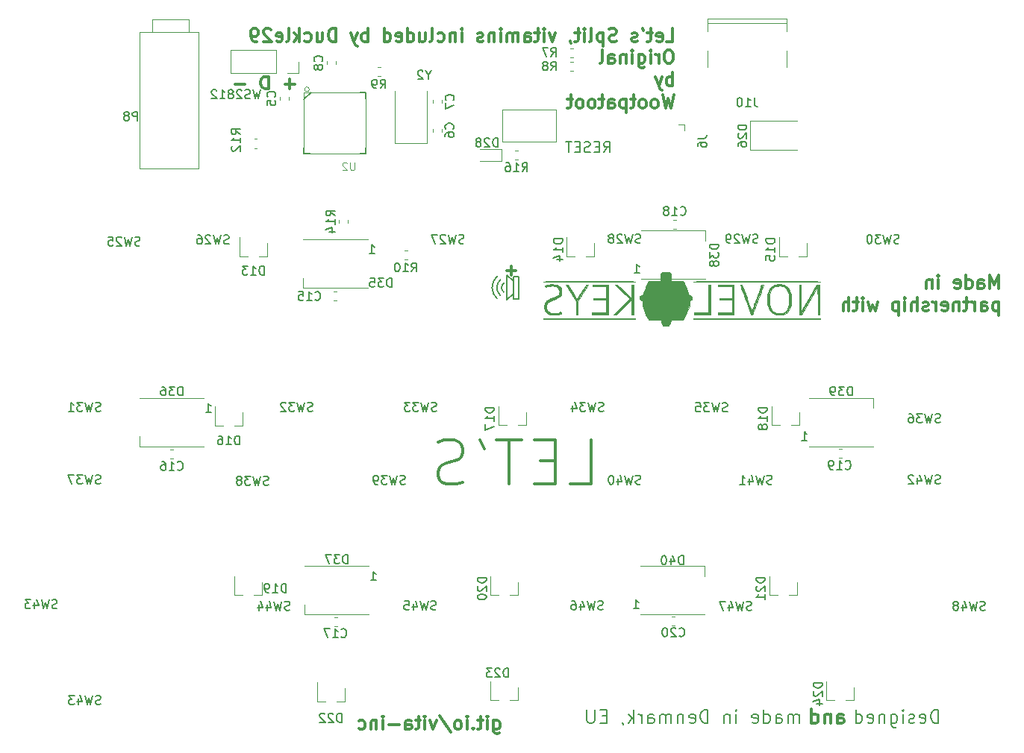
<source format=gbr>
G04 #@! TF.GenerationSoftware,KiCad,Pcbnew,5.0.2-5.fc29*
G04 #@! TF.CreationDate,2019-03-27T11:46:28+01:00*
G04 #@! TF.ProjectId,vitamins_included,76697461-6d69-46e7-935f-696e636c7564,rev?*
G04 #@! TF.SameCoordinates,Original*
G04 #@! TF.FileFunction,Legend,Bot*
G04 #@! TF.FilePolarity,Positive*
%FSLAX46Y46*%
G04 Gerber Fmt 4.6, Leading zero omitted, Abs format (unit mm)*
G04 Created by KiCad (PCBNEW 5.0.2-5.fc29) date 2019-03-27T11:46:28 CET*
%MOMM*%
%LPD*%
G01*
G04 APERTURE LIST*
%ADD10C,0.200000*%
%ADD11C,0.300000*%
%ADD12C,0.350000*%
%ADD13C,0.150000*%
%ADD14C,0.120000*%
%ADD15C,0.100000*%
%ADD16C,0.127000*%
%ADD17C,0.066040*%
%ADD18C,0.010000*%
%ADD19C,0.101600*%
G04 APERTURE END LIST*
D10*
X58128500Y-30106000D02*
X58128500Y-28836000D01*
X58763500Y-28836000D02*
X58763500Y-30106000D01*
X57049354Y-30614264D02*
G75*
G02X57049000Y-29598001I380646J508264D01*
G01*
X58128500Y-30106000D02*
X58128500Y-31376000D01*
X56286433Y-31375489D02*
G75*
G02X56287000Y-28836000I1143567J1269489D01*
G01*
X58763500Y-31376000D02*
X58763500Y-30106000D01*
D11*
X55885714Y-79278571D02*
X55885714Y-80492857D01*
X55957142Y-80635714D01*
X56028571Y-80707142D01*
X56171428Y-80778571D01*
X56385714Y-80778571D01*
X56528571Y-80707142D01*
X55885714Y-80207142D02*
X56028571Y-80278571D01*
X56314285Y-80278571D01*
X56457142Y-80207142D01*
X56528571Y-80135714D01*
X56600000Y-79992857D01*
X56600000Y-79564285D01*
X56528571Y-79421428D01*
X56457142Y-79350000D01*
X56314285Y-79278571D01*
X56028571Y-79278571D01*
X55885714Y-79350000D01*
X55171428Y-80278571D02*
X55171428Y-79278571D01*
X55171428Y-78778571D02*
X55242857Y-78850000D01*
X55171428Y-78921428D01*
X55100000Y-78850000D01*
X55171428Y-78778571D01*
X55171428Y-78921428D01*
X54671428Y-79278571D02*
X54100000Y-79278571D01*
X54457142Y-78778571D02*
X54457142Y-80064285D01*
X54385714Y-80207142D01*
X54242857Y-80278571D01*
X54100000Y-80278571D01*
X53600000Y-80135714D02*
X53528571Y-80207142D01*
X53600000Y-80278571D01*
X53671428Y-80207142D01*
X53600000Y-80135714D01*
X53600000Y-80278571D01*
X52885714Y-80278571D02*
X52885714Y-79278571D01*
X52885714Y-78778571D02*
X52957142Y-78850000D01*
X52885714Y-78921428D01*
X52814285Y-78850000D01*
X52885714Y-78778571D01*
X52885714Y-78921428D01*
X51957142Y-80278571D02*
X52100000Y-80207142D01*
X52171428Y-80135714D01*
X52242857Y-79992857D01*
X52242857Y-79564285D01*
X52171428Y-79421428D01*
X52100000Y-79350000D01*
X51957142Y-79278571D01*
X51742857Y-79278571D01*
X51600000Y-79350000D01*
X51528571Y-79421428D01*
X51457142Y-79564285D01*
X51457142Y-79992857D01*
X51528571Y-80135714D01*
X51600000Y-80207142D01*
X51742857Y-80278571D01*
X51957142Y-80278571D01*
X49742857Y-78707142D02*
X51028571Y-80635714D01*
X49385714Y-79278571D02*
X49028571Y-80278571D01*
X48671428Y-79278571D01*
X48100000Y-80278571D02*
X48100000Y-79278571D01*
X48100000Y-78778571D02*
X48171428Y-78850000D01*
X48100000Y-78921428D01*
X48028571Y-78850000D01*
X48100000Y-78778571D01*
X48100000Y-78921428D01*
X47600000Y-79278571D02*
X47028571Y-79278571D01*
X47385714Y-78778571D02*
X47385714Y-80064285D01*
X47314285Y-80207142D01*
X47171428Y-80278571D01*
X47028571Y-80278571D01*
X45885714Y-80278571D02*
X45885714Y-79492857D01*
X45957142Y-79350000D01*
X46100000Y-79278571D01*
X46385714Y-79278571D01*
X46528571Y-79350000D01*
X45885714Y-80207142D02*
X46028571Y-80278571D01*
X46385714Y-80278571D01*
X46528571Y-80207142D01*
X46600000Y-80064285D01*
X46600000Y-79921428D01*
X46528571Y-79778571D01*
X46385714Y-79707142D01*
X46028571Y-79707142D01*
X45885714Y-79635714D01*
X45171428Y-79707142D02*
X44028571Y-79707142D01*
X43314285Y-80278571D02*
X43314285Y-79278571D01*
X43314285Y-78778571D02*
X43385714Y-78850000D01*
X43314285Y-78921428D01*
X43242857Y-78850000D01*
X43314285Y-78778571D01*
X43314285Y-78921428D01*
X42600000Y-79278571D02*
X42600000Y-80278571D01*
X42600000Y-79421428D02*
X42528571Y-79350000D01*
X42385714Y-79278571D01*
X42171428Y-79278571D01*
X42028571Y-79350000D01*
X41957142Y-79492857D01*
X41957142Y-80278571D01*
X40600000Y-80207142D02*
X40742857Y-80278571D01*
X41028571Y-80278571D01*
X41171428Y-80207142D01*
X41242857Y-80135714D01*
X41314285Y-79992857D01*
X41314285Y-79564285D01*
X41242857Y-79421428D01*
X41171428Y-79350000D01*
X41028571Y-79278571D01*
X40742857Y-79278571D01*
X40600000Y-79350000D01*
D10*
X58128500Y-30852128D02*
X57366500Y-31487128D01*
X58128500Y-31376000D02*
X58763500Y-31376000D01*
X56658536Y-30986799D02*
G75*
G02X56668000Y-29217000I771464J880799D01*
G01*
X58128500Y-29344000D02*
X57366500Y-28709000D01*
X57366500Y-31487128D02*
X57366500Y-30106000D01*
X58128500Y-28836000D02*
X58763500Y-28836000D01*
X57366500Y-28709000D02*
X57366500Y-30106000D01*
X106337857Y-79552571D02*
X106337857Y-78052571D01*
X105980714Y-78052571D01*
X105766428Y-78124000D01*
X105623571Y-78266857D01*
X105552142Y-78409714D01*
X105480714Y-78695428D01*
X105480714Y-78909714D01*
X105552142Y-79195428D01*
X105623571Y-79338285D01*
X105766428Y-79481142D01*
X105980714Y-79552571D01*
X106337857Y-79552571D01*
X104266428Y-79481142D02*
X104409285Y-79552571D01*
X104695000Y-79552571D01*
X104837857Y-79481142D01*
X104909285Y-79338285D01*
X104909285Y-78766857D01*
X104837857Y-78624000D01*
X104695000Y-78552571D01*
X104409285Y-78552571D01*
X104266428Y-78624000D01*
X104195000Y-78766857D01*
X104195000Y-78909714D01*
X104909285Y-79052571D01*
X103623571Y-79481142D02*
X103480714Y-79552571D01*
X103195000Y-79552571D01*
X103052142Y-79481142D01*
X102980714Y-79338285D01*
X102980714Y-79266857D01*
X103052142Y-79124000D01*
X103195000Y-79052571D01*
X103409285Y-79052571D01*
X103552142Y-78981142D01*
X103623571Y-78838285D01*
X103623571Y-78766857D01*
X103552142Y-78624000D01*
X103409285Y-78552571D01*
X103195000Y-78552571D01*
X103052142Y-78624000D01*
X102337857Y-79552571D02*
X102337857Y-78552571D01*
X102337857Y-78052571D02*
X102409285Y-78124000D01*
X102337857Y-78195428D01*
X102266428Y-78124000D01*
X102337857Y-78052571D01*
X102337857Y-78195428D01*
X100980714Y-78552571D02*
X100980714Y-79766857D01*
X101052142Y-79909714D01*
X101123571Y-79981142D01*
X101266428Y-80052571D01*
X101480714Y-80052571D01*
X101623571Y-79981142D01*
X100980714Y-79481142D02*
X101123571Y-79552571D01*
X101409285Y-79552571D01*
X101552142Y-79481142D01*
X101623571Y-79409714D01*
X101695000Y-79266857D01*
X101695000Y-78838285D01*
X101623571Y-78695428D01*
X101552142Y-78624000D01*
X101409285Y-78552571D01*
X101123571Y-78552571D01*
X100980714Y-78624000D01*
X100266428Y-78552571D02*
X100266428Y-79552571D01*
X100266428Y-78695428D02*
X100195000Y-78624000D01*
X100052142Y-78552571D01*
X99837857Y-78552571D01*
X99695000Y-78624000D01*
X99623571Y-78766857D01*
X99623571Y-79552571D01*
X98337857Y-79481142D02*
X98480714Y-79552571D01*
X98766428Y-79552571D01*
X98909285Y-79481142D01*
X98980714Y-79338285D01*
X98980714Y-78766857D01*
X98909285Y-78624000D01*
X98766428Y-78552571D01*
X98480714Y-78552571D01*
X98337857Y-78624000D01*
X98266428Y-78766857D01*
X98266428Y-78909714D01*
X98980714Y-79052571D01*
X96980714Y-79552571D02*
X96980714Y-78052571D01*
X96980714Y-79481142D02*
X97123571Y-79552571D01*
X97409285Y-79552571D01*
X97552142Y-79481142D01*
X97623571Y-79409714D01*
X97695000Y-79266857D01*
X97695000Y-78838285D01*
X97623571Y-78695428D01*
X97552142Y-78624000D01*
X97409285Y-78552571D01*
X97123571Y-78552571D01*
X96980714Y-78624000D01*
X90552142Y-79552571D02*
X90552142Y-78552571D01*
X90552142Y-78695428D02*
X90480714Y-78624000D01*
X90337857Y-78552571D01*
X90123571Y-78552571D01*
X89980714Y-78624000D01*
X89909285Y-78766857D01*
X89909285Y-79552571D01*
X89909285Y-78766857D02*
X89837857Y-78624000D01*
X89695000Y-78552571D01*
X89480714Y-78552571D01*
X89337857Y-78624000D01*
X89266428Y-78766857D01*
X89266428Y-79552571D01*
X87909285Y-79552571D02*
X87909285Y-78766857D01*
X87980714Y-78624000D01*
X88123571Y-78552571D01*
X88409285Y-78552571D01*
X88552142Y-78624000D01*
X87909285Y-79481142D02*
X88052142Y-79552571D01*
X88409285Y-79552571D01*
X88552142Y-79481142D01*
X88623571Y-79338285D01*
X88623571Y-79195428D01*
X88552142Y-79052571D01*
X88409285Y-78981142D01*
X88052142Y-78981142D01*
X87909285Y-78909714D01*
X86552142Y-79552571D02*
X86552142Y-78052571D01*
X86552142Y-79481142D02*
X86695000Y-79552571D01*
X86980714Y-79552571D01*
X87123571Y-79481142D01*
X87195000Y-79409714D01*
X87266428Y-79266857D01*
X87266428Y-78838285D01*
X87195000Y-78695428D01*
X87123571Y-78624000D01*
X86980714Y-78552571D01*
X86695000Y-78552571D01*
X86552142Y-78624000D01*
X85266428Y-79481142D02*
X85409285Y-79552571D01*
X85695000Y-79552571D01*
X85837857Y-79481142D01*
X85909285Y-79338285D01*
X85909285Y-78766857D01*
X85837857Y-78624000D01*
X85695000Y-78552571D01*
X85409285Y-78552571D01*
X85266428Y-78624000D01*
X85195000Y-78766857D01*
X85195000Y-78909714D01*
X85909285Y-79052571D01*
X83409285Y-79552571D02*
X83409285Y-78552571D01*
X83409285Y-78052571D02*
X83480714Y-78124000D01*
X83409285Y-78195428D01*
X83337857Y-78124000D01*
X83409285Y-78052571D01*
X83409285Y-78195428D01*
X82695000Y-78552571D02*
X82695000Y-79552571D01*
X82695000Y-78695428D02*
X82623571Y-78624000D01*
X82480714Y-78552571D01*
X82266428Y-78552571D01*
X82123571Y-78624000D01*
X82052142Y-78766857D01*
X82052142Y-79552571D01*
X80195000Y-79552571D02*
X80195000Y-78052571D01*
X79837857Y-78052571D01*
X79623571Y-78124000D01*
X79480714Y-78266857D01*
X79409285Y-78409714D01*
X79337857Y-78695428D01*
X79337857Y-78909714D01*
X79409285Y-79195428D01*
X79480714Y-79338285D01*
X79623571Y-79481142D01*
X79837857Y-79552571D01*
X80195000Y-79552571D01*
X78123571Y-79481142D02*
X78266428Y-79552571D01*
X78552142Y-79552571D01*
X78695000Y-79481142D01*
X78766428Y-79338285D01*
X78766428Y-78766857D01*
X78695000Y-78624000D01*
X78552142Y-78552571D01*
X78266428Y-78552571D01*
X78123571Y-78624000D01*
X78052142Y-78766857D01*
X78052142Y-78909714D01*
X78766428Y-79052571D01*
X77409285Y-78552571D02*
X77409285Y-79552571D01*
X77409285Y-78695428D02*
X77337857Y-78624000D01*
X77195000Y-78552571D01*
X76980714Y-78552571D01*
X76837857Y-78624000D01*
X76766428Y-78766857D01*
X76766428Y-79552571D01*
X76052142Y-79552571D02*
X76052142Y-78552571D01*
X76052142Y-78695428D02*
X75980714Y-78624000D01*
X75837857Y-78552571D01*
X75623571Y-78552571D01*
X75480714Y-78624000D01*
X75409285Y-78766857D01*
X75409285Y-79552571D01*
X75409285Y-78766857D02*
X75337857Y-78624000D01*
X75195000Y-78552571D01*
X74980714Y-78552571D01*
X74837857Y-78624000D01*
X74766428Y-78766857D01*
X74766428Y-79552571D01*
X73409285Y-79552571D02*
X73409285Y-78766857D01*
X73480714Y-78624000D01*
X73623571Y-78552571D01*
X73909285Y-78552571D01*
X74052142Y-78624000D01*
X73409285Y-79481142D02*
X73552142Y-79552571D01*
X73909285Y-79552571D01*
X74052142Y-79481142D01*
X74123571Y-79338285D01*
X74123571Y-79195428D01*
X74052142Y-79052571D01*
X73909285Y-78981142D01*
X73552142Y-78981142D01*
X73409285Y-78909714D01*
X72695000Y-79552571D02*
X72695000Y-78552571D01*
X72695000Y-78838285D02*
X72623571Y-78695428D01*
X72552142Y-78624000D01*
X72409285Y-78552571D01*
X72266428Y-78552571D01*
X71766428Y-79552571D02*
X71766428Y-78052571D01*
X71623571Y-78981142D02*
X71195000Y-79552571D01*
X71195000Y-78552571D02*
X71766428Y-79124000D01*
X70480714Y-79481142D02*
X70480714Y-79552571D01*
X70552142Y-79695428D01*
X70623571Y-79766857D01*
X68695000Y-78766857D02*
X68195000Y-78766857D01*
X67980714Y-79552571D02*
X68695000Y-79552571D01*
X68695000Y-78052571D01*
X67980714Y-78052571D01*
X67337857Y-78052571D02*
X67337857Y-79266857D01*
X67266428Y-79409714D01*
X67195000Y-79481142D01*
X67052142Y-79552571D01*
X66766428Y-79552571D01*
X66623571Y-79481142D01*
X66552142Y-79409714D01*
X66480714Y-79266857D01*
X66480714Y-78052571D01*
D11*
X75912142Y-3128571D02*
X75626428Y-3128571D01*
X75483571Y-3200000D01*
X75340714Y-3342857D01*
X75269285Y-3628571D01*
X75269285Y-4128571D01*
X75340714Y-4414285D01*
X75483571Y-4557142D01*
X75626428Y-4628571D01*
X75912142Y-4628571D01*
X76055000Y-4557142D01*
X76197857Y-4414285D01*
X76269285Y-4128571D01*
X76269285Y-3628571D01*
X76197857Y-3342857D01*
X76055000Y-3200000D01*
X75912142Y-3128571D01*
X74626428Y-4628571D02*
X74626428Y-3628571D01*
X74626428Y-3914285D02*
X74555000Y-3771428D01*
X74483571Y-3700000D01*
X74340714Y-3628571D01*
X74197857Y-3628571D01*
X73697857Y-4628571D02*
X73697857Y-3628571D01*
X73697857Y-3128571D02*
X73769285Y-3200000D01*
X73697857Y-3271428D01*
X73626428Y-3200000D01*
X73697857Y-3128571D01*
X73697857Y-3271428D01*
X72340714Y-3628571D02*
X72340714Y-4842857D01*
X72412142Y-4985714D01*
X72483571Y-5057142D01*
X72626428Y-5128571D01*
X72840714Y-5128571D01*
X72983571Y-5057142D01*
X72340714Y-4557142D02*
X72483571Y-4628571D01*
X72769285Y-4628571D01*
X72912142Y-4557142D01*
X72983571Y-4485714D01*
X73055000Y-4342857D01*
X73055000Y-3914285D01*
X72983571Y-3771428D01*
X72912142Y-3700000D01*
X72769285Y-3628571D01*
X72483571Y-3628571D01*
X72340714Y-3700000D01*
X71626428Y-4628571D02*
X71626428Y-3628571D01*
X71626428Y-3128571D02*
X71697857Y-3200000D01*
X71626428Y-3271428D01*
X71555000Y-3200000D01*
X71626428Y-3128571D01*
X71626428Y-3271428D01*
X70912142Y-3628571D02*
X70912142Y-4628571D01*
X70912142Y-3771428D02*
X70840714Y-3700000D01*
X70697857Y-3628571D01*
X70483571Y-3628571D01*
X70340714Y-3700000D01*
X70269285Y-3842857D01*
X70269285Y-4628571D01*
X68912142Y-4628571D02*
X68912142Y-3842857D01*
X68983571Y-3700000D01*
X69126428Y-3628571D01*
X69412142Y-3628571D01*
X69555000Y-3700000D01*
X68912142Y-4557142D02*
X69055000Y-4628571D01*
X69412142Y-4628571D01*
X69555000Y-4557142D01*
X69626428Y-4414285D01*
X69626428Y-4271428D01*
X69555000Y-4128571D01*
X69412142Y-4057142D01*
X69055000Y-4057142D01*
X68912142Y-3985714D01*
X67983571Y-4628571D02*
X68126428Y-4557142D01*
X68197857Y-4414285D01*
X68197857Y-3128571D01*
X76197857Y-7178571D02*
X76197857Y-5678571D01*
X76197857Y-6250000D02*
X76055000Y-6178571D01*
X75769285Y-6178571D01*
X75626428Y-6250000D01*
X75555000Y-6321428D01*
X75483571Y-6464285D01*
X75483571Y-6892857D01*
X75555000Y-7035714D01*
X75626428Y-7107142D01*
X75769285Y-7178571D01*
X76055000Y-7178571D01*
X76197857Y-7107142D01*
X74983571Y-6178571D02*
X74626428Y-7178571D01*
X74269285Y-6178571D02*
X74626428Y-7178571D01*
X74769285Y-7535714D01*
X74840714Y-7607142D01*
X74983571Y-7678571D01*
X76340714Y-8228571D02*
X75983571Y-9728571D01*
X75697857Y-8657142D01*
X75412142Y-9728571D01*
X75055000Y-8228571D01*
X74269285Y-9728571D02*
X74412142Y-9657142D01*
X74483571Y-9585714D01*
X74555000Y-9442857D01*
X74555000Y-9014285D01*
X74483571Y-8871428D01*
X74412142Y-8800000D01*
X74269285Y-8728571D01*
X74055000Y-8728571D01*
X73912142Y-8800000D01*
X73840714Y-8871428D01*
X73769285Y-9014285D01*
X73769285Y-9442857D01*
X73840714Y-9585714D01*
X73912142Y-9657142D01*
X74055000Y-9728571D01*
X74269285Y-9728571D01*
X72912142Y-9728571D02*
X73055000Y-9657142D01*
X73126428Y-9585714D01*
X73197857Y-9442857D01*
X73197857Y-9014285D01*
X73126428Y-8871428D01*
X73055000Y-8800000D01*
X72912142Y-8728571D01*
X72697857Y-8728571D01*
X72555000Y-8800000D01*
X72483571Y-8871428D01*
X72412142Y-9014285D01*
X72412142Y-9442857D01*
X72483571Y-9585714D01*
X72555000Y-9657142D01*
X72697857Y-9728571D01*
X72912142Y-9728571D01*
X71983571Y-8728571D02*
X71412142Y-8728571D01*
X71769285Y-8228571D02*
X71769285Y-9514285D01*
X71697857Y-9657142D01*
X71555000Y-9728571D01*
X71412142Y-9728571D01*
X70912142Y-8728571D02*
X70912142Y-10228571D01*
X70912142Y-8800000D02*
X70769285Y-8728571D01*
X70483571Y-8728571D01*
X70340714Y-8800000D01*
X70269285Y-8871428D01*
X70197857Y-9014285D01*
X70197857Y-9442857D01*
X70269285Y-9585714D01*
X70340714Y-9657142D01*
X70483571Y-9728571D01*
X70769285Y-9728571D01*
X70912142Y-9657142D01*
X68912142Y-9728571D02*
X68912142Y-8942857D01*
X68983571Y-8800000D01*
X69126428Y-8728571D01*
X69412142Y-8728571D01*
X69555000Y-8800000D01*
X68912142Y-9657142D02*
X69055000Y-9728571D01*
X69412142Y-9728571D01*
X69555000Y-9657142D01*
X69626428Y-9514285D01*
X69626428Y-9371428D01*
X69555000Y-9228571D01*
X69412142Y-9157142D01*
X69055000Y-9157142D01*
X68912142Y-9085714D01*
X68412142Y-8728571D02*
X67840714Y-8728571D01*
X68197857Y-8228571D02*
X68197857Y-9514285D01*
X68126428Y-9657142D01*
X67983571Y-9728571D01*
X67840714Y-9728571D01*
X67126428Y-9728571D02*
X67269285Y-9657142D01*
X67340714Y-9585714D01*
X67412142Y-9442857D01*
X67412142Y-9014285D01*
X67340714Y-8871428D01*
X67269285Y-8800000D01*
X67126428Y-8728571D01*
X66912142Y-8728571D01*
X66769285Y-8800000D01*
X66697857Y-8871428D01*
X66626428Y-9014285D01*
X66626428Y-9442857D01*
X66697857Y-9585714D01*
X66769285Y-9657142D01*
X66912142Y-9728571D01*
X67126428Y-9728571D01*
X65769285Y-9728571D02*
X65912142Y-9657142D01*
X65983571Y-9585714D01*
X66054999Y-9442857D01*
X66054999Y-9014285D01*
X65983571Y-8871428D01*
X65912142Y-8800000D01*
X65769285Y-8728571D01*
X65555000Y-8728571D01*
X65412142Y-8800000D01*
X65340714Y-8871428D01*
X65269285Y-9014285D01*
X65269285Y-9442857D01*
X65340714Y-9585714D01*
X65412142Y-9657142D01*
X65555000Y-9728571D01*
X65769285Y-9728571D01*
X64840714Y-8728571D02*
X64269285Y-8728571D01*
X64626428Y-8228571D02*
X64626428Y-9514285D01*
X64554999Y-9657142D01*
X64412142Y-9728571D01*
X64269285Y-9728571D01*
X33342857Y-7000000D02*
X32200000Y-7000000D01*
X32771428Y-7533333D02*
X32771428Y-6466666D01*
X30342857Y-7533333D02*
X30342857Y-6133333D01*
X29985714Y-6133333D01*
X29771428Y-6200000D01*
X29628571Y-6333333D01*
X29557142Y-6466666D01*
X29485714Y-6733333D01*
X29485714Y-6933333D01*
X29557142Y-7200000D01*
X29628571Y-7333333D01*
X29771428Y-7466666D01*
X29985714Y-7533333D01*
X30342857Y-7533333D01*
X27700000Y-7000000D02*
X26557142Y-7000000D01*
X64568476Y-52433904D02*
X66949428Y-52433904D01*
X66949428Y-47433904D01*
X62901809Y-49814857D02*
X61235142Y-49814857D01*
X60520857Y-52433904D02*
X62901809Y-52433904D01*
X62901809Y-47433904D01*
X60520857Y-47433904D01*
X59092285Y-47433904D02*
X56235142Y-47433904D01*
X57663714Y-52433904D02*
X57663714Y-47433904D01*
X54330380Y-47433904D02*
X54806571Y-48386285D01*
X52425619Y-52195809D02*
X51711333Y-52433904D01*
X50520857Y-52433904D01*
X50044666Y-52195809D01*
X49806571Y-51957714D01*
X49568476Y-51481523D01*
X49568476Y-51005333D01*
X49806571Y-50529142D01*
X50044666Y-50291047D01*
X50520857Y-50052952D01*
X51473238Y-49814857D01*
X51949428Y-49576761D01*
X52187523Y-49338666D01*
X52425619Y-48862476D01*
X52425619Y-48386285D01*
X52187523Y-47910095D01*
X51949428Y-47672000D01*
X51473238Y-47433904D01*
X50282761Y-47433904D01*
X49568476Y-47672000D01*
X75483571Y-2178571D02*
X76197857Y-2178571D01*
X76197857Y-678571D01*
X74412142Y-2107142D02*
X74555000Y-2178571D01*
X74840714Y-2178571D01*
X74983571Y-2107142D01*
X75055000Y-1964285D01*
X75055000Y-1392857D01*
X74983571Y-1250000D01*
X74840714Y-1178571D01*
X74555000Y-1178571D01*
X74412142Y-1250000D01*
X74340714Y-1392857D01*
X74340714Y-1535714D01*
X75055000Y-1678571D01*
X73912142Y-1178571D02*
X73340714Y-1178571D01*
X73697857Y-678571D02*
X73697857Y-1964285D01*
X73626428Y-2107142D01*
X73483571Y-2178571D01*
X73340714Y-2178571D01*
X72769285Y-678571D02*
X72912142Y-964285D01*
X72197857Y-2107142D02*
X72055000Y-2178571D01*
X71769285Y-2178571D01*
X71626428Y-2107142D01*
X71555000Y-1964285D01*
X71555000Y-1892857D01*
X71626428Y-1750000D01*
X71769285Y-1678571D01*
X71983571Y-1678571D01*
X72126428Y-1607142D01*
X72197857Y-1464285D01*
X72197857Y-1392857D01*
X72126428Y-1250000D01*
X71983571Y-1178571D01*
X71769285Y-1178571D01*
X71626428Y-1250000D01*
X69840714Y-2107142D02*
X69626428Y-2178571D01*
X69269285Y-2178571D01*
X69126428Y-2107142D01*
X69055000Y-2035714D01*
X68983571Y-1892857D01*
X68983571Y-1750000D01*
X69055000Y-1607142D01*
X69126428Y-1535714D01*
X69269285Y-1464285D01*
X69555000Y-1392857D01*
X69697857Y-1321428D01*
X69769285Y-1250000D01*
X69840714Y-1107142D01*
X69840714Y-964285D01*
X69769285Y-821428D01*
X69697857Y-750000D01*
X69555000Y-678571D01*
X69197857Y-678571D01*
X68983571Y-750000D01*
X68340714Y-1178571D02*
X68340714Y-2678571D01*
X68340714Y-1250000D02*
X68197857Y-1178571D01*
X67912142Y-1178571D01*
X67769285Y-1250000D01*
X67697857Y-1321428D01*
X67626428Y-1464285D01*
X67626428Y-1892857D01*
X67697857Y-2035714D01*
X67769285Y-2107142D01*
X67912142Y-2178571D01*
X68197857Y-2178571D01*
X68340714Y-2107142D01*
X66769285Y-2178571D02*
X66912142Y-2107142D01*
X66983571Y-1964285D01*
X66983571Y-678571D01*
X66197857Y-2178571D02*
X66197857Y-1178571D01*
X66197857Y-678571D02*
X66269285Y-750000D01*
X66197857Y-821428D01*
X66126428Y-750000D01*
X66197857Y-678571D01*
X66197857Y-821428D01*
X65697857Y-1178571D02*
X65126428Y-1178571D01*
X65483571Y-678571D02*
X65483571Y-1964285D01*
X65412142Y-2107142D01*
X65269285Y-2178571D01*
X65126428Y-2178571D01*
X64555000Y-2107142D02*
X64555000Y-2178571D01*
X64626428Y-2321428D01*
X64697857Y-2392857D01*
X62912142Y-1178571D02*
X62554999Y-2178571D01*
X62197857Y-1178571D01*
X61626428Y-2178571D02*
X61626428Y-1178571D01*
X61626428Y-678571D02*
X61697857Y-750000D01*
X61626428Y-821428D01*
X61555000Y-750000D01*
X61626428Y-678571D01*
X61626428Y-821428D01*
X61126428Y-1178571D02*
X60555000Y-1178571D01*
X60912142Y-678571D02*
X60912142Y-1964285D01*
X60840714Y-2107142D01*
X60697857Y-2178571D01*
X60555000Y-2178571D01*
X59412142Y-2178571D02*
X59412142Y-1392857D01*
X59483571Y-1250000D01*
X59626428Y-1178571D01*
X59912142Y-1178571D01*
X60055000Y-1250000D01*
X59412142Y-2107142D02*
X59555000Y-2178571D01*
X59912142Y-2178571D01*
X60055000Y-2107142D01*
X60126428Y-1964285D01*
X60126428Y-1821428D01*
X60055000Y-1678571D01*
X59912142Y-1607142D01*
X59555000Y-1607142D01*
X59412142Y-1535714D01*
X58697857Y-2178571D02*
X58697857Y-1178571D01*
X58697857Y-1321428D02*
X58626428Y-1250000D01*
X58483571Y-1178571D01*
X58269285Y-1178571D01*
X58126428Y-1250000D01*
X58055000Y-1392857D01*
X58055000Y-2178571D01*
X58055000Y-1392857D02*
X57983571Y-1250000D01*
X57840714Y-1178571D01*
X57626428Y-1178571D01*
X57483571Y-1250000D01*
X57412142Y-1392857D01*
X57412142Y-2178571D01*
X56697857Y-2178571D02*
X56697857Y-1178571D01*
X56697857Y-678571D02*
X56769285Y-750000D01*
X56697857Y-821428D01*
X56626428Y-750000D01*
X56697857Y-678571D01*
X56697857Y-821428D01*
X55983571Y-1178571D02*
X55983571Y-2178571D01*
X55983571Y-1321428D02*
X55912142Y-1250000D01*
X55769285Y-1178571D01*
X55555000Y-1178571D01*
X55412142Y-1250000D01*
X55340714Y-1392857D01*
X55340714Y-2178571D01*
X54697857Y-2107142D02*
X54555000Y-2178571D01*
X54269285Y-2178571D01*
X54126428Y-2107142D01*
X54055000Y-1964285D01*
X54055000Y-1892857D01*
X54126428Y-1750000D01*
X54269285Y-1678571D01*
X54483571Y-1678571D01*
X54626428Y-1607142D01*
X54697857Y-1464285D01*
X54697857Y-1392857D01*
X54626428Y-1250000D01*
X54483571Y-1178571D01*
X54269285Y-1178571D01*
X54126428Y-1250000D01*
X52269285Y-2178571D02*
X52269285Y-1178571D01*
X52269285Y-678571D02*
X52340714Y-750000D01*
X52269285Y-821428D01*
X52197857Y-750000D01*
X52269285Y-678571D01*
X52269285Y-821428D01*
X51555000Y-1178571D02*
X51555000Y-2178571D01*
X51555000Y-1321428D02*
X51483571Y-1250000D01*
X51340714Y-1178571D01*
X51126428Y-1178571D01*
X50983571Y-1250000D01*
X50912142Y-1392857D01*
X50912142Y-2178571D01*
X49555000Y-2107142D02*
X49697857Y-2178571D01*
X49983571Y-2178571D01*
X50126428Y-2107142D01*
X50197857Y-2035714D01*
X50269285Y-1892857D01*
X50269285Y-1464285D01*
X50197857Y-1321428D01*
X50126428Y-1250000D01*
X49983571Y-1178571D01*
X49697857Y-1178571D01*
X49555000Y-1250000D01*
X48697857Y-2178571D02*
X48840714Y-2107142D01*
X48912142Y-1964285D01*
X48912142Y-678571D01*
X47483571Y-1178571D02*
X47483571Y-2178571D01*
X48126428Y-1178571D02*
X48126428Y-1964285D01*
X48055000Y-2107142D01*
X47912142Y-2178571D01*
X47697857Y-2178571D01*
X47555000Y-2107142D01*
X47483571Y-2035714D01*
X46126428Y-2178571D02*
X46126428Y-678571D01*
X46126428Y-2107142D02*
X46269285Y-2178571D01*
X46555000Y-2178571D01*
X46697857Y-2107142D01*
X46769285Y-2035714D01*
X46840714Y-1892857D01*
X46840714Y-1464285D01*
X46769285Y-1321428D01*
X46697857Y-1250000D01*
X46555000Y-1178571D01*
X46269285Y-1178571D01*
X46126428Y-1250000D01*
X44840714Y-2107142D02*
X44983571Y-2178571D01*
X45269285Y-2178571D01*
X45412142Y-2107142D01*
X45483571Y-1964285D01*
X45483571Y-1392857D01*
X45412142Y-1250000D01*
X45269285Y-1178571D01*
X44983571Y-1178571D01*
X44840714Y-1250000D01*
X44769285Y-1392857D01*
X44769285Y-1535714D01*
X45483571Y-1678571D01*
X43483571Y-2178571D02*
X43483571Y-678571D01*
X43483571Y-2107142D02*
X43626428Y-2178571D01*
X43912142Y-2178571D01*
X44054999Y-2107142D01*
X44126428Y-2035714D01*
X44197857Y-1892857D01*
X44197857Y-1464285D01*
X44126428Y-1321428D01*
X44054999Y-1250000D01*
X43912142Y-1178571D01*
X43626428Y-1178571D01*
X43483571Y-1250000D01*
X41626428Y-2178571D02*
X41626428Y-678571D01*
X41626428Y-1250000D02*
X41483571Y-1178571D01*
X41197857Y-1178571D01*
X41055000Y-1250000D01*
X40983571Y-1321428D01*
X40912142Y-1464285D01*
X40912142Y-1892857D01*
X40983571Y-2035714D01*
X41055000Y-2107142D01*
X41197857Y-2178571D01*
X41483571Y-2178571D01*
X41626428Y-2107142D01*
X40412142Y-1178571D02*
X40055000Y-2178571D01*
X39697857Y-1178571D02*
X40055000Y-2178571D01*
X40197857Y-2535714D01*
X40269285Y-2607142D01*
X40412142Y-2678571D01*
X37983571Y-2178571D02*
X37983571Y-678571D01*
X37626428Y-678571D01*
X37412142Y-750000D01*
X37269285Y-892857D01*
X37197857Y-1035714D01*
X37126428Y-1321428D01*
X37126428Y-1535714D01*
X37197857Y-1821428D01*
X37269285Y-1964285D01*
X37412142Y-2107142D01*
X37626428Y-2178571D01*
X37983571Y-2178571D01*
X35840714Y-1178571D02*
X35840714Y-2178571D01*
X36483571Y-1178571D02*
X36483571Y-1964285D01*
X36412142Y-2107142D01*
X36269285Y-2178571D01*
X36055000Y-2178571D01*
X35912142Y-2107142D01*
X35840714Y-2035714D01*
X34483571Y-2107142D02*
X34626428Y-2178571D01*
X34912142Y-2178571D01*
X35055000Y-2107142D01*
X35126428Y-2035714D01*
X35197857Y-1892857D01*
X35197857Y-1464285D01*
X35126428Y-1321428D01*
X35055000Y-1250000D01*
X34912142Y-1178571D01*
X34626428Y-1178571D01*
X34483571Y-1250000D01*
X33840714Y-2178571D02*
X33840714Y-678571D01*
X33697857Y-1607142D02*
X33269285Y-2178571D01*
X33269285Y-1178571D02*
X33840714Y-1750000D01*
X32412142Y-2178571D02*
X32555000Y-2107142D01*
X32626428Y-1964285D01*
X32626428Y-678571D01*
X31269285Y-2107142D02*
X31412142Y-2178571D01*
X31697857Y-2178571D01*
X31840714Y-2107142D01*
X31912142Y-1964285D01*
X31912142Y-1392857D01*
X31840714Y-1250000D01*
X31697857Y-1178571D01*
X31412142Y-1178571D01*
X31269285Y-1250000D01*
X31197857Y-1392857D01*
X31197857Y-1535714D01*
X31912142Y-1678571D01*
X30626428Y-821428D02*
X30555000Y-750000D01*
X30412142Y-678571D01*
X30055000Y-678571D01*
X29912142Y-750000D01*
X29840714Y-821428D01*
X29769285Y-964285D01*
X29769285Y-1107142D01*
X29840714Y-1321428D01*
X30697857Y-2178571D01*
X29769285Y-2178571D01*
X29055000Y-2178571D02*
X28769285Y-2178571D01*
X28626428Y-2107142D01*
X28555000Y-2035714D01*
X28412142Y-1821428D01*
X28340714Y-1535714D01*
X28340714Y-964285D01*
X28412142Y-821428D01*
X28483571Y-750000D01*
X28626428Y-678571D01*
X28912142Y-678571D01*
X29055000Y-750000D01*
X29126428Y-821428D01*
X29197857Y-964285D01*
X29197857Y-1321428D01*
X29126428Y-1464285D01*
X29055000Y-1535714D01*
X28912142Y-1607142D01*
X28626428Y-1607142D01*
X28483571Y-1535714D01*
X28412142Y-1464285D01*
X28340714Y-1321428D01*
X57379261Y-28166857D02*
X58369738Y-28166857D01*
X57874500Y-28662095D02*
X57874500Y-27671619D01*
X113197857Y-30203571D02*
X113197857Y-28703571D01*
X112697857Y-29775000D01*
X112197857Y-28703571D01*
X112197857Y-30203571D01*
X110840714Y-30203571D02*
X110840714Y-29417857D01*
X110912142Y-29275000D01*
X111055000Y-29203571D01*
X111340714Y-29203571D01*
X111483571Y-29275000D01*
X110840714Y-30132142D02*
X110983571Y-30203571D01*
X111340714Y-30203571D01*
X111483571Y-30132142D01*
X111555000Y-29989285D01*
X111555000Y-29846428D01*
X111483571Y-29703571D01*
X111340714Y-29632142D01*
X110983571Y-29632142D01*
X110840714Y-29560714D01*
X109483571Y-30203571D02*
X109483571Y-28703571D01*
X109483571Y-30132142D02*
X109626428Y-30203571D01*
X109912142Y-30203571D01*
X110055000Y-30132142D01*
X110126428Y-30060714D01*
X110197857Y-29917857D01*
X110197857Y-29489285D01*
X110126428Y-29346428D01*
X110055000Y-29275000D01*
X109912142Y-29203571D01*
X109626428Y-29203571D01*
X109483571Y-29275000D01*
X108197857Y-30132142D02*
X108340714Y-30203571D01*
X108626428Y-30203571D01*
X108769285Y-30132142D01*
X108840714Y-29989285D01*
X108840714Y-29417857D01*
X108769285Y-29275000D01*
X108626428Y-29203571D01*
X108340714Y-29203571D01*
X108197857Y-29275000D01*
X108126428Y-29417857D01*
X108126428Y-29560714D01*
X108840714Y-29703571D01*
X106340714Y-30203571D02*
X106340714Y-29203571D01*
X106340714Y-28703571D02*
X106412142Y-28775000D01*
X106340714Y-28846428D01*
X106269285Y-28775000D01*
X106340714Y-28703571D01*
X106340714Y-28846428D01*
X105626428Y-29203571D02*
X105626428Y-30203571D01*
X105626428Y-29346428D02*
X105555000Y-29275000D01*
X105412142Y-29203571D01*
X105197857Y-29203571D01*
X105055000Y-29275000D01*
X104983571Y-29417857D01*
X104983571Y-30203571D01*
X113197857Y-31753571D02*
X113197857Y-33253571D01*
X113197857Y-31825000D02*
X113055000Y-31753571D01*
X112769285Y-31753571D01*
X112626428Y-31825000D01*
X112555000Y-31896428D01*
X112483571Y-32039285D01*
X112483571Y-32467857D01*
X112555000Y-32610714D01*
X112626428Y-32682142D01*
X112769285Y-32753571D01*
X113055000Y-32753571D01*
X113197857Y-32682142D01*
X111197857Y-32753571D02*
X111197857Y-31967857D01*
X111269285Y-31825000D01*
X111412142Y-31753571D01*
X111697857Y-31753571D01*
X111840714Y-31825000D01*
X111197857Y-32682142D02*
X111340714Y-32753571D01*
X111697857Y-32753571D01*
X111840714Y-32682142D01*
X111912142Y-32539285D01*
X111912142Y-32396428D01*
X111840714Y-32253571D01*
X111697857Y-32182142D01*
X111340714Y-32182142D01*
X111197857Y-32110714D01*
X110483571Y-32753571D02*
X110483571Y-31753571D01*
X110483571Y-32039285D02*
X110412142Y-31896428D01*
X110340714Y-31825000D01*
X110197857Y-31753571D01*
X110055000Y-31753571D01*
X109769285Y-31753571D02*
X109197857Y-31753571D01*
X109555000Y-31253571D02*
X109555000Y-32539285D01*
X109483571Y-32682142D01*
X109340714Y-32753571D01*
X109197857Y-32753571D01*
X108697857Y-31753571D02*
X108697857Y-32753571D01*
X108697857Y-31896428D02*
X108626428Y-31825000D01*
X108483571Y-31753571D01*
X108269285Y-31753571D01*
X108126428Y-31825000D01*
X108055000Y-31967857D01*
X108055000Y-32753571D01*
X106769285Y-32682142D02*
X106912142Y-32753571D01*
X107197857Y-32753571D01*
X107340714Y-32682142D01*
X107412142Y-32539285D01*
X107412142Y-31967857D01*
X107340714Y-31825000D01*
X107197857Y-31753571D01*
X106912142Y-31753571D01*
X106769285Y-31825000D01*
X106697857Y-31967857D01*
X106697857Y-32110714D01*
X107412142Y-32253571D01*
X106055000Y-32753571D02*
X106055000Y-31753571D01*
X106055000Y-32039285D02*
X105983571Y-31896428D01*
X105912142Y-31825000D01*
X105769285Y-31753571D01*
X105626428Y-31753571D01*
X105197857Y-32682142D02*
X105055000Y-32753571D01*
X104769285Y-32753571D01*
X104626428Y-32682142D01*
X104555000Y-32539285D01*
X104555000Y-32467857D01*
X104626428Y-32325000D01*
X104769285Y-32253571D01*
X104983571Y-32253571D01*
X105126428Y-32182142D01*
X105197857Y-32039285D01*
X105197857Y-31967857D01*
X105126428Y-31825000D01*
X104983571Y-31753571D01*
X104769285Y-31753571D01*
X104626428Y-31825000D01*
X103912142Y-32753571D02*
X103912142Y-31253571D01*
X103269285Y-32753571D02*
X103269285Y-31967857D01*
X103340714Y-31825000D01*
X103483571Y-31753571D01*
X103697857Y-31753571D01*
X103840714Y-31825000D01*
X103912142Y-31896428D01*
X102555000Y-32753571D02*
X102555000Y-31753571D01*
X102555000Y-31253571D02*
X102626428Y-31325000D01*
X102555000Y-31396428D01*
X102483571Y-31325000D01*
X102555000Y-31253571D01*
X102555000Y-31396428D01*
X101840714Y-31753571D02*
X101840714Y-33253571D01*
X101840714Y-31825000D02*
X101697857Y-31753571D01*
X101412142Y-31753571D01*
X101269285Y-31825000D01*
X101197857Y-31896428D01*
X101126428Y-32039285D01*
X101126428Y-32467857D01*
X101197857Y-32610714D01*
X101269285Y-32682142D01*
X101412142Y-32753571D01*
X101697857Y-32753571D01*
X101840714Y-32682142D01*
X99483571Y-31753571D02*
X99197857Y-32753571D01*
X98912142Y-32039285D01*
X98626428Y-32753571D01*
X98340714Y-31753571D01*
X97769285Y-32753571D02*
X97769285Y-31753571D01*
X97769285Y-31253571D02*
X97840714Y-31325000D01*
X97769285Y-31396428D01*
X97697857Y-31325000D01*
X97769285Y-31253571D01*
X97769285Y-31396428D01*
X97269285Y-31753571D02*
X96697857Y-31753571D01*
X97055000Y-31253571D02*
X97055000Y-32539285D01*
X96983571Y-32682142D01*
X96840714Y-32753571D01*
X96697857Y-32753571D01*
X96197857Y-32753571D02*
X96197857Y-31253571D01*
X95555000Y-32753571D02*
X95555000Y-31967857D01*
X95626428Y-31825000D01*
X95769285Y-31753571D01*
X95983571Y-31753571D01*
X96126428Y-31825000D01*
X96197857Y-31896428D01*
D12*
X94862833Y-79597809D02*
X94862833Y-78759714D01*
X94939023Y-78607333D01*
X95091404Y-78531142D01*
X95396166Y-78531142D01*
X95548547Y-78607333D01*
X94862833Y-79521619D02*
X95015214Y-79597809D01*
X95396166Y-79597809D01*
X95548547Y-79521619D01*
X95624738Y-79369238D01*
X95624738Y-79216857D01*
X95548547Y-79064476D01*
X95396166Y-78988285D01*
X95015214Y-78988285D01*
X94862833Y-78912095D01*
X94100928Y-78531142D02*
X94100928Y-79597809D01*
X94100928Y-78683523D02*
X94024738Y-78607333D01*
X93872357Y-78531142D01*
X93643785Y-78531142D01*
X93491404Y-78607333D01*
X93415214Y-78759714D01*
X93415214Y-79597809D01*
X91967595Y-79597809D02*
X91967595Y-77997809D01*
X91967595Y-79521619D02*
X92119976Y-79597809D01*
X92424738Y-79597809D01*
X92577119Y-79521619D01*
X92653309Y-79445428D01*
X92729500Y-79293047D01*
X92729500Y-78835904D01*
X92653309Y-78683523D01*
X92577119Y-78607333D01*
X92424738Y-78531142D01*
X92119976Y-78531142D01*
X91967595Y-78607333D01*
D13*
X68392857Y-14742857D02*
X68792857Y-14171428D01*
X69078571Y-14742857D02*
X69078571Y-13542857D01*
X68621428Y-13542857D01*
X68507142Y-13600000D01*
X68450000Y-13657142D01*
X68392857Y-13771428D01*
X68392857Y-13942857D01*
X68450000Y-14057142D01*
X68507142Y-14114285D01*
X68621428Y-14171428D01*
X69078571Y-14171428D01*
X67878571Y-14114285D02*
X67478571Y-14114285D01*
X67307142Y-14742857D02*
X67878571Y-14742857D01*
X67878571Y-13542857D01*
X67307142Y-13542857D01*
X66850000Y-14685714D02*
X66678571Y-14742857D01*
X66392857Y-14742857D01*
X66278571Y-14685714D01*
X66221428Y-14628571D01*
X66164285Y-14514285D01*
X66164285Y-14400000D01*
X66221428Y-14285714D01*
X66278571Y-14228571D01*
X66392857Y-14171428D01*
X66621428Y-14114285D01*
X66735714Y-14057142D01*
X66792857Y-14000000D01*
X66850000Y-13885714D01*
X66850000Y-13771428D01*
X66792857Y-13657142D01*
X66735714Y-13600000D01*
X66621428Y-13542857D01*
X66335714Y-13542857D01*
X66164285Y-13600000D01*
X65650000Y-14114285D02*
X65250000Y-14114285D01*
X65078571Y-14742857D02*
X65650000Y-14742857D01*
X65650000Y-13542857D01*
X65078571Y-13542857D01*
X64735714Y-13542857D02*
X64050000Y-13542857D01*
X64392857Y-14742857D02*
X64392857Y-13542857D01*
D14*
G04 #@! TO.C,D37*
X34450000Y-67250000D02*
X34450000Y-66100000D01*
X41750000Y-67250000D02*
X34450000Y-67250000D01*
X41750000Y-61750000D02*
X34450000Y-61750000D01*
G04 #@! TO.C,D38*
X72650000Y-29150000D02*
X79950000Y-29150000D01*
X72650000Y-23650000D02*
X79950000Y-23650000D01*
X79950000Y-23650000D02*
X79950000Y-24800000D01*
G04 #@! TO.C,D28*
X56822500Y-15735000D02*
X54337500Y-15735000D01*
X56822500Y-14365000D02*
X56822500Y-15735000D01*
X54337500Y-14365000D02*
X56822500Y-14365000D01*
G04 #@! TO.C,D23*
X58688000Y-76967000D02*
X58688000Y-75507000D01*
X55528000Y-76967000D02*
X55528000Y-74807000D01*
X55528000Y-76967000D02*
X56458000Y-76967000D01*
X58688000Y-76967000D02*
X57758000Y-76967000D01*
G04 #@! TO.C,P6*
X26060000Y-5782000D02*
X26060000Y-3122000D01*
X31200000Y-5782000D02*
X26060000Y-5782000D01*
X31200000Y-3122000D02*
X26060000Y-3122000D01*
X31200000Y-5782000D02*
X31200000Y-3122000D01*
X32470000Y-5782000D02*
X33800000Y-5782000D01*
X33800000Y-5782000D02*
X33800000Y-4452000D01*
G04 #@! TO.C,C17*
X38162779Y-67590000D02*
X37837221Y-67590000D01*
X38162779Y-68610000D02*
X37837221Y-68610000D01*
G04 #@! TO.C,SW50*
X56890000Y-9890000D02*
X56890000Y-13510000D01*
X63010000Y-9890000D02*
X56890000Y-9890000D01*
X63010000Y-13510000D02*
X63010000Y-9890000D01*
X56890000Y-13510000D02*
X63010000Y-13510000D01*
D15*
G04 #@! TO.C,U2*
X34986926Y-7601000D02*
G75*
G03X34986926Y-7601000I-269408J0D01*
G01*
D16*
X34394938Y-14908580D02*
X34394938Y-14210080D01*
X35093438Y-14908580D02*
X34394938Y-14908580D01*
X41390098Y-14908580D02*
X40691598Y-14908580D01*
X41390098Y-14210080D02*
X41390098Y-14908580D01*
X41390098Y-7913420D02*
X41390098Y-8611920D01*
X40691598Y-7913420D02*
X41390098Y-7913420D01*
X35184878Y-7913420D02*
X34394938Y-8703360D01*
D17*
X41390098Y-7913420D02*
X34394938Y-7913420D01*
X34394938Y-7913420D02*
X34394938Y-14908580D01*
X41390098Y-14908580D02*
X34394938Y-14908580D01*
X41390098Y-7913420D02*
X41390098Y-14908580D01*
D14*
G04 #@! TO.C,C18*
X76600279Y-22390000D02*
X76274721Y-22390000D01*
X76600279Y-23410000D02*
X76274721Y-23410000D01*
G04 #@! TO.C,D26*
X84950000Y-14500000D02*
X90350000Y-14500000D01*
X84950000Y-11200000D02*
X90350000Y-11200000D01*
X84950000Y-14500000D02*
X84950000Y-11200000D01*
G04 #@! TO.C,D18*
X90565000Y-45725000D02*
X90565000Y-44265000D01*
X87405000Y-45725000D02*
X87405000Y-43565000D01*
X87405000Y-45725000D02*
X88335000Y-45725000D01*
X90565000Y-45725000D02*
X89635000Y-45725000D01*
G04 #@! TO.C,C16*
X19562779Y-49510000D02*
X19237221Y-49510000D01*
X19562779Y-48490000D02*
X19237221Y-48490000D01*
G04 #@! TO.C,R7*
X64890779Y-3946000D02*
X64565221Y-3946000D01*
X64890779Y-2926000D02*
X64565221Y-2926000D01*
G04 #@! TO.C,D24*
X96788000Y-76967000D02*
X96788000Y-75507000D01*
X93628000Y-76967000D02*
X93628000Y-74807000D01*
X93628000Y-76967000D02*
X94558000Y-76967000D01*
X96788000Y-76967000D02*
X95858000Y-76967000D01*
G04 #@! TO.C,C6*
X48990000Y-12412779D02*
X48990000Y-12087221D01*
X50010000Y-12412779D02*
X50010000Y-12087221D01*
G04 #@! TO.C,C19*
X95037221Y-49410000D02*
X95362779Y-49410000D01*
X95037221Y-48390000D02*
X95362779Y-48390000D01*
G04 #@! TO.C,D21*
X90311000Y-65029000D02*
X90311000Y-63569000D01*
X87151000Y-65029000D02*
X87151000Y-62869000D01*
X87151000Y-65029000D02*
X88081000Y-65029000D01*
X90311000Y-65029000D02*
X89381000Y-65029000D01*
D15*
G04 #@! TO.C,J10*
X80180000Y-40000D02*
X89120000Y-40000D01*
D14*
X80180000Y-5050000D02*
X80180000Y-3250000D01*
X80180000Y460000D02*
X80180000Y-1000000D01*
X89120000Y460000D02*
X89120000Y-1000000D01*
X89120000Y-5050000D02*
X89120000Y-3250000D01*
X89120000Y460000D02*
X80180000Y460000D01*
G04 #@! TO.C,D39*
X91650000Y-48150000D02*
X98950000Y-48150000D01*
X91650000Y-42650000D02*
X98950000Y-42650000D01*
X98950000Y-42650000D02*
X98950000Y-43800000D01*
G04 #@! TO.C,C7*
X48990000Y-8837221D02*
X48990000Y-9162779D01*
X50010000Y-8837221D02*
X50010000Y-9162779D01*
G04 #@! TO.C,D35*
X34300000Y-30150000D02*
X34300000Y-29000000D01*
X41600000Y-30150000D02*
X34300000Y-30150000D01*
X41600000Y-24650000D02*
X34300000Y-24650000D01*
G04 #@! TO.C,D36*
X23050000Y-42650000D02*
X15750000Y-42650000D01*
X23050000Y-48150000D02*
X15750000Y-48150000D01*
X15750000Y-48150000D02*
X15750000Y-47000000D01*
G04 #@! TO.C,D20*
X58688000Y-65029000D02*
X57758000Y-65029000D01*
X55528000Y-65029000D02*
X56458000Y-65029000D01*
X55528000Y-65029000D02*
X55528000Y-62869000D01*
X58688000Y-65029000D02*
X58688000Y-63569000D01*
G04 #@! TO.C,D19*
X29605000Y-65029000D02*
X29605000Y-63569000D01*
X26445000Y-65029000D02*
X26445000Y-62869000D01*
X26445000Y-65029000D02*
X27375000Y-65029000D01*
X29605000Y-65029000D02*
X28675000Y-65029000D01*
G04 #@! TO.C,D16*
X27430000Y-45760000D02*
X27430000Y-44300000D01*
X24270000Y-45760000D02*
X24270000Y-43600000D01*
X24270000Y-45760000D02*
X25200000Y-45760000D01*
X27430000Y-45760000D02*
X26500000Y-45760000D01*
G04 #@! TO.C,R12*
X29062779Y-14260000D02*
X28737221Y-14260000D01*
X29062779Y-13240000D02*
X28737221Y-13240000D01*
G04 #@! TO.C,C15*
X38050279Y-31610000D02*
X37724721Y-31610000D01*
X38050279Y-30590000D02*
X37724721Y-30590000D01*
G04 #@! TO.C,D22*
X39003000Y-77094000D02*
X38073000Y-77094000D01*
X35843000Y-77094000D02*
X36773000Y-77094000D01*
X35843000Y-77094000D02*
X35843000Y-74934000D01*
X39003000Y-77094000D02*
X39003000Y-75634000D01*
G04 #@! TO.C,D40*
X72550000Y-67250000D02*
X79850000Y-67250000D01*
X72550000Y-61750000D02*
X79850000Y-61750000D01*
X79850000Y-61750000D02*
X79850000Y-62900000D01*
G04 #@! TO.C,R14*
X39360000Y-22437221D02*
X39360000Y-22762779D01*
X38340000Y-22437221D02*
X38340000Y-22762779D01*
G04 #@! TO.C,J6*
X77520000Y-11595000D02*
X76885000Y-11595000D01*
X77520000Y-12230000D02*
X77520000Y-11595000D01*
G04 #@! TO.C,R16*
X58337221Y-15560000D02*
X58662779Y-15560000D01*
X58337221Y-14540000D02*
X58662779Y-14540000D01*
G04 #@! TO.C,D13*
X30240000Y-26548000D02*
X30240000Y-25088000D01*
X27080000Y-26548000D02*
X27080000Y-24388000D01*
X27080000Y-26548000D02*
X28010000Y-26548000D01*
X30240000Y-26548000D02*
X29310000Y-26548000D01*
G04 #@! TO.C,C8*
X38003000Y-4425621D02*
X38003000Y-4751179D01*
X36983000Y-4425621D02*
X36983000Y-4751179D01*
G04 #@! TO.C,Y2*
X44700000Y-13700000D02*
X44700000Y-7800000D01*
X48300000Y-13700000D02*
X44700000Y-13700000D01*
X48300000Y-7800000D02*
X48300000Y-13700000D01*
G04 #@! TO.C,R10*
X45769221Y-25913000D02*
X46094779Y-25913000D01*
X45769221Y-26933000D02*
X46094779Y-26933000D01*
G04 #@! TO.C,D17*
X59577000Y-45725000D02*
X58647000Y-45725000D01*
X56417000Y-45725000D02*
X57347000Y-45725000D01*
X56417000Y-45725000D02*
X56417000Y-43565000D01*
X59577000Y-45725000D02*
X59577000Y-44265000D01*
G04 #@! TO.C,D15*
X91415000Y-26548000D02*
X91415000Y-25088000D01*
X88255000Y-26548000D02*
X88255000Y-24388000D01*
X88255000Y-26548000D02*
X89185000Y-26548000D01*
X91415000Y-26548000D02*
X90485000Y-26548000D01*
G04 #@! TO.C,D14*
X67324000Y-26548000D02*
X66394000Y-26548000D01*
X64164000Y-26548000D02*
X65094000Y-26548000D01*
X64164000Y-26548000D02*
X64164000Y-24388000D01*
X67324000Y-26548000D02*
X67324000Y-25088000D01*
G04 #@! TO.C,R9*
X42721221Y-5085000D02*
X43046779Y-5085000D01*
X42721221Y-6105000D02*
X43046779Y-6105000D01*
G04 #@! TO.C,R8*
X64890779Y-5470000D02*
X64565221Y-5470000D01*
X64890779Y-4450000D02*
X64565221Y-4450000D01*
D15*
G04 #@! TO.C,P8*
X22407500Y-1128000D02*
X22407500Y-16628000D01*
X15707500Y-1128000D02*
X15707500Y-16628000D01*
X15707500Y-16628000D02*
X22407500Y-16628000D01*
X15707500Y-1128000D02*
X22407500Y-1128000D01*
X21343500Y-1128000D02*
X21343500Y372000D01*
X21343500Y372000D02*
X17152500Y372000D01*
X17152500Y372000D02*
X17152500Y-1128000D01*
D14*
G04 #@! TO.C,C5*
X32669000Y-8464221D02*
X32669000Y-8789779D01*
X31649000Y-8464221D02*
X31649000Y-8789779D01*
G04 #@! TO.C,C20*
X76137221Y-67490000D02*
X76462779Y-67490000D01*
X76137221Y-68510000D02*
X76462779Y-68510000D01*
D18*
G04 #@! TO.C,G\002A\002A\002A*
G36*
X75427434Y-28352000D02*
X75261881Y-28352401D01*
X75142829Y-28354488D01*
X75060337Y-28359583D01*
X75004464Y-28369009D01*
X74965267Y-28384090D01*
X74932806Y-28406149D01*
X74916185Y-28420045D01*
X74837000Y-28488090D01*
X74818916Y-29368000D01*
X74160807Y-29368000D01*
X73948386Y-29368388D01*
X73785114Y-29369887D01*
X73663700Y-29372999D01*
X73576852Y-29378226D01*
X73517277Y-29386070D01*
X73477685Y-29397033D01*
X73450782Y-29411617D01*
X73443352Y-29417388D01*
X73413747Y-29460906D01*
X73367667Y-29554374D01*
X73306638Y-29694245D01*
X73232185Y-29876973D01*
X73145833Y-30099010D01*
X73112669Y-30186444D01*
X73040008Y-30378444D01*
X72972758Y-30554785D01*
X72913787Y-30708053D01*
X72865965Y-30830832D01*
X72832160Y-30915707D01*
X72815240Y-30955265D01*
X72815117Y-30955500D01*
X72763029Y-30995263D01*
X72694245Y-31004888D01*
X72606275Y-31021257D01*
X72532960Y-31058839D01*
X72493332Y-31100589D01*
X72473173Y-31155385D01*
X72466563Y-31242249D01*
X72466333Y-31272950D01*
X72469968Y-31369975D01*
X72485684Y-31431579D01*
X72520701Y-31478573D01*
X72545518Y-31501221D01*
X72617382Y-31547299D01*
X72687343Y-31569072D01*
X72693685Y-31569333D01*
X72762667Y-31569333D01*
X72762667Y-32206711D01*
X73087556Y-32950544D01*
X73172856Y-33143299D01*
X73253204Y-33320085D01*
X73325281Y-33473971D01*
X73385768Y-33598023D01*
X73431348Y-33685310D01*
X73458701Y-33728901D01*
X73461501Y-33731624D01*
X73491955Y-33744113D01*
X73550172Y-33753757D01*
X73641791Y-33760847D01*
X73772448Y-33765679D01*
X73947783Y-33768544D01*
X74173433Y-33769735D01*
X74194944Y-33769769D01*
X74879333Y-33770666D01*
X74879333Y-33898371D01*
X74891722Y-33985835D01*
X74924334Y-34093906D01*
X74970341Y-34207493D01*
X75022912Y-34311505D01*
X75075218Y-34390852D01*
X75120085Y-34430314D01*
X75167178Y-34437957D01*
X75255751Y-34443939D01*
X75370845Y-34447435D01*
X75441166Y-34448000D01*
X75570410Y-34446816D01*
X75656109Y-34441629D01*
X75711140Y-34429985D01*
X75748383Y-34409431D01*
X75774412Y-34384500D01*
X75853805Y-34274615D01*
X75920875Y-34139641D01*
X75966022Y-34002260D01*
X75980000Y-33898604D01*
X75980000Y-33770666D01*
X76655760Y-33770666D01*
X76868282Y-33770503D01*
X77031718Y-33769596D01*
X77153427Y-33767318D01*
X77240767Y-33763040D01*
X77301095Y-33756136D01*
X77341771Y-33745978D01*
X77370153Y-33731938D01*
X77393599Y-33713390D01*
X77400430Y-33707166D01*
X77432521Y-33661638D01*
X77483142Y-33569080D01*
X77549712Y-33434811D01*
X77629648Y-33264148D01*
X77720369Y-33062408D01*
X77783004Y-32919197D01*
X78096667Y-32194727D01*
X78096667Y-31575615D01*
X78194633Y-31557236D01*
X78289635Y-31519991D01*
X78348910Y-31447208D01*
X78376124Y-31333104D01*
X78378889Y-31266720D01*
X78364517Y-31139052D01*
X78318812Y-31056129D01*
X78237886Y-31013372D01*
X78156584Y-31004888D01*
X78047168Y-31004888D01*
X77759517Y-30235833D01*
X77684491Y-30037523D01*
X77613911Y-29855260D01*
X77550645Y-29696119D01*
X77497565Y-29567180D01*
X77457537Y-29475517D01*
X77433434Y-29428209D01*
X77430541Y-29424444D01*
X77407690Y-29410528D01*
X77365000Y-29399323D01*
X77296053Y-29390329D01*
X77194432Y-29383045D01*
X77053716Y-29376974D01*
X76867489Y-29371613D01*
X76705774Y-29368000D01*
X76022333Y-29353888D01*
X76014569Y-28910879D01*
X76011197Y-28722949D01*
X76003721Y-28582639D01*
X75984847Y-28483005D01*
X75947282Y-28417105D01*
X75883730Y-28377995D01*
X75786898Y-28358732D01*
X75649491Y-28352373D01*
X75464215Y-28351975D01*
X75427434Y-28352000D01*
X75427434Y-28352000D01*
G37*
X75427434Y-28352000D02*
X75261881Y-28352401D01*
X75142829Y-28354488D01*
X75060337Y-28359583D01*
X75004464Y-28369009D01*
X74965267Y-28384090D01*
X74932806Y-28406149D01*
X74916185Y-28420045D01*
X74837000Y-28488090D01*
X74818916Y-29368000D01*
X74160807Y-29368000D01*
X73948386Y-29368388D01*
X73785114Y-29369887D01*
X73663700Y-29372999D01*
X73576852Y-29378226D01*
X73517277Y-29386070D01*
X73477685Y-29397033D01*
X73450782Y-29411617D01*
X73443352Y-29417388D01*
X73413747Y-29460906D01*
X73367667Y-29554374D01*
X73306638Y-29694245D01*
X73232185Y-29876973D01*
X73145833Y-30099010D01*
X73112669Y-30186444D01*
X73040008Y-30378444D01*
X72972758Y-30554785D01*
X72913787Y-30708053D01*
X72865965Y-30830832D01*
X72832160Y-30915707D01*
X72815240Y-30955265D01*
X72815117Y-30955500D01*
X72763029Y-30995263D01*
X72694245Y-31004888D01*
X72606275Y-31021257D01*
X72532960Y-31058839D01*
X72493332Y-31100589D01*
X72473173Y-31155385D01*
X72466563Y-31242249D01*
X72466333Y-31272950D01*
X72469968Y-31369975D01*
X72485684Y-31431579D01*
X72520701Y-31478573D01*
X72545518Y-31501221D01*
X72617382Y-31547299D01*
X72687343Y-31569072D01*
X72693685Y-31569333D01*
X72762667Y-31569333D01*
X72762667Y-32206711D01*
X73087556Y-32950544D01*
X73172856Y-33143299D01*
X73253204Y-33320085D01*
X73325281Y-33473971D01*
X73385768Y-33598023D01*
X73431348Y-33685310D01*
X73458701Y-33728901D01*
X73461501Y-33731624D01*
X73491955Y-33744113D01*
X73550172Y-33753757D01*
X73641791Y-33760847D01*
X73772448Y-33765679D01*
X73947783Y-33768544D01*
X74173433Y-33769735D01*
X74194944Y-33769769D01*
X74879333Y-33770666D01*
X74879333Y-33898371D01*
X74891722Y-33985835D01*
X74924334Y-34093906D01*
X74970341Y-34207493D01*
X75022912Y-34311505D01*
X75075218Y-34390852D01*
X75120085Y-34430314D01*
X75167178Y-34437957D01*
X75255751Y-34443939D01*
X75370845Y-34447435D01*
X75441166Y-34448000D01*
X75570410Y-34446816D01*
X75656109Y-34441629D01*
X75711140Y-34429985D01*
X75748383Y-34409431D01*
X75774412Y-34384500D01*
X75853805Y-34274615D01*
X75920875Y-34139641D01*
X75966022Y-34002260D01*
X75980000Y-33898604D01*
X75980000Y-33770666D01*
X76655760Y-33770666D01*
X76868282Y-33770503D01*
X77031718Y-33769596D01*
X77153427Y-33767318D01*
X77240767Y-33763040D01*
X77301095Y-33756136D01*
X77341771Y-33745978D01*
X77370153Y-33731938D01*
X77393599Y-33713390D01*
X77400430Y-33707166D01*
X77432521Y-33661638D01*
X77483142Y-33569080D01*
X77549712Y-33434811D01*
X77629648Y-33264148D01*
X77720369Y-33062408D01*
X77783004Y-32919197D01*
X78096667Y-32194727D01*
X78096667Y-31575615D01*
X78194633Y-31557236D01*
X78289635Y-31519991D01*
X78348910Y-31447208D01*
X78376124Y-31333104D01*
X78378889Y-31266720D01*
X78364517Y-31139052D01*
X78318812Y-31056129D01*
X78237886Y-31013372D01*
X78156584Y-31004888D01*
X78047168Y-31004888D01*
X77759517Y-30235833D01*
X77684491Y-30037523D01*
X77613911Y-29855260D01*
X77550645Y-29696119D01*
X77497565Y-29567180D01*
X77457537Y-29475517D01*
X77433434Y-29428209D01*
X77430541Y-29424444D01*
X77407690Y-29410528D01*
X77365000Y-29399323D01*
X77296053Y-29390329D01*
X77194432Y-29383045D01*
X77053716Y-29376974D01*
X76867489Y-29371613D01*
X76705774Y-29368000D01*
X76022333Y-29353888D01*
X76014569Y-28910879D01*
X76011197Y-28722949D01*
X76003721Y-28582639D01*
X75984847Y-28483005D01*
X75947282Y-28417105D01*
X75883730Y-28377995D01*
X75786898Y-28358732D01*
X75649491Y-28352373D01*
X75464215Y-28351975D01*
X75427434Y-28352000D01*
G36*
X84992180Y-33573114D02*
X84293875Y-33573134D01*
X83647933Y-33573188D01*
X83052313Y-33573291D01*
X82504975Y-33573459D01*
X82003878Y-33573708D01*
X81546980Y-33574054D01*
X81132242Y-33574514D01*
X80757623Y-33575102D01*
X80421081Y-33575836D01*
X80120577Y-33576732D01*
X79854069Y-33577804D01*
X79619516Y-33579070D01*
X79414879Y-33580545D01*
X79238115Y-33582245D01*
X79087185Y-33584186D01*
X78960048Y-33586385D01*
X78854663Y-33588857D01*
X78768989Y-33591618D01*
X78700986Y-33594684D01*
X78648612Y-33598072D01*
X78609828Y-33601797D01*
X78582592Y-33605875D01*
X78564863Y-33610323D01*
X78554602Y-33615156D01*
X78549766Y-33620390D01*
X78548316Y-33626042D01*
X78548222Y-33629555D01*
X78548636Y-33635459D01*
X78551240Y-33640936D01*
X78558073Y-33646002D01*
X78571177Y-33650673D01*
X78592592Y-33654966D01*
X78624359Y-33658896D01*
X78668518Y-33662480D01*
X78727112Y-33665733D01*
X78802179Y-33668671D01*
X78895761Y-33671310D01*
X79009899Y-33673667D01*
X79146634Y-33675758D01*
X79308005Y-33677597D01*
X79496055Y-33679202D01*
X79712823Y-33680589D01*
X79960350Y-33681772D01*
X80240677Y-33682769D01*
X80555845Y-33683596D01*
X80907895Y-33684268D01*
X81298867Y-33684801D01*
X81730802Y-33685212D01*
X82205740Y-33685516D01*
X82725723Y-33685730D01*
X83292792Y-33685869D01*
X83908986Y-33685949D01*
X84576347Y-33685987D01*
X85296915Y-33685999D01*
X85744889Y-33686000D01*
X86497598Y-33685996D01*
X87195902Y-33685976D01*
X87841844Y-33685922D01*
X88437464Y-33685819D01*
X88984802Y-33685652D01*
X89485900Y-33685402D01*
X89942797Y-33685056D01*
X90357535Y-33684596D01*
X90732155Y-33684008D01*
X91068696Y-33683274D01*
X91369201Y-33682379D01*
X91635709Y-33681306D01*
X91870261Y-33680040D01*
X92074899Y-33678566D01*
X92251662Y-33676865D01*
X92402592Y-33674924D01*
X92529729Y-33672725D01*
X92635114Y-33670253D01*
X92720788Y-33667492D01*
X92788792Y-33664426D01*
X92841165Y-33661038D01*
X92879950Y-33657313D01*
X92907186Y-33653235D01*
X92924914Y-33648787D01*
X92935176Y-33643954D01*
X92940011Y-33638720D01*
X92941461Y-33633069D01*
X92941555Y-33629555D01*
X92941141Y-33623651D01*
X92938538Y-33618175D01*
X92931705Y-33613108D01*
X92918601Y-33608437D01*
X92897186Y-33604144D01*
X92865419Y-33600214D01*
X92821259Y-33596630D01*
X92762666Y-33593377D01*
X92687599Y-33590439D01*
X92594016Y-33587800D01*
X92479878Y-33585443D01*
X92343144Y-33583353D01*
X92181772Y-33581513D01*
X91993723Y-33579908D01*
X91776955Y-33578522D01*
X91529428Y-33577338D01*
X91249101Y-33576341D01*
X90933932Y-33575514D01*
X90581883Y-33574842D01*
X90190911Y-33574309D01*
X89758976Y-33573898D01*
X89284037Y-33573594D01*
X88764054Y-33573380D01*
X88196986Y-33573241D01*
X87580792Y-33573161D01*
X86913431Y-33573123D01*
X86192863Y-33573111D01*
X85744889Y-33573111D01*
X84992180Y-33573114D01*
X84992180Y-33573114D01*
G37*
X84992180Y-33573114D02*
X84293875Y-33573134D01*
X83647933Y-33573188D01*
X83052313Y-33573291D01*
X82504975Y-33573459D01*
X82003878Y-33573708D01*
X81546980Y-33574054D01*
X81132242Y-33574514D01*
X80757623Y-33575102D01*
X80421081Y-33575836D01*
X80120577Y-33576732D01*
X79854069Y-33577804D01*
X79619516Y-33579070D01*
X79414879Y-33580545D01*
X79238115Y-33582245D01*
X79087185Y-33584186D01*
X78960048Y-33586385D01*
X78854663Y-33588857D01*
X78768989Y-33591618D01*
X78700986Y-33594684D01*
X78648612Y-33598072D01*
X78609828Y-33601797D01*
X78582592Y-33605875D01*
X78564863Y-33610323D01*
X78554602Y-33615156D01*
X78549766Y-33620390D01*
X78548316Y-33626042D01*
X78548222Y-33629555D01*
X78548636Y-33635459D01*
X78551240Y-33640936D01*
X78558073Y-33646002D01*
X78571177Y-33650673D01*
X78592592Y-33654966D01*
X78624359Y-33658896D01*
X78668518Y-33662480D01*
X78727112Y-33665733D01*
X78802179Y-33668671D01*
X78895761Y-33671310D01*
X79009899Y-33673667D01*
X79146634Y-33675758D01*
X79308005Y-33677597D01*
X79496055Y-33679202D01*
X79712823Y-33680589D01*
X79960350Y-33681772D01*
X80240677Y-33682769D01*
X80555845Y-33683596D01*
X80907895Y-33684268D01*
X81298867Y-33684801D01*
X81730802Y-33685212D01*
X82205740Y-33685516D01*
X82725723Y-33685730D01*
X83292792Y-33685869D01*
X83908986Y-33685949D01*
X84576347Y-33685987D01*
X85296915Y-33685999D01*
X85744889Y-33686000D01*
X86497598Y-33685996D01*
X87195902Y-33685976D01*
X87841844Y-33685922D01*
X88437464Y-33685819D01*
X88984802Y-33685652D01*
X89485900Y-33685402D01*
X89942797Y-33685056D01*
X90357535Y-33684596D01*
X90732155Y-33684008D01*
X91068696Y-33683274D01*
X91369201Y-33682379D01*
X91635709Y-33681306D01*
X91870261Y-33680040D01*
X92074899Y-33678566D01*
X92251662Y-33676865D01*
X92402592Y-33674924D01*
X92529729Y-33672725D01*
X92635114Y-33670253D01*
X92720788Y-33667492D01*
X92788792Y-33664426D01*
X92841165Y-33661038D01*
X92879950Y-33657313D01*
X92907186Y-33653235D01*
X92924914Y-33648787D01*
X92935176Y-33643954D01*
X92940011Y-33638720D01*
X92941461Y-33633069D01*
X92941555Y-33629555D01*
X92941141Y-33623651D01*
X92938538Y-33618175D01*
X92931705Y-33613108D01*
X92918601Y-33608437D01*
X92897186Y-33604144D01*
X92865419Y-33600214D01*
X92821259Y-33596630D01*
X92762666Y-33593377D01*
X92687599Y-33590439D01*
X92594016Y-33587800D01*
X92479878Y-33585443D01*
X92343144Y-33583353D01*
X92181772Y-33581513D01*
X91993723Y-33579908D01*
X91776955Y-33578522D01*
X91529428Y-33577338D01*
X91249101Y-33576341D01*
X90933932Y-33575514D01*
X90581883Y-33574842D01*
X90190911Y-33574309D01*
X89758976Y-33573898D01*
X89284037Y-33573594D01*
X88764054Y-33573380D01*
X88196986Y-33573241D01*
X87580792Y-33573161D01*
X86913431Y-33573123D01*
X86192863Y-33573111D01*
X85744889Y-33573111D01*
X84992180Y-33573114D01*
G36*
X66101068Y-33573116D02*
X65518959Y-33573150D01*
X64988496Y-33573238D01*
X64507280Y-33573406D01*
X64072912Y-33573680D01*
X63682993Y-33574087D01*
X63335124Y-33574652D01*
X63026905Y-33575401D01*
X62755937Y-33576361D01*
X62519822Y-33577556D01*
X62316160Y-33579015D01*
X62142552Y-33580761D01*
X61996598Y-33582822D01*
X61875901Y-33585223D01*
X61778060Y-33587990D01*
X61700677Y-33591150D01*
X61641352Y-33594728D01*
X61597686Y-33598750D01*
X61567281Y-33603243D01*
X61547736Y-33608232D01*
X61536653Y-33613743D01*
X61531633Y-33619803D01*
X61530277Y-33626437D01*
X61530222Y-33629555D01*
X61530725Y-33636451D01*
X61533832Y-33642761D01*
X61541943Y-33648511D01*
X61557456Y-33653728D01*
X61582772Y-33658436D01*
X61620289Y-33662663D01*
X61672406Y-33666434D01*
X61741522Y-33669775D01*
X61830037Y-33672713D01*
X61940349Y-33675272D01*
X62074858Y-33677480D01*
X62235963Y-33679362D01*
X62426063Y-33680944D01*
X62647557Y-33682252D01*
X62902845Y-33683313D01*
X63194324Y-33684152D01*
X63524396Y-33684795D01*
X63895458Y-33685268D01*
X64309909Y-33685598D01*
X64770150Y-33685810D01*
X65278579Y-33685930D01*
X65837595Y-33685984D01*
X66449597Y-33685999D01*
X66737222Y-33686000D01*
X67373377Y-33685994D01*
X67955486Y-33685960D01*
X68485949Y-33685872D01*
X68967164Y-33685704D01*
X69401532Y-33685430D01*
X69791451Y-33685023D01*
X70139321Y-33684458D01*
X70447540Y-33683709D01*
X70718507Y-33682749D01*
X70954622Y-33681554D01*
X71158285Y-33680096D01*
X71331893Y-33678349D01*
X71477846Y-33676288D01*
X71598543Y-33673887D01*
X71696384Y-33671120D01*
X71773767Y-33667960D01*
X71833092Y-33664382D01*
X71876758Y-33660360D01*
X71907164Y-33655867D01*
X71926708Y-33650878D01*
X71937791Y-33645367D01*
X71942811Y-33639307D01*
X71944168Y-33632673D01*
X71944222Y-33629555D01*
X71943720Y-33622659D01*
X71940612Y-33616349D01*
X71932502Y-33610599D01*
X71916988Y-33605382D01*
X71891672Y-33600674D01*
X71854156Y-33596447D01*
X71802039Y-33592676D01*
X71732922Y-33589335D01*
X71644408Y-33586397D01*
X71534095Y-33583838D01*
X71399586Y-33581630D01*
X71238481Y-33579748D01*
X71048381Y-33578166D01*
X70826887Y-33576858D01*
X70571600Y-33575797D01*
X70280120Y-33574958D01*
X69950049Y-33574315D01*
X69578987Y-33573842D01*
X69164535Y-33573512D01*
X68704294Y-33573300D01*
X68195866Y-33573180D01*
X67636850Y-33573126D01*
X67024848Y-33573111D01*
X66737222Y-33573111D01*
X66101068Y-33573116D01*
X66101068Y-33573116D01*
G37*
X66101068Y-33573116D02*
X65518959Y-33573150D01*
X64988496Y-33573238D01*
X64507280Y-33573406D01*
X64072912Y-33573680D01*
X63682993Y-33574087D01*
X63335124Y-33574652D01*
X63026905Y-33575401D01*
X62755937Y-33576361D01*
X62519822Y-33577556D01*
X62316160Y-33579015D01*
X62142552Y-33580761D01*
X61996598Y-33582822D01*
X61875901Y-33585223D01*
X61778060Y-33587990D01*
X61700677Y-33591150D01*
X61641352Y-33594728D01*
X61597686Y-33598750D01*
X61567281Y-33603243D01*
X61547736Y-33608232D01*
X61536653Y-33613743D01*
X61531633Y-33619803D01*
X61530277Y-33626437D01*
X61530222Y-33629555D01*
X61530725Y-33636451D01*
X61533832Y-33642761D01*
X61541943Y-33648511D01*
X61557456Y-33653728D01*
X61582772Y-33658436D01*
X61620289Y-33662663D01*
X61672406Y-33666434D01*
X61741522Y-33669775D01*
X61830037Y-33672713D01*
X61940349Y-33675272D01*
X62074858Y-33677480D01*
X62235963Y-33679362D01*
X62426063Y-33680944D01*
X62647557Y-33682252D01*
X62902845Y-33683313D01*
X63194324Y-33684152D01*
X63524396Y-33684795D01*
X63895458Y-33685268D01*
X64309909Y-33685598D01*
X64770150Y-33685810D01*
X65278579Y-33685930D01*
X65837595Y-33685984D01*
X66449597Y-33685999D01*
X66737222Y-33686000D01*
X67373377Y-33685994D01*
X67955486Y-33685960D01*
X68485949Y-33685872D01*
X68967164Y-33685704D01*
X69401532Y-33685430D01*
X69791451Y-33685023D01*
X70139321Y-33684458D01*
X70447540Y-33683709D01*
X70718507Y-33682749D01*
X70954622Y-33681554D01*
X71158285Y-33680096D01*
X71331893Y-33678349D01*
X71477846Y-33676288D01*
X71598543Y-33673887D01*
X71696384Y-33671120D01*
X71773767Y-33667960D01*
X71833092Y-33664382D01*
X71876758Y-33660360D01*
X71907164Y-33655867D01*
X71926708Y-33650878D01*
X71937791Y-33645367D01*
X71942811Y-33639307D01*
X71944168Y-33632673D01*
X71944222Y-33629555D01*
X71943720Y-33622659D01*
X71940612Y-33616349D01*
X71932502Y-33610599D01*
X71916988Y-33605382D01*
X71891672Y-33600674D01*
X71854156Y-33596447D01*
X71802039Y-33592676D01*
X71732922Y-33589335D01*
X71644408Y-33586397D01*
X71534095Y-33583838D01*
X71399586Y-33581630D01*
X71238481Y-33579748D01*
X71048381Y-33578166D01*
X70826887Y-33576858D01*
X70571600Y-33575797D01*
X70280120Y-33574958D01*
X69950049Y-33574315D01*
X69578987Y-33573842D01*
X69164535Y-33573512D01*
X68704294Y-33573300D01*
X68195866Y-33573180D01*
X67636850Y-33573126D01*
X67024848Y-33573111D01*
X66737222Y-33573111D01*
X66101068Y-33573116D01*
G36*
X88147348Y-29743230D02*
X87965744Y-29761509D01*
X87807483Y-29789811D01*
X87712413Y-29817966D01*
X87509667Y-29925731D01*
X87333236Y-30081149D01*
X87185869Y-30280582D01*
X87070316Y-30520393D01*
X86996422Y-30765000D01*
X86968699Y-30931028D01*
X86950585Y-31135967D01*
X86942072Y-31363527D01*
X86943149Y-31597420D01*
X86953808Y-31821355D01*
X86974038Y-32019044D01*
X86997233Y-32147888D01*
X87084161Y-32435981D01*
X87199890Y-32676177D01*
X87346378Y-32870231D01*
X87525584Y-33019899D01*
X87739466Y-33126937D01*
X87989980Y-33193100D01*
X88188558Y-33216057D01*
X88321982Y-33220003D01*
X88458042Y-33216448D01*
X88567522Y-33206163D01*
X88568505Y-33206010D01*
X88826572Y-33141918D01*
X89048890Y-33035557D01*
X89236674Y-32885760D01*
X89391140Y-32691361D01*
X89513505Y-32451193D01*
X89588557Y-32227304D01*
X89610997Y-32137846D01*
X89627229Y-32050210D01*
X89638202Y-31952752D01*
X89644867Y-31833823D01*
X89648170Y-31681778D01*
X89649062Y-31484970D01*
X89649062Y-31484666D01*
X89648658Y-31397480D01*
X89421060Y-31397480D01*
X89419575Y-31617061D01*
X89409848Y-31825810D01*
X89391891Y-32007059D01*
X89375100Y-32105555D01*
X89296902Y-32368354D01*
X89185102Y-32590617D01*
X89041587Y-32769908D01*
X88868243Y-32903790D01*
X88698261Y-32980261D01*
X88521674Y-33019468D01*
X88322339Y-33034127D01*
X88119708Y-33024941D01*
X87933237Y-32992616D01*
X87802670Y-32947798D01*
X87624357Y-32841163D01*
X87477640Y-32699315D01*
X87361388Y-32519575D01*
X87274465Y-32299266D01*
X87215739Y-32035709D01*
X87184076Y-31726225D01*
X87177399Y-31470555D01*
X87188616Y-31138753D01*
X87223016Y-30854440D01*
X87281903Y-30613072D01*
X87366583Y-30410105D01*
X87478359Y-30240998D01*
X87554076Y-30158615D01*
X87679659Y-30057089D01*
X87820529Y-29986206D01*
X87987723Y-29942429D01*
X88192280Y-29922219D01*
X88299000Y-29919873D01*
X88441366Y-29920598D01*
X88543923Y-29925914D01*
X88623274Y-29938551D01*
X88696024Y-29961241D01*
X88778776Y-29996713D01*
X88785762Y-29999925D01*
X88975234Y-30114696D01*
X89130132Y-30269523D01*
X89252210Y-30466904D01*
X89343223Y-30709338D01*
X89375950Y-30840402D01*
X89399258Y-30992484D01*
X89414291Y-31183732D01*
X89421060Y-31397480D01*
X89648658Y-31397480D01*
X89648146Y-31287101D01*
X89644779Y-31134401D01*
X89638031Y-31015009D01*
X89626973Y-30917367D01*
X89610676Y-30829918D01*
X89589711Y-30746539D01*
X89489268Y-30464270D01*
X89355606Y-30226858D01*
X89189215Y-30034819D01*
X88990586Y-29888667D01*
X88760208Y-29788917D01*
X88649058Y-29759891D01*
X88507320Y-29741285D01*
X88333978Y-29736110D01*
X88147348Y-29743230D01*
X88147348Y-29743230D01*
G37*
X88147348Y-29743230D02*
X87965744Y-29761509D01*
X87807483Y-29789811D01*
X87712413Y-29817966D01*
X87509667Y-29925731D01*
X87333236Y-30081149D01*
X87185869Y-30280582D01*
X87070316Y-30520393D01*
X86996422Y-30765000D01*
X86968699Y-30931028D01*
X86950585Y-31135967D01*
X86942072Y-31363527D01*
X86943149Y-31597420D01*
X86953808Y-31821355D01*
X86974038Y-32019044D01*
X86997233Y-32147888D01*
X87084161Y-32435981D01*
X87199890Y-32676177D01*
X87346378Y-32870231D01*
X87525584Y-33019899D01*
X87739466Y-33126937D01*
X87989980Y-33193100D01*
X88188558Y-33216057D01*
X88321982Y-33220003D01*
X88458042Y-33216448D01*
X88567522Y-33206163D01*
X88568505Y-33206010D01*
X88826572Y-33141918D01*
X89048890Y-33035557D01*
X89236674Y-32885760D01*
X89391140Y-32691361D01*
X89513505Y-32451193D01*
X89588557Y-32227304D01*
X89610997Y-32137846D01*
X89627229Y-32050210D01*
X89638202Y-31952752D01*
X89644867Y-31833823D01*
X89648170Y-31681778D01*
X89649062Y-31484970D01*
X89649062Y-31484666D01*
X89648658Y-31397480D01*
X89421060Y-31397480D01*
X89419575Y-31617061D01*
X89409848Y-31825810D01*
X89391891Y-32007059D01*
X89375100Y-32105555D01*
X89296902Y-32368354D01*
X89185102Y-32590617D01*
X89041587Y-32769908D01*
X88868243Y-32903790D01*
X88698261Y-32980261D01*
X88521674Y-33019468D01*
X88322339Y-33034127D01*
X88119708Y-33024941D01*
X87933237Y-32992616D01*
X87802670Y-32947798D01*
X87624357Y-32841163D01*
X87477640Y-32699315D01*
X87361388Y-32519575D01*
X87274465Y-32299266D01*
X87215739Y-32035709D01*
X87184076Y-31726225D01*
X87177399Y-31470555D01*
X87188616Y-31138753D01*
X87223016Y-30854440D01*
X87281903Y-30613072D01*
X87366583Y-30410105D01*
X87478359Y-30240998D01*
X87554076Y-30158615D01*
X87679659Y-30057089D01*
X87820529Y-29986206D01*
X87987723Y-29942429D01*
X88192280Y-29922219D01*
X88299000Y-29919873D01*
X88441366Y-29920598D01*
X88543923Y-29925914D01*
X88623274Y-29938551D01*
X88696024Y-29961241D01*
X88778776Y-29996713D01*
X88785762Y-29999925D01*
X88975234Y-30114696D01*
X89130132Y-30269523D01*
X89252210Y-30466904D01*
X89343223Y-30709338D01*
X89375950Y-30840402D01*
X89399258Y-30992484D01*
X89414291Y-31183732D01*
X89421060Y-31397480D01*
X89648658Y-31397480D01*
X89648146Y-31287101D01*
X89644779Y-31134401D01*
X89638031Y-31015009D01*
X89626973Y-30917367D01*
X89610676Y-30829918D01*
X89589711Y-30746539D01*
X89489268Y-30464270D01*
X89355606Y-30226858D01*
X89189215Y-30034819D01*
X88990586Y-29888667D01*
X88760208Y-29788917D01*
X88649058Y-29759891D01*
X88507320Y-29741285D01*
X88333978Y-29736110D01*
X88147348Y-29743230D01*
G36*
X62387785Y-29748451D02*
X62197738Y-29760136D01*
X62027599Y-29781609D01*
X61932389Y-29801428D01*
X61834194Y-29829873D01*
X61761742Y-29857116D01*
X61728545Y-29877940D01*
X61727778Y-29880441D01*
X61739768Y-29922233D01*
X61768689Y-29986134D01*
X61769486Y-29987679D01*
X61811194Y-30068334D01*
X62016430Y-29994183D01*
X62122940Y-29959006D01*
X62219692Y-29936742D01*
X62325986Y-29924584D01*
X62461117Y-29919724D01*
X62532111Y-29919182D01*
X62675790Y-29920205D01*
X62779147Y-29925879D01*
X62858262Y-29938720D01*
X62929218Y-29961244D01*
X63000796Y-29992534D01*
X63154403Y-30092243D01*
X63269140Y-30223989D01*
X63341114Y-30378297D01*
X63366427Y-30545692D01*
X63341185Y-30716700D01*
X63321257Y-30771929D01*
X63275411Y-30862734D01*
X63215453Y-30940886D01*
X63133877Y-31011470D01*
X63023177Y-31079570D01*
X62875847Y-31150271D01*
X62684379Y-31228657D01*
X62598473Y-31261522D01*
X62403956Y-31336337D01*
X62253422Y-31398185D01*
X62137295Y-31451911D01*
X62045999Y-31502360D01*
X61969956Y-31554377D01*
X61899591Y-31612810D01*
X61893647Y-31618153D01*
X61760125Y-31772127D01*
X61671921Y-31954003D01*
X61626561Y-32169254D01*
X61622343Y-32217798D01*
X61628716Y-32459937D01*
X61681797Y-32672771D01*
X61779891Y-32853813D01*
X61921304Y-33000575D01*
X62104345Y-33110571D01*
X62269137Y-33167760D01*
X62421109Y-33196130D01*
X62604579Y-33213965D01*
X62795380Y-33220095D01*
X62969348Y-33213348D01*
X63040111Y-33205140D01*
X63148114Y-33186583D01*
X63266698Y-33162833D01*
X63383014Y-33136924D01*
X63484216Y-33111887D01*
X63557458Y-33090753D01*
X63589891Y-33076554D01*
X63590444Y-33075275D01*
X63580613Y-33043905D01*
X63556364Y-32981866D01*
X63550399Y-32967455D01*
X63510354Y-32871613D01*
X63303455Y-32945395D01*
X63202031Y-32978710D01*
X63109739Y-33000532D01*
X63009185Y-33013272D01*
X62882974Y-33019339D01*
X62757889Y-33020977D01*
X62606627Y-33020493D01*
X62497252Y-33015866D01*
X62415249Y-33005153D01*
X62346103Y-32986415D01*
X62275299Y-32957709D01*
X62271291Y-32955903D01*
X62098801Y-32851226D01*
X61972521Y-32714171D01*
X61892628Y-32545023D01*
X61859297Y-32344062D01*
X61858258Y-32289000D01*
X61883933Y-32099276D01*
X61959100Y-31935777D01*
X62079274Y-31800022D01*
X62138708Y-31750533D01*
X62199194Y-31707983D01*
X62270419Y-31667579D01*
X62362070Y-31624528D01*
X62483834Y-31574037D01*
X62645399Y-31511311D01*
X62719891Y-31483026D01*
X62978711Y-31376516D01*
X63185570Y-31270176D01*
X63344710Y-31158944D01*
X63460372Y-31037760D01*
X63536798Y-30901563D01*
X63578229Y-30745292D01*
X63588907Y-30563888D01*
X63583307Y-30452814D01*
X63541846Y-30253132D01*
X63452466Y-30082834D01*
X63316141Y-29943102D01*
X63133847Y-29835121D01*
X63045129Y-29799980D01*
X62926411Y-29772318D01*
X62767217Y-29754523D01*
X62582643Y-29746574D01*
X62387785Y-29748451D01*
X62387785Y-29748451D01*
G37*
X62387785Y-29748451D02*
X62197738Y-29760136D01*
X62027599Y-29781609D01*
X61932389Y-29801428D01*
X61834194Y-29829873D01*
X61761742Y-29857116D01*
X61728545Y-29877940D01*
X61727778Y-29880441D01*
X61739768Y-29922233D01*
X61768689Y-29986134D01*
X61769486Y-29987679D01*
X61811194Y-30068334D01*
X62016430Y-29994183D01*
X62122940Y-29959006D01*
X62219692Y-29936742D01*
X62325986Y-29924584D01*
X62461117Y-29919724D01*
X62532111Y-29919182D01*
X62675790Y-29920205D01*
X62779147Y-29925879D01*
X62858262Y-29938720D01*
X62929218Y-29961244D01*
X63000796Y-29992534D01*
X63154403Y-30092243D01*
X63269140Y-30223989D01*
X63341114Y-30378297D01*
X63366427Y-30545692D01*
X63341185Y-30716700D01*
X63321257Y-30771929D01*
X63275411Y-30862734D01*
X63215453Y-30940886D01*
X63133877Y-31011470D01*
X63023177Y-31079570D01*
X62875847Y-31150271D01*
X62684379Y-31228657D01*
X62598473Y-31261522D01*
X62403956Y-31336337D01*
X62253422Y-31398185D01*
X62137295Y-31451911D01*
X62045999Y-31502360D01*
X61969956Y-31554377D01*
X61899591Y-31612810D01*
X61893647Y-31618153D01*
X61760125Y-31772127D01*
X61671921Y-31954003D01*
X61626561Y-32169254D01*
X61622343Y-32217798D01*
X61628716Y-32459937D01*
X61681797Y-32672771D01*
X61779891Y-32853813D01*
X61921304Y-33000575D01*
X62104345Y-33110571D01*
X62269137Y-33167760D01*
X62421109Y-33196130D01*
X62604579Y-33213965D01*
X62795380Y-33220095D01*
X62969348Y-33213348D01*
X63040111Y-33205140D01*
X63148114Y-33186583D01*
X63266698Y-33162833D01*
X63383014Y-33136924D01*
X63484216Y-33111887D01*
X63557458Y-33090753D01*
X63589891Y-33076554D01*
X63590444Y-33075275D01*
X63580613Y-33043905D01*
X63556364Y-32981866D01*
X63550399Y-32967455D01*
X63510354Y-32871613D01*
X63303455Y-32945395D01*
X63202031Y-32978710D01*
X63109739Y-33000532D01*
X63009185Y-33013272D01*
X62882974Y-33019339D01*
X62757889Y-33020977D01*
X62606627Y-33020493D01*
X62497252Y-33015866D01*
X62415249Y-33005153D01*
X62346103Y-32986415D01*
X62275299Y-32957709D01*
X62271291Y-32955903D01*
X62098801Y-32851226D01*
X61972521Y-32714171D01*
X61892628Y-32545023D01*
X61859297Y-32344062D01*
X61858258Y-32289000D01*
X61883933Y-32099276D01*
X61959100Y-31935777D01*
X62079274Y-31800022D01*
X62138708Y-31750533D01*
X62199194Y-31707983D01*
X62270419Y-31667579D01*
X62362070Y-31624528D01*
X62483834Y-31574037D01*
X62645399Y-31511311D01*
X62719891Y-31483026D01*
X62978711Y-31376516D01*
X63185570Y-31270176D01*
X63344710Y-31158944D01*
X63460372Y-31037760D01*
X63536798Y-30901563D01*
X63578229Y-30745292D01*
X63588907Y-30563888D01*
X63583307Y-30452814D01*
X63541846Y-30253132D01*
X63452466Y-30082834D01*
X63316141Y-29943102D01*
X63133847Y-29835121D01*
X63045129Y-29799980D01*
X62926411Y-29772318D01*
X62767217Y-29754523D01*
X62582643Y-29746574D01*
X62387785Y-29748451D01*
G36*
X90542667Y-33149777D02*
X90704944Y-33149365D01*
X90867222Y-33148953D01*
X91756222Y-31609716D01*
X92645222Y-30070480D01*
X92652519Y-31610129D01*
X92659815Y-33149777D01*
X92856889Y-33149777D01*
X92856889Y-29791333D01*
X92532333Y-29792935D01*
X91657444Y-31318033D01*
X90782555Y-32843130D01*
X90775257Y-31317231D01*
X90767958Y-29791333D01*
X90542667Y-29791333D01*
X90542667Y-33149777D01*
X90542667Y-33149777D01*
G37*
X90542667Y-33149777D02*
X90704944Y-33149365D01*
X90867222Y-33148953D01*
X91756222Y-31609716D01*
X92645222Y-30070480D01*
X92652519Y-31610129D01*
X92659815Y-33149777D01*
X92856889Y-33149777D01*
X92856889Y-29791333D01*
X92532333Y-29792935D01*
X91657444Y-31318033D01*
X90782555Y-32843130D01*
X90775257Y-31317231D01*
X90767958Y-29791333D01*
X90542667Y-29791333D01*
X90542667Y-33149777D01*
G36*
X86404051Y-29796848D02*
X86273274Y-29805444D01*
X86183071Y-30045333D01*
X86154489Y-30121620D01*
X86108689Y-30244203D01*
X86048137Y-30406474D01*
X85975294Y-30601825D01*
X85892624Y-30823650D01*
X85802591Y-31065340D01*
X85707657Y-31320288D01*
X85632708Y-31521640D01*
X85539288Y-31770955D01*
X85451303Y-32002500D01*
X85370766Y-32211210D01*
X85299691Y-32392018D01*
X85240089Y-32539858D01*
X85193976Y-32649665D01*
X85163363Y-32716373D01*
X85150457Y-32735195D01*
X85137176Y-32704989D01*
X85107008Y-32626430D01*
X85061732Y-32504436D01*
X85003129Y-32343922D01*
X84932978Y-32149806D01*
X84853059Y-31927003D01*
X84765152Y-31680430D01*
X84671038Y-31415002D01*
X84613419Y-31251833D01*
X84098472Y-29791333D01*
X83855420Y-29791333D01*
X83935876Y-30010055D01*
X83960797Y-30078209D01*
X84002831Y-30193642D01*
X84059875Y-30350564D01*
X84129826Y-30543179D01*
X84210581Y-30765697D01*
X84300039Y-31012324D01*
X84396096Y-31277266D01*
X84496650Y-31554733D01*
X84545394Y-31689277D01*
X85074454Y-33149777D01*
X85170668Y-33149777D01*
X85238981Y-33140457D01*
X85277940Y-33117697D01*
X85279476Y-33114500D01*
X85291597Y-33082097D01*
X85321825Y-33001876D01*
X85368284Y-32878805D01*
X85429094Y-32717853D01*
X85502379Y-32523987D01*
X85586259Y-32302177D01*
X85678857Y-32057392D01*
X85778295Y-31794600D01*
X85831508Y-31654000D01*
X85936496Y-31376546D01*
X86037820Y-31108641D01*
X86133270Y-30856137D01*
X86220638Y-30624884D01*
X86297714Y-30420731D01*
X86362289Y-30249530D01*
X86412153Y-30117130D01*
X86445097Y-30029382D01*
X86452887Y-30008515D01*
X86534827Y-29788252D01*
X86404051Y-29796848D01*
X86404051Y-29796848D01*
G37*
X86404051Y-29796848D02*
X86273274Y-29805444D01*
X86183071Y-30045333D01*
X86154489Y-30121620D01*
X86108689Y-30244203D01*
X86048137Y-30406474D01*
X85975294Y-30601825D01*
X85892624Y-30823650D01*
X85802591Y-31065340D01*
X85707657Y-31320288D01*
X85632708Y-31521640D01*
X85539288Y-31770955D01*
X85451303Y-32002500D01*
X85370766Y-32211210D01*
X85299691Y-32392018D01*
X85240089Y-32539858D01*
X85193976Y-32649665D01*
X85163363Y-32716373D01*
X85150457Y-32735195D01*
X85137176Y-32704989D01*
X85107008Y-32626430D01*
X85061732Y-32504436D01*
X85003129Y-32343922D01*
X84932978Y-32149806D01*
X84853059Y-31927003D01*
X84765152Y-31680430D01*
X84671038Y-31415002D01*
X84613419Y-31251833D01*
X84098472Y-29791333D01*
X83855420Y-29791333D01*
X83935876Y-30010055D01*
X83960797Y-30078209D01*
X84002831Y-30193642D01*
X84059875Y-30350564D01*
X84129826Y-30543179D01*
X84210581Y-30765697D01*
X84300039Y-31012324D01*
X84396096Y-31277266D01*
X84496650Y-31554733D01*
X84545394Y-31689277D01*
X85074454Y-33149777D01*
X85170668Y-33149777D01*
X85238981Y-33140457D01*
X85277940Y-33117697D01*
X85279476Y-33114500D01*
X85291597Y-33082097D01*
X85321825Y-33001876D01*
X85368284Y-32878805D01*
X85429094Y-32717853D01*
X85502379Y-32523987D01*
X85586259Y-32302177D01*
X85678857Y-32057392D01*
X85778295Y-31794600D01*
X85831508Y-31654000D01*
X85936496Y-31376546D01*
X86037820Y-31108641D01*
X86133270Y-30856137D01*
X86220638Y-30624884D01*
X86297714Y-30420731D01*
X86362289Y-30249530D01*
X86412153Y-30117130D01*
X86445097Y-30029382D01*
X86452887Y-30008515D01*
X86534827Y-29788252D01*
X86404051Y-29796848D01*
G36*
X81370444Y-29960666D02*
X82922667Y-29960666D01*
X82922667Y-31315333D01*
X81483333Y-31315333D01*
X81483333Y-31484666D01*
X82922667Y-31484666D01*
X82922667Y-32952222D01*
X81314000Y-32952222D01*
X81314000Y-33149777D01*
X83148444Y-33149777D01*
X83148444Y-29791333D01*
X81370444Y-29791333D01*
X81370444Y-29960666D01*
X81370444Y-29960666D01*
G37*
X81370444Y-29960666D02*
X82922667Y-29960666D01*
X82922667Y-31315333D01*
X81483333Y-31315333D01*
X81483333Y-31484666D01*
X82922667Y-31484666D01*
X82922667Y-32952222D01*
X81314000Y-32952222D01*
X81314000Y-33149777D01*
X83148444Y-33149777D01*
X83148444Y-29791333D01*
X81370444Y-29791333D01*
X81370444Y-29960666D01*
G36*
X80241555Y-32952222D02*
X78632889Y-32952222D01*
X78632889Y-33149777D01*
X80467333Y-33149777D01*
X80467333Y-29791333D01*
X80241555Y-29791333D01*
X80241555Y-32952222D01*
X80241555Y-32952222D01*
G37*
X80241555Y-32952222D02*
X78632889Y-32952222D01*
X78632889Y-33149777D01*
X80467333Y-33149777D01*
X80467333Y-29791333D01*
X80241555Y-29791333D01*
X80241555Y-32952222D01*
G36*
X71542502Y-30574500D02*
X71535000Y-31357666D01*
X70741835Y-30574500D01*
X69948671Y-29791333D01*
X69700555Y-29791377D01*
X71327421Y-31380453D01*
X70429321Y-32263600D01*
X69531222Y-33146746D01*
X69681865Y-33148262D01*
X69832507Y-33149777D01*
X70683754Y-32315780D01*
X71535000Y-31481783D01*
X71542475Y-32315780D01*
X71549951Y-33149777D01*
X71774889Y-33149777D01*
X71774889Y-29791333D01*
X71550004Y-29791333D01*
X71542502Y-30574500D01*
X71542502Y-30574500D01*
G37*
X71542502Y-30574500D02*
X71535000Y-31357666D01*
X70741835Y-30574500D01*
X69948671Y-29791333D01*
X69700555Y-29791377D01*
X71327421Y-31380453D01*
X70429321Y-32263600D01*
X69531222Y-33146746D01*
X69681865Y-33148262D01*
X69832507Y-33149777D01*
X70683754Y-32315780D01*
X71535000Y-31481783D01*
X71542475Y-32315780D01*
X71549951Y-33149777D01*
X71774889Y-33149777D01*
X71774889Y-29791333D01*
X71550004Y-29791333D01*
X71542502Y-30574500D01*
G36*
X67118222Y-29960666D02*
X68670444Y-29960666D01*
X68670444Y-31315333D01*
X67231111Y-31315333D01*
X67231111Y-31484666D01*
X68670444Y-31484666D01*
X68670444Y-32952222D01*
X67061778Y-32952222D01*
X67061778Y-33149777D01*
X68896222Y-33149777D01*
X68896222Y-29791333D01*
X67118222Y-29791333D01*
X67118222Y-29960666D01*
X67118222Y-29960666D01*
G37*
X67118222Y-29960666D02*
X68670444Y-29960666D01*
X68670444Y-31315333D01*
X67231111Y-31315333D01*
X67231111Y-31484666D01*
X68670444Y-31484666D01*
X68670444Y-32952222D01*
X67061778Y-32952222D01*
X67061778Y-33149777D01*
X68896222Y-33149777D01*
X68896222Y-29791333D01*
X67118222Y-29791333D01*
X67118222Y-29960666D01*
G36*
X64136406Y-29795279D02*
X64100212Y-29805066D01*
X64098444Y-29808116D01*
X64112794Y-29835073D01*
X64153686Y-29904649D01*
X64217882Y-30011513D01*
X64302144Y-30150333D01*
X64403235Y-30315780D01*
X64517916Y-30502522D01*
X64642951Y-30705229D01*
X64662889Y-30737474D01*
X65227333Y-31650049D01*
X65227333Y-33149777D01*
X65453111Y-33149777D01*
X65453111Y-31637242D01*
X66043845Y-30721343D01*
X66634580Y-29805444D01*
X66534766Y-29796508D01*
X66457656Y-29794057D01*
X66402939Y-29800017D01*
X66399691Y-29801103D01*
X66376386Y-29827235D01*
X66326396Y-29895218D01*
X66253566Y-29999427D01*
X66161740Y-30134235D01*
X66054761Y-30294017D01*
X65936473Y-30473148D01*
X65848821Y-30607317D01*
X65725712Y-30795763D01*
X65612093Y-30968118D01*
X65511654Y-31118902D01*
X65428089Y-31242635D01*
X65365089Y-31333838D01*
X65326347Y-31387032D01*
X65315551Y-31398721D01*
X65297103Y-31375245D01*
X65252822Y-31309181D01*
X65186266Y-31206127D01*
X65100996Y-31071683D01*
X65000569Y-30911448D01*
X64888545Y-30731022D01*
X64804321Y-30594387D01*
X64310754Y-29791333D01*
X64204599Y-29791333D01*
X64136406Y-29795279D01*
X64136406Y-29795279D01*
G37*
X64136406Y-29795279D02*
X64100212Y-29805066D01*
X64098444Y-29808116D01*
X64112794Y-29835073D01*
X64153686Y-29904649D01*
X64217882Y-30011513D01*
X64302144Y-30150333D01*
X64403235Y-30315780D01*
X64517916Y-30502522D01*
X64642951Y-30705229D01*
X64662889Y-30737474D01*
X65227333Y-31650049D01*
X65227333Y-33149777D01*
X65453111Y-33149777D01*
X65453111Y-31637242D01*
X66043845Y-30721343D01*
X66634580Y-29805444D01*
X66534766Y-29796508D01*
X66457656Y-29794057D01*
X66402939Y-29800017D01*
X66399691Y-29801103D01*
X66376386Y-29827235D01*
X66326396Y-29895218D01*
X66253566Y-29999427D01*
X66161740Y-30134235D01*
X66054761Y-30294017D01*
X65936473Y-30473148D01*
X65848821Y-30607317D01*
X65725712Y-30795763D01*
X65612093Y-30968118D01*
X65511654Y-31118902D01*
X65428089Y-31242635D01*
X65365089Y-31333838D01*
X65326347Y-31387032D01*
X65315551Y-31398721D01*
X65297103Y-31375245D01*
X65252822Y-31309181D01*
X65186266Y-31206127D01*
X65100996Y-31071683D01*
X65000569Y-30911448D01*
X64888545Y-30731022D01*
X64804321Y-30594387D01*
X64310754Y-29791333D01*
X64204599Y-29791333D01*
X64136406Y-29795279D01*
G36*
X84985686Y-29396248D02*
X84280948Y-29396335D01*
X83628694Y-29396494D01*
X83026945Y-29396737D01*
X82473719Y-29397075D01*
X81967038Y-29397521D01*
X81504922Y-29398085D01*
X81085389Y-29398780D01*
X80706461Y-29399616D01*
X80366157Y-29400607D01*
X80062498Y-29401763D01*
X79793502Y-29403095D01*
X79557191Y-29404617D01*
X79351584Y-29406338D01*
X79174700Y-29408272D01*
X79024561Y-29410429D01*
X78899186Y-29412822D01*
X78796595Y-29415461D01*
X78714808Y-29418359D01*
X78651845Y-29421527D01*
X78605726Y-29424977D01*
X78574471Y-29428720D01*
X78556100Y-29432768D01*
X78548633Y-29437133D01*
X78548222Y-29438555D01*
X78552707Y-29443021D01*
X78567480Y-29447166D01*
X78594523Y-29451003D01*
X78635815Y-29454543D01*
X78693336Y-29457797D01*
X78769066Y-29460778D01*
X78864986Y-29463496D01*
X78983075Y-29465964D01*
X79125313Y-29468193D01*
X79293680Y-29470195D01*
X79490156Y-29471981D01*
X79716722Y-29473563D01*
X79975358Y-29474953D01*
X80268042Y-29476163D01*
X80596756Y-29477203D01*
X80963480Y-29478086D01*
X81370193Y-29478824D01*
X81818875Y-29479427D01*
X82311507Y-29479908D01*
X82850069Y-29480279D01*
X83436540Y-29480550D01*
X84072900Y-29480734D01*
X84761130Y-29480842D01*
X85503210Y-29480886D01*
X85744889Y-29480888D01*
X86504091Y-29480862D01*
X87208830Y-29480775D01*
X87861084Y-29480616D01*
X88462833Y-29480373D01*
X89016058Y-29480035D01*
X89522739Y-29479589D01*
X89984856Y-29479025D01*
X90404388Y-29478330D01*
X90783316Y-29477494D01*
X91123620Y-29476503D01*
X91427280Y-29475348D01*
X91696275Y-29474015D01*
X91932587Y-29472493D01*
X92138194Y-29470772D01*
X92315077Y-29468838D01*
X92465216Y-29466681D01*
X92590591Y-29464289D01*
X92693182Y-29461649D01*
X92774969Y-29458751D01*
X92837932Y-29455583D01*
X92884051Y-29452134D01*
X92915307Y-29448390D01*
X92933678Y-29444342D01*
X92941145Y-29439977D01*
X92941555Y-29438555D01*
X92937071Y-29434089D01*
X92922297Y-29429944D01*
X92895255Y-29426107D01*
X92853963Y-29422567D01*
X92796442Y-29419313D01*
X92720711Y-29416332D01*
X92624792Y-29413614D01*
X92506703Y-29411146D01*
X92364465Y-29408917D01*
X92196098Y-29406915D01*
X91999621Y-29405129D01*
X91773055Y-29403547D01*
X91514420Y-29402157D01*
X91221735Y-29400947D01*
X90893021Y-29399907D01*
X90526298Y-29399024D01*
X90119585Y-29398286D01*
X89670902Y-29397683D01*
X89178271Y-29397202D01*
X88639709Y-29396831D01*
X88053238Y-29396560D01*
X87416878Y-29396376D01*
X86728647Y-29396268D01*
X85986568Y-29396224D01*
X85744889Y-29396222D01*
X84985686Y-29396248D01*
X84985686Y-29396248D01*
G37*
X84985686Y-29396248D02*
X84280948Y-29396335D01*
X83628694Y-29396494D01*
X83026945Y-29396737D01*
X82473719Y-29397075D01*
X81967038Y-29397521D01*
X81504922Y-29398085D01*
X81085389Y-29398780D01*
X80706461Y-29399616D01*
X80366157Y-29400607D01*
X80062498Y-29401763D01*
X79793502Y-29403095D01*
X79557191Y-29404617D01*
X79351584Y-29406338D01*
X79174700Y-29408272D01*
X79024561Y-29410429D01*
X78899186Y-29412822D01*
X78796595Y-29415461D01*
X78714808Y-29418359D01*
X78651845Y-29421527D01*
X78605726Y-29424977D01*
X78574471Y-29428720D01*
X78556100Y-29432768D01*
X78548633Y-29437133D01*
X78548222Y-29438555D01*
X78552707Y-29443021D01*
X78567480Y-29447166D01*
X78594523Y-29451003D01*
X78635815Y-29454543D01*
X78693336Y-29457797D01*
X78769066Y-29460778D01*
X78864986Y-29463496D01*
X78983075Y-29465964D01*
X79125313Y-29468193D01*
X79293680Y-29470195D01*
X79490156Y-29471981D01*
X79716722Y-29473563D01*
X79975358Y-29474953D01*
X80268042Y-29476163D01*
X80596756Y-29477203D01*
X80963480Y-29478086D01*
X81370193Y-29478824D01*
X81818875Y-29479427D01*
X82311507Y-29479908D01*
X82850069Y-29480279D01*
X83436540Y-29480550D01*
X84072900Y-29480734D01*
X84761130Y-29480842D01*
X85503210Y-29480886D01*
X85744889Y-29480888D01*
X86504091Y-29480862D01*
X87208830Y-29480775D01*
X87861084Y-29480616D01*
X88462833Y-29480373D01*
X89016058Y-29480035D01*
X89522739Y-29479589D01*
X89984856Y-29479025D01*
X90404388Y-29478330D01*
X90783316Y-29477494D01*
X91123620Y-29476503D01*
X91427280Y-29475348D01*
X91696275Y-29474015D01*
X91932587Y-29472493D01*
X92138194Y-29470772D01*
X92315077Y-29468838D01*
X92465216Y-29466681D01*
X92590591Y-29464289D01*
X92693182Y-29461649D01*
X92774969Y-29458751D01*
X92837932Y-29455583D01*
X92884051Y-29452134D01*
X92915307Y-29448390D01*
X92933678Y-29444342D01*
X92941145Y-29439977D01*
X92941555Y-29438555D01*
X92937071Y-29434089D01*
X92922297Y-29429944D01*
X92895255Y-29426107D01*
X92853963Y-29422567D01*
X92796442Y-29419313D01*
X92720711Y-29416332D01*
X92624792Y-29413614D01*
X92506703Y-29411146D01*
X92364465Y-29408917D01*
X92196098Y-29406915D01*
X91999621Y-29405129D01*
X91773055Y-29403547D01*
X91514420Y-29402157D01*
X91221735Y-29400947D01*
X90893021Y-29399907D01*
X90526298Y-29399024D01*
X90119585Y-29398286D01*
X89670902Y-29397683D01*
X89178271Y-29397202D01*
X88639709Y-29396831D01*
X88053238Y-29396560D01*
X87416878Y-29396376D01*
X86728647Y-29396268D01*
X85986568Y-29396224D01*
X85744889Y-29396222D01*
X84985686Y-29396248D01*
G36*
X66095438Y-29396259D02*
X65507772Y-29396384D01*
X64971898Y-29396614D01*
X64485489Y-29396970D01*
X64046221Y-29397470D01*
X63651765Y-29398132D01*
X63299797Y-29398977D01*
X62987990Y-29400022D01*
X62714017Y-29401287D01*
X62475553Y-29402790D01*
X62270271Y-29404551D01*
X62095846Y-29406588D01*
X61949950Y-29408920D01*
X61830258Y-29411567D01*
X61734443Y-29414546D01*
X61660180Y-29417878D01*
X61605142Y-29421580D01*
X61567002Y-29425673D01*
X61543436Y-29430174D01*
X61532115Y-29435103D01*
X61530222Y-29438555D01*
X61534812Y-29443773D01*
X61550131Y-29448551D01*
X61578507Y-29452907D01*
X61622265Y-29456862D01*
X61683732Y-29460433D01*
X61765234Y-29463640D01*
X61869097Y-29466502D01*
X61997647Y-29469037D01*
X62153210Y-29471264D01*
X62338114Y-29473203D01*
X62554683Y-29474872D01*
X62805244Y-29476290D01*
X63092123Y-29477476D01*
X63417647Y-29478449D01*
X63784142Y-29479228D01*
X64193934Y-29479832D01*
X64649349Y-29480279D01*
X65152713Y-29480589D01*
X65706353Y-29480781D01*
X66312594Y-29480873D01*
X66737222Y-29480888D01*
X67379006Y-29480851D01*
X67966672Y-29480727D01*
X68502547Y-29480496D01*
X68988955Y-29480140D01*
X69428224Y-29479640D01*
X69822679Y-29478978D01*
X70174647Y-29478133D01*
X70486455Y-29477088D01*
X70760427Y-29475823D01*
X70998891Y-29474320D01*
X71204173Y-29472559D01*
X71378599Y-29470522D01*
X71524494Y-29468190D01*
X71644186Y-29465543D01*
X71740001Y-29462564D01*
X71814264Y-29459232D01*
X71869303Y-29455530D01*
X71907442Y-29451437D01*
X71931009Y-29446936D01*
X71942329Y-29442007D01*
X71944222Y-29438555D01*
X71939633Y-29433337D01*
X71924313Y-29428560D01*
X71895937Y-29424203D01*
X71852179Y-29420248D01*
X71790712Y-29416677D01*
X71709210Y-29413470D01*
X71605347Y-29410609D01*
X71476797Y-29408073D01*
X71321234Y-29405846D01*
X71136331Y-29403907D01*
X70919762Y-29402238D01*
X70669200Y-29400820D01*
X70382321Y-29399634D01*
X70056797Y-29398661D01*
X69690302Y-29397882D01*
X69280511Y-29397278D01*
X68825096Y-29396831D01*
X68321731Y-29396521D01*
X67768092Y-29396329D01*
X67161850Y-29396237D01*
X66737222Y-29396222D01*
X66095438Y-29396259D01*
X66095438Y-29396259D01*
G37*
X66095438Y-29396259D02*
X65507772Y-29396384D01*
X64971898Y-29396614D01*
X64485489Y-29396970D01*
X64046221Y-29397470D01*
X63651765Y-29398132D01*
X63299797Y-29398977D01*
X62987990Y-29400022D01*
X62714017Y-29401287D01*
X62475553Y-29402790D01*
X62270271Y-29404551D01*
X62095846Y-29406588D01*
X61949950Y-29408920D01*
X61830258Y-29411567D01*
X61734443Y-29414546D01*
X61660180Y-29417878D01*
X61605142Y-29421580D01*
X61567002Y-29425673D01*
X61543436Y-29430174D01*
X61532115Y-29435103D01*
X61530222Y-29438555D01*
X61534812Y-29443773D01*
X61550131Y-29448551D01*
X61578507Y-29452907D01*
X61622265Y-29456862D01*
X61683732Y-29460433D01*
X61765234Y-29463640D01*
X61869097Y-29466502D01*
X61997647Y-29469037D01*
X62153210Y-29471264D01*
X62338114Y-29473203D01*
X62554683Y-29474872D01*
X62805244Y-29476290D01*
X63092123Y-29477476D01*
X63417647Y-29478449D01*
X63784142Y-29479228D01*
X64193934Y-29479832D01*
X64649349Y-29480279D01*
X65152713Y-29480589D01*
X65706353Y-29480781D01*
X66312594Y-29480873D01*
X66737222Y-29480888D01*
X67379006Y-29480851D01*
X67966672Y-29480727D01*
X68502547Y-29480496D01*
X68988955Y-29480140D01*
X69428224Y-29479640D01*
X69822679Y-29478978D01*
X70174647Y-29478133D01*
X70486455Y-29477088D01*
X70760427Y-29475823D01*
X70998891Y-29474320D01*
X71204173Y-29472559D01*
X71378599Y-29470522D01*
X71524494Y-29468190D01*
X71644186Y-29465543D01*
X71740001Y-29462564D01*
X71814264Y-29459232D01*
X71869303Y-29455530D01*
X71907442Y-29451437D01*
X71931009Y-29446936D01*
X71942329Y-29442007D01*
X71944222Y-29438555D01*
X71939633Y-29433337D01*
X71924313Y-29428560D01*
X71895937Y-29424203D01*
X71852179Y-29420248D01*
X71790712Y-29416677D01*
X71709210Y-29413470D01*
X71605347Y-29410609D01*
X71476797Y-29408073D01*
X71321234Y-29405846D01*
X71136331Y-29403907D01*
X70919762Y-29402238D01*
X70669200Y-29400820D01*
X70382321Y-29399634D01*
X70056797Y-29398661D01*
X69690302Y-29397882D01*
X69280511Y-29397278D01*
X68825096Y-29396831D01*
X68321731Y-29396521D01*
X67768092Y-29396329D01*
X67161850Y-29396237D01*
X66737222Y-29396222D01*
X66095438Y-29396259D01*
G04 #@! TO.C,SW25*
D13*
X15759523Y-25304761D02*
X15616666Y-25352380D01*
X15378571Y-25352380D01*
X15283333Y-25304761D01*
X15235714Y-25257142D01*
X15188095Y-25161904D01*
X15188095Y-25066666D01*
X15235714Y-24971428D01*
X15283333Y-24923809D01*
X15378571Y-24876190D01*
X15569047Y-24828571D01*
X15664285Y-24780952D01*
X15711904Y-24733333D01*
X15759523Y-24638095D01*
X15759523Y-24542857D01*
X15711904Y-24447619D01*
X15664285Y-24400000D01*
X15569047Y-24352380D01*
X15330952Y-24352380D01*
X15188095Y-24400000D01*
X14854761Y-24352380D02*
X14616666Y-25352380D01*
X14426190Y-24638095D01*
X14235714Y-25352380D01*
X13997619Y-24352380D01*
X13664285Y-24447619D02*
X13616666Y-24400000D01*
X13521428Y-24352380D01*
X13283333Y-24352380D01*
X13188095Y-24400000D01*
X13140476Y-24447619D01*
X13092857Y-24542857D01*
X13092857Y-24638095D01*
X13140476Y-24780952D01*
X13711904Y-25352380D01*
X13092857Y-25352380D01*
X12188095Y-24352380D02*
X12664285Y-24352380D01*
X12711904Y-24828571D01*
X12664285Y-24780952D01*
X12569047Y-24733333D01*
X12330952Y-24733333D01*
X12235714Y-24780952D01*
X12188095Y-24828571D01*
X12140476Y-24923809D01*
X12140476Y-25161904D01*
X12188095Y-25257142D01*
X12235714Y-25304761D01*
X12330952Y-25352380D01*
X12569047Y-25352380D01*
X12664285Y-25304761D01*
X12711904Y-25257142D01*
G04 #@! TO.C,D37*
X39314285Y-61452380D02*
X39314285Y-60452380D01*
X39076190Y-60452380D01*
X38933333Y-60500000D01*
X38838095Y-60595238D01*
X38790476Y-60690476D01*
X38742857Y-60880952D01*
X38742857Y-61023809D01*
X38790476Y-61214285D01*
X38838095Y-61309523D01*
X38933333Y-61404761D01*
X39076190Y-61452380D01*
X39314285Y-61452380D01*
X38409523Y-60452380D02*
X37790476Y-60452380D01*
X38123809Y-60833333D01*
X37980952Y-60833333D01*
X37885714Y-60880952D01*
X37838095Y-60928571D01*
X37790476Y-61023809D01*
X37790476Y-61261904D01*
X37838095Y-61357142D01*
X37885714Y-61404761D01*
X37980952Y-61452380D01*
X38266666Y-61452380D01*
X38361904Y-61404761D01*
X38409523Y-61357142D01*
X37457142Y-60452380D02*
X36790476Y-60452380D01*
X37219047Y-61452380D01*
X41964285Y-63352380D02*
X42535714Y-63352380D01*
X42250000Y-63352380D02*
X42250000Y-62352380D01*
X42345238Y-62495238D01*
X42440476Y-62590476D01*
X42535714Y-62638095D01*
G04 #@! TO.C,SW47*
X85159523Y-66704761D02*
X85016666Y-66752380D01*
X84778571Y-66752380D01*
X84683333Y-66704761D01*
X84635714Y-66657142D01*
X84588095Y-66561904D01*
X84588095Y-66466666D01*
X84635714Y-66371428D01*
X84683333Y-66323809D01*
X84778571Y-66276190D01*
X84969047Y-66228571D01*
X85064285Y-66180952D01*
X85111904Y-66133333D01*
X85159523Y-66038095D01*
X85159523Y-65942857D01*
X85111904Y-65847619D01*
X85064285Y-65800000D01*
X84969047Y-65752380D01*
X84730952Y-65752380D01*
X84588095Y-65800000D01*
X84254761Y-65752380D02*
X84016666Y-66752380D01*
X83826190Y-66038095D01*
X83635714Y-66752380D01*
X83397619Y-65752380D01*
X82588095Y-66085714D02*
X82588095Y-66752380D01*
X82826190Y-65704761D02*
X83064285Y-66419047D01*
X82445238Y-66419047D01*
X82159523Y-65752380D02*
X81492857Y-65752380D01*
X81921428Y-66752380D01*
G04 #@! TO.C,D38*
X81402380Y-25185714D02*
X80402380Y-25185714D01*
X80402380Y-25423809D01*
X80450000Y-25566666D01*
X80545238Y-25661904D01*
X80640476Y-25709523D01*
X80830952Y-25757142D01*
X80973809Y-25757142D01*
X81164285Y-25709523D01*
X81259523Y-25661904D01*
X81354761Y-25566666D01*
X81402380Y-25423809D01*
X81402380Y-25185714D01*
X80402380Y-26090476D02*
X80402380Y-26709523D01*
X80783333Y-26376190D01*
X80783333Y-26519047D01*
X80830952Y-26614285D01*
X80878571Y-26661904D01*
X80973809Y-26709523D01*
X81211904Y-26709523D01*
X81307142Y-26661904D01*
X81354761Y-26614285D01*
X81402380Y-26519047D01*
X81402380Y-26233333D01*
X81354761Y-26138095D01*
X81307142Y-26090476D01*
X80830952Y-27280952D02*
X80783333Y-27185714D01*
X80735714Y-27138095D01*
X80640476Y-27090476D01*
X80592857Y-27090476D01*
X80497619Y-27138095D01*
X80450000Y-27185714D01*
X80402380Y-27280952D01*
X80402380Y-27471428D01*
X80450000Y-27566666D01*
X80497619Y-27614285D01*
X80592857Y-27661904D01*
X80640476Y-27661904D01*
X80735714Y-27614285D01*
X80783333Y-27566666D01*
X80830952Y-27471428D01*
X80830952Y-27280952D01*
X80878571Y-27185714D01*
X80926190Y-27138095D01*
X81021428Y-27090476D01*
X81211904Y-27090476D01*
X81307142Y-27138095D01*
X81354761Y-27185714D01*
X81402380Y-27280952D01*
X81402380Y-27471428D01*
X81354761Y-27566666D01*
X81307142Y-27614285D01*
X81211904Y-27661904D01*
X81021428Y-27661904D01*
X80926190Y-27614285D01*
X80878571Y-27566666D01*
X80830952Y-27471428D01*
X71864285Y-28452380D02*
X72435714Y-28452380D01*
X72150000Y-28452380D02*
X72150000Y-27452380D01*
X72245238Y-27595238D01*
X72340476Y-27690476D01*
X72435714Y-27738095D01*
G04 #@! TO.C,D28*
X56351785Y-14122380D02*
X56351785Y-13122380D01*
X56113690Y-13122380D01*
X55970833Y-13170000D01*
X55875595Y-13265238D01*
X55827976Y-13360476D01*
X55780357Y-13550952D01*
X55780357Y-13693809D01*
X55827976Y-13884285D01*
X55875595Y-13979523D01*
X55970833Y-14074761D01*
X56113690Y-14122380D01*
X56351785Y-14122380D01*
X55399404Y-13217619D02*
X55351785Y-13170000D01*
X55256547Y-13122380D01*
X55018452Y-13122380D01*
X54923214Y-13170000D01*
X54875595Y-13217619D01*
X54827976Y-13312857D01*
X54827976Y-13408095D01*
X54875595Y-13550952D01*
X55447023Y-14122380D01*
X54827976Y-14122380D01*
X54256547Y-13550952D02*
X54351785Y-13503333D01*
X54399404Y-13455714D01*
X54447023Y-13360476D01*
X54447023Y-13312857D01*
X54399404Y-13217619D01*
X54351785Y-13170000D01*
X54256547Y-13122380D01*
X54066071Y-13122380D01*
X53970833Y-13170000D01*
X53923214Y-13217619D01*
X53875595Y-13312857D01*
X53875595Y-13360476D01*
X53923214Y-13455714D01*
X53970833Y-13503333D01*
X54066071Y-13550952D01*
X54256547Y-13550952D01*
X54351785Y-13598571D01*
X54399404Y-13646190D01*
X54447023Y-13741428D01*
X54447023Y-13931904D01*
X54399404Y-14027142D01*
X54351785Y-14074761D01*
X54256547Y-14122380D01*
X54066071Y-14122380D01*
X53970833Y-14074761D01*
X53923214Y-14027142D01*
X53875595Y-13931904D01*
X53875595Y-13741428D01*
X53923214Y-13646190D01*
X53970833Y-13598571D01*
X54066071Y-13550952D01*
G04 #@! TO.C,D23*
X57564285Y-74352380D02*
X57564285Y-73352380D01*
X57326190Y-73352380D01*
X57183333Y-73400000D01*
X57088095Y-73495238D01*
X57040476Y-73590476D01*
X56992857Y-73780952D01*
X56992857Y-73923809D01*
X57040476Y-74114285D01*
X57088095Y-74209523D01*
X57183333Y-74304761D01*
X57326190Y-74352380D01*
X57564285Y-74352380D01*
X56611904Y-73447619D02*
X56564285Y-73400000D01*
X56469047Y-73352380D01*
X56230952Y-73352380D01*
X56135714Y-73400000D01*
X56088095Y-73447619D01*
X56040476Y-73542857D01*
X56040476Y-73638095D01*
X56088095Y-73780952D01*
X56659523Y-74352380D01*
X56040476Y-74352380D01*
X55707142Y-73352380D02*
X55088095Y-73352380D01*
X55421428Y-73733333D01*
X55278571Y-73733333D01*
X55183333Y-73780952D01*
X55135714Y-73828571D01*
X55088095Y-73923809D01*
X55088095Y-74161904D01*
X55135714Y-74257142D01*
X55183333Y-74304761D01*
X55278571Y-74352380D01*
X55564285Y-74352380D01*
X55659523Y-74304761D01*
X55707142Y-74257142D01*
G04 #@! TO.C,P6*
X29459523Y-7652380D02*
X29221428Y-8652380D01*
X29030952Y-7938095D01*
X28840476Y-8652380D01*
X28602380Y-7652380D01*
X28269047Y-8604761D02*
X28126190Y-8652380D01*
X27888095Y-8652380D01*
X27792857Y-8604761D01*
X27745238Y-8557142D01*
X27697619Y-8461904D01*
X27697619Y-8366666D01*
X27745238Y-8271428D01*
X27792857Y-8223809D01*
X27888095Y-8176190D01*
X28078571Y-8128571D01*
X28173809Y-8080952D01*
X28221428Y-8033333D01*
X28269047Y-7938095D01*
X28269047Y-7842857D01*
X28221428Y-7747619D01*
X28173809Y-7700000D01*
X28078571Y-7652380D01*
X27840476Y-7652380D01*
X27697619Y-7700000D01*
X27316666Y-7747619D02*
X27269047Y-7700000D01*
X27173809Y-7652380D01*
X26935714Y-7652380D01*
X26840476Y-7700000D01*
X26792857Y-7747619D01*
X26745238Y-7842857D01*
X26745238Y-7938095D01*
X26792857Y-8080952D01*
X27364285Y-8652380D01*
X26745238Y-8652380D01*
X26173809Y-8080952D02*
X26269047Y-8033333D01*
X26316666Y-7985714D01*
X26364285Y-7890476D01*
X26364285Y-7842857D01*
X26316666Y-7747619D01*
X26269047Y-7700000D01*
X26173809Y-7652380D01*
X25983333Y-7652380D01*
X25888095Y-7700000D01*
X25840476Y-7747619D01*
X25792857Y-7842857D01*
X25792857Y-7890476D01*
X25840476Y-7985714D01*
X25888095Y-8033333D01*
X25983333Y-8080952D01*
X26173809Y-8080952D01*
X26269047Y-8128571D01*
X26316666Y-8176190D01*
X26364285Y-8271428D01*
X26364285Y-8461904D01*
X26316666Y-8557142D01*
X26269047Y-8604761D01*
X26173809Y-8652380D01*
X25983333Y-8652380D01*
X25888095Y-8604761D01*
X25840476Y-8557142D01*
X25792857Y-8461904D01*
X25792857Y-8271428D01*
X25840476Y-8176190D01*
X25888095Y-8128571D01*
X25983333Y-8080952D01*
X24840476Y-8652380D02*
X25411904Y-8652380D01*
X25126190Y-8652380D02*
X25126190Y-7652380D01*
X25221428Y-7795238D01*
X25316666Y-7890476D01*
X25411904Y-7938095D01*
X24459523Y-7747619D02*
X24411904Y-7700000D01*
X24316666Y-7652380D01*
X24078571Y-7652380D01*
X23983333Y-7700000D01*
X23935714Y-7747619D01*
X23888095Y-7842857D01*
X23888095Y-7938095D01*
X23935714Y-8080952D01*
X24507142Y-8652380D01*
X23888095Y-8652380D01*
G04 #@! TO.C,SW46*
X68309523Y-66654761D02*
X68166666Y-66702380D01*
X67928571Y-66702380D01*
X67833333Y-66654761D01*
X67785714Y-66607142D01*
X67738095Y-66511904D01*
X67738095Y-66416666D01*
X67785714Y-66321428D01*
X67833333Y-66273809D01*
X67928571Y-66226190D01*
X68119047Y-66178571D01*
X68214285Y-66130952D01*
X68261904Y-66083333D01*
X68309523Y-65988095D01*
X68309523Y-65892857D01*
X68261904Y-65797619D01*
X68214285Y-65750000D01*
X68119047Y-65702380D01*
X67880952Y-65702380D01*
X67738095Y-65750000D01*
X67404761Y-65702380D02*
X67166666Y-66702380D01*
X66976190Y-65988095D01*
X66785714Y-66702380D01*
X66547619Y-65702380D01*
X65738095Y-66035714D02*
X65738095Y-66702380D01*
X65976190Y-65654761D02*
X66214285Y-66369047D01*
X65595238Y-66369047D01*
X64785714Y-65702380D02*
X64976190Y-65702380D01*
X65071428Y-65750000D01*
X65119047Y-65797619D01*
X65214285Y-65940476D01*
X65261904Y-66130952D01*
X65261904Y-66511904D01*
X65214285Y-66607142D01*
X65166666Y-66654761D01*
X65071428Y-66702380D01*
X64880952Y-66702380D01*
X64785714Y-66654761D01*
X64738095Y-66607142D01*
X64690476Y-66511904D01*
X64690476Y-66273809D01*
X64738095Y-66178571D01*
X64785714Y-66130952D01*
X64880952Y-66083333D01*
X65071428Y-66083333D01*
X65166666Y-66130952D01*
X65214285Y-66178571D01*
X65261904Y-66273809D01*
G04 #@! TO.C,C17*
X38592857Y-69757142D02*
X38640476Y-69804761D01*
X38783333Y-69852380D01*
X38878571Y-69852380D01*
X39021428Y-69804761D01*
X39116666Y-69709523D01*
X39164285Y-69614285D01*
X39211904Y-69423809D01*
X39211904Y-69280952D01*
X39164285Y-69090476D01*
X39116666Y-68995238D01*
X39021428Y-68900000D01*
X38878571Y-68852380D01*
X38783333Y-68852380D01*
X38640476Y-68900000D01*
X38592857Y-68947619D01*
X37640476Y-69852380D02*
X38211904Y-69852380D01*
X37926190Y-69852380D02*
X37926190Y-68852380D01*
X38021428Y-68995238D01*
X38116666Y-69090476D01*
X38211904Y-69138095D01*
X37307142Y-68852380D02*
X36640476Y-68852380D01*
X37069047Y-69852380D01*
G04 #@! TO.C,SW28*
X72559523Y-25004761D02*
X72416666Y-25052380D01*
X72178571Y-25052380D01*
X72083333Y-25004761D01*
X72035714Y-24957142D01*
X71988095Y-24861904D01*
X71988095Y-24766666D01*
X72035714Y-24671428D01*
X72083333Y-24623809D01*
X72178571Y-24576190D01*
X72369047Y-24528571D01*
X72464285Y-24480952D01*
X72511904Y-24433333D01*
X72559523Y-24338095D01*
X72559523Y-24242857D01*
X72511904Y-24147619D01*
X72464285Y-24100000D01*
X72369047Y-24052380D01*
X72130952Y-24052380D01*
X71988095Y-24100000D01*
X71654761Y-24052380D02*
X71416666Y-25052380D01*
X71226190Y-24338095D01*
X71035714Y-25052380D01*
X70797619Y-24052380D01*
X70464285Y-24147619D02*
X70416666Y-24100000D01*
X70321428Y-24052380D01*
X70083333Y-24052380D01*
X69988095Y-24100000D01*
X69940476Y-24147619D01*
X69892857Y-24242857D01*
X69892857Y-24338095D01*
X69940476Y-24480952D01*
X70511904Y-25052380D01*
X69892857Y-25052380D01*
X69321428Y-24480952D02*
X69416666Y-24433333D01*
X69464285Y-24385714D01*
X69511904Y-24290476D01*
X69511904Y-24242857D01*
X69464285Y-24147619D01*
X69416666Y-24100000D01*
X69321428Y-24052380D01*
X69130952Y-24052380D01*
X69035714Y-24100000D01*
X68988095Y-24147619D01*
X68940476Y-24242857D01*
X68940476Y-24290476D01*
X68988095Y-24385714D01*
X69035714Y-24433333D01*
X69130952Y-24480952D01*
X69321428Y-24480952D01*
X69416666Y-24528571D01*
X69464285Y-24576190D01*
X69511904Y-24671428D01*
X69511904Y-24861904D01*
X69464285Y-24957142D01*
X69416666Y-25004761D01*
X69321428Y-25052380D01*
X69130952Y-25052380D01*
X69035714Y-25004761D01*
X68988095Y-24957142D01*
X68940476Y-24861904D01*
X68940476Y-24671428D01*
X68988095Y-24576190D01*
X69035714Y-24528571D01*
X69130952Y-24480952D01*
G04 #@! TO.C,U2*
D19*
X40132333Y-15903166D02*
X40132333Y-16622833D01*
X40090000Y-16707500D01*
X40047666Y-16749833D01*
X39963000Y-16792166D01*
X39793666Y-16792166D01*
X39709000Y-16749833D01*
X39666666Y-16707500D01*
X39624333Y-16622833D01*
X39624333Y-15903166D01*
X39243333Y-15987833D02*
X39201000Y-15945500D01*
X39116333Y-15903166D01*
X38904666Y-15903166D01*
X38820000Y-15945500D01*
X38777666Y-15987833D01*
X38735333Y-16072500D01*
X38735333Y-16157166D01*
X38777666Y-16284166D01*
X39285666Y-16792166D01*
X38735333Y-16792166D01*
G04 #@! TO.C,SW44*
D13*
X32759523Y-66704761D02*
X32616666Y-66752380D01*
X32378571Y-66752380D01*
X32283333Y-66704761D01*
X32235714Y-66657142D01*
X32188095Y-66561904D01*
X32188095Y-66466666D01*
X32235714Y-66371428D01*
X32283333Y-66323809D01*
X32378571Y-66276190D01*
X32569047Y-66228571D01*
X32664285Y-66180952D01*
X32711904Y-66133333D01*
X32759523Y-66038095D01*
X32759523Y-65942857D01*
X32711904Y-65847619D01*
X32664285Y-65800000D01*
X32569047Y-65752380D01*
X32330952Y-65752380D01*
X32188095Y-65800000D01*
X31854761Y-65752380D02*
X31616666Y-66752380D01*
X31426190Y-66038095D01*
X31235714Y-66752380D01*
X30997619Y-65752380D01*
X30188095Y-66085714D02*
X30188095Y-66752380D01*
X30426190Y-65704761D02*
X30664285Y-66419047D01*
X30045238Y-66419047D01*
X29235714Y-66085714D02*
X29235714Y-66752380D01*
X29473809Y-65704761D02*
X29711904Y-66419047D01*
X29092857Y-66419047D01*
G04 #@! TO.C,SW43*
X11326523Y-77399161D02*
X11183666Y-77446780D01*
X10945571Y-77446780D01*
X10850333Y-77399161D01*
X10802714Y-77351542D01*
X10755095Y-77256304D01*
X10755095Y-77161066D01*
X10802714Y-77065828D01*
X10850333Y-77018209D01*
X10945571Y-76970590D01*
X11136047Y-76922971D01*
X11231285Y-76875352D01*
X11278904Y-76827733D01*
X11326523Y-76732495D01*
X11326523Y-76637257D01*
X11278904Y-76542019D01*
X11231285Y-76494400D01*
X11136047Y-76446780D01*
X10897952Y-76446780D01*
X10755095Y-76494400D01*
X10421761Y-76446780D02*
X10183666Y-77446780D01*
X9993190Y-76732495D01*
X9802714Y-77446780D01*
X9564619Y-76446780D01*
X8755095Y-76780114D02*
X8755095Y-77446780D01*
X8993190Y-76399161D02*
X9231285Y-77113447D01*
X8612238Y-77113447D01*
X8326523Y-76446780D02*
X7707476Y-76446780D01*
X8040809Y-76827733D01*
X7897952Y-76827733D01*
X7802714Y-76875352D01*
X7755095Y-76922971D01*
X7707476Y-77018209D01*
X7707476Y-77256304D01*
X7755095Y-77351542D01*
X7802714Y-77399161D01*
X7897952Y-77446780D01*
X8183666Y-77446780D01*
X8278904Y-77399161D01*
X8326523Y-77351542D01*
G04 #@! TO.C,C18*
X77080357Y-21827142D02*
X77127976Y-21874761D01*
X77270833Y-21922380D01*
X77366071Y-21922380D01*
X77508928Y-21874761D01*
X77604166Y-21779523D01*
X77651785Y-21684285D01*
X77699404Y-21493809D01*
X77699404Y-21350952D01*
X77651785Y-21160476D01*
X77604166Y-21065238D01*
X77508928Y-20970000D01*
X77366071Y-20922380D01*
X77270833Y-20922380D01*
X77127976Y-20970000D01*
X77080357Y-21017619D01*
X76127976Y-21922380D02*
X76699404Y-21922380D01*
X76413690Y-21922380D02*
X76413690Y-20922380D01*
X76508928Y-21065238D01*
X76604166Y-21160476D01*
X76699404Y-21208095D01*
X75556547Y-21350952D02*
X75651785Y-21303333D01*
X75699404Y-21255714D01*
X75747023Y-21160476D01*
X75747023Y-21112857D01*
X75699404Y-21017619D01*
X75651785Y-20970000D01*
X75556547Y-20922380D01*
X75366071Y-20922380D01*
X75270833Y-20970000D01*
X75223214Y-21017619D01*
X75175595Y-21112857D01*
X75175595Y-21160476D01*
X75223214Y-21255714D01*
X75270833Y-21303333D01*
X75366071Y-21350952D01*
X75556547Y-21350952D01*
X75651785Y-21398571D01*
X75699404Y-21446190D01*
X75747023Y-21541428D01*
X75747023Y-21731904D01*
X75699404Y-21827142D01*
X75651785Y-21874761D01*
X75556547Y-21922380D01*
X75366071Y-21922380D01*
X75270833Y-21874761D01*
X75223214Y-21827142D01*
X75175595Y-21731904D01*
X75175595Y-21541428D01*
X75223214Y-21446190D01*
X75270833Y-21398571D01*
X75366071Y-21350952D01*
G04 #@! TO.C,SW27*
X52509523Y-25054761D02*
X52366666Y-25102380D01*
X52128571Y-25102380D01*
X52033333Y-25054761D01*
X51985714Y-25007142D01*
X51938095Y-24911904D01*
X51938095Y-24816666D01*
X51985714Y-24721428D01*
X52033333Y-24673809D01*
X52128571Y-24626190D01*
X52319047Y-24578571D01*
X52414285Y-24530952D01*
X52461904Y-24483333D01*
X52509523Y-24388095D01*
X52509523Y-24292857D01*
X52461904Y-24197619D01*
X52414285Y-24150000D01*
X52319047Y-24102380D01*
X52080952Y-24102380D01*
X51938095Y-24150000D01*
X51604761Y-24102380D02*
X51366666Y-25102380D01*
X51176190Y-24388095D01*
X50985714Y-25102380D01*
X50747619Y-24102380D01*
X50414285Y-24197619D02*
X50366666Y-24150000D01*
X50271428Y-24102380D01*
X50033333Y-24102380D01*
X49938095Y-24150000D01*
X49890476Y-24197619D01*
X49842857Y-24292857D01*
X49842857Y-24388095D01*
X49890476Y-24530952D01*
X50461904Y-25102380D01*
X49842857Y-25102380D01*
X49509523Y-24102380D02*
X48842857Y-24102380D01*
X49271428Y-25102380D01*
G04 #@! TO.C,SW33*
X49409523Y-44104761D02*
X49266666Y-44152380D01*
X49028571Y-44152380D01*
X48933333Y-44104761D01*
X48885714Y-44057142D01*
X48838095Y-43961904D01*
X48838095Y-43866666D01*
X48885714Y-43771428D01*
X48933333Y-43723809D01*
X49028571Y-43676190D01*
X49219047Y-43628571D01*
X49314285Y-43580952D01*
X49361904Y-43533333D01*
X49409523Y-43438095D01*
X49409523Y-43342857D01*
X49361904Y-43247619D01*
X49314285Y-43200000D01*
X49219047Y-43152380D01*
X48980952Y-43152380D01*
X48838095Y-43200000D01*
X48504761Y-43152380D02*
X48266666Y-44152380D01*
X48076190Y-43438095D01*
X47885714Y-44152380D01*
X47647619Y-43152380D01*
X47361904Y-43152380D02*
X46742857Y-43152380D01*
X47076190Y-43533333D01*
X46933333Y-43533333D01*
X46838095Y-43580952D01*
X46790476Y-43628571D01*
X46742857Y-43723809D01*
X46742857Y-43961904D01*
X46790476Y-44057142D01*
X46838095Y-44104761D01*
X46933333Y-44152380D01*
X47219047Y-44152380D01*
X47314285Y-44104761D01*
X47361904Y-44057142D01*
X46409523Y-43152380D02*
X45790476Y-43152380D01*
X46123809Y-43533333D01*
X45980952Y-43533333D01*
X45885714Y-43580952D01*
X45838095Y-43628571D01*
X45790476Y-43723809D01*
X45790476Y-43961904D01*
X45838095Y-44057142D01*
X45885714Y-44104761D01*
X45980952Y-44152380D01*
X46266666Y-44152380D01*
X46361904Y-44104761D01*
X46409523Y-44057142D01*
G04 #@! TO.C,D26*
X84602380Y-11635714D02*
X83602380Y-11635714D01*
X83602380Y-11873809D01*
X83650000Y-12016666D01*
X83745238Y-12111904D01*
X83840476Y-12159523D01*
X84030952Y-12207142D01*
X84173809Y-12207142D01*
X84364285Y-12159523D01*
X84459523Y-12111904D01*
X84554761Y-12016666D01*
X84602380Y-11873809D01*
X84602380Y-11635714D01*
X83697619Y-12588095D02*
X83650000Y-12635714D01*
X83602380Y-12730952D01*
X83602380Y-12969047D01*
X83650000Y-13064285D01*
X83697619Y-13111904D01*
X83792857Y-13159523D01*
X83888095Y-13159523D01*
X84030952Y-13111904D01*
X84602380Y-12540476D01*
X84602380Y-13159523D01*
X83602380Y-14016666D02*
X83602380Y-13826190D01*
X83650000Y-13730952D01*
X83697619Y-13683333D01*
X83840476Y-13588095D01*
X84030952Y-13540476D01*
X84411904Y-13540476D01*
X84507142Y-13588095D01*
X84554761Y-13635714D01*
X84602380Y-13730952D01*
X84602380Y-13921428D01*
X84554761Y-14016666D01*
X84507142Y-14064285D01*
X84411904Y-14111904D01*
X84173809Y-14111904D01*
X84078571Y-14064285D01*
X84030952Y-14016666D01*
X83983333Y-13921428D01*
X83983333Y-13730952D01*
X84030952Y-13635714D01*
X84078571Y-13588095D01*
X84173809Y-13540476D01*
G04 #@! TO.C,SW40*
X72559523Y-52404761D02*
X72416666Y-52452380D01*
X72178571Y-52452380D01*
X72083333Y-52404761D01*
X72035714Y-52357142D01*
X71988095Y-52261904D01*
X71988095Y-52166666D01*
X72035714Y-52071428D01*
X72083333Y-52023809D01*
X72178571Y-51976190D01*
X72369047Y-51928571D01*
X72464285Y-51880952D01*
X72511904Y-51833333D01*
X72559523Y-51738095D01*
X72559523Y-51642857D01*
X72511904Y-51547619D01*
X72464285Y-51500000D01*
X72369047Y-51452380D01*
X72130952Y-51452380D01*
X71988095Y-51500000D01*
X71654761Y-51452380D02*
X71416666Y-52452380D01*
X71226190Y-51738095D01*
X71035714Y-52452380D01*
X70797619Y-51452380D01*
X69988095Y-51785714D02*
X69988095Y-52452380D01*
X70226190Y-51404761D02*
X70464285Y-52119047D01*
X69845238Y-52119047D01*
X69273809Y-51452380D02*
X69178571Y-51452380D01*
X69083333Y-51500000D01*
X69035714Y-51547619D01*
X68988095Y-51642857D01*
X68940476Y-51833333D01*
X68940476Y-52071428D01*
X68988095Y-52261904D01*
X69035714Y-52357142D01*
X69083333Y-52404761D01*
X69178571Y-52452380D01*
X69273809Y-52452380D01*
X69369047Y-52404761D01*
X69416666Y-52357142D01*
X69464285Y-52261904D01*
X69511904Y-52071428D01*
X69511904Y-51833333D01*
X69464285Y-51642857D01*
X69416666Y-51547619D01*
X69369047Y-51500000D01*
X69273809Y-51452380D01*
G04 #@! TO.C,D18*
X86937380Y-43750714D02*
X85937380Y-43750714D01*
X85937380Y-43988809D01*
X85985000Y-44131666D01*
X86080238Y-44226904D01*
X86175476Y-44274523D01*
X86365952Y-44322142D01*
X86508809Y-44322142D01*
X86699285Y-44274523D01*
X86794523Y-44226904D01*
X86889761Y-44131666D01*
X86937380Y-43988809D01*
X86937380Y-43750714D01*
X86937380Y-45274523D02*
X86937380Y-44703095D01*
X86937380Y-44988809D02*
X85937380Y-44988809D01*
X86080238Y-44893571D01*
X86175476Y-44798333D01*
X86223095Y-44703095D01*
X86365952Y-45845952D02*
X86318333Y-45750714D01*
X86270714Y-45703095D01*
X86175476Y-45655476D01*
X86127857Y-45655476D01*
X86032619Y-45703095D01*
X85985000Y-45750714D01*
X85937380Y-45845952D01*
X85937380Y-46036428D01*
X85985000Y-46131666D01*
X86032619Y-46179285D01*
X86127857Y-46226904D01*
X86175476Y-46226904D01*
X86270714Y-46179285D01*
X86318333Y-46131666D01*
X86365952Y-46036428D01*
X86365952Y-45845952D01*
X86413571Y-45750714D01*
X86461190Y-45703095D01*
X86556428Y-45655476D01*
X86746904Y-45655476D01*
X86842142Y-45703095D01*
X86889761Y-45750714D01*
X86937380Y-45845952D01*
X86937380Y-46036428D01*
X86889761Y-46131666D01*
X86842142Y-46179285D01*
X86746904Y-46226904D01*
X86556428Y-46226904D01*
X86461190Y-46179285D01*
X86413571Y-46131666D01*
X86365952Y-46036428D01*
G04 #@! TO.C,SW48*
X111659523Y-66704761D02*
X111516666Y-66752380D01*
X111278571Y-66752380D01*
X111183333Y-66704761D01*
X111135714Y-66657142D01*
X111088095Y-66561904D01*
X111088095Y-66466666D01*
X111135714Y-66371428D01*
X111183333Y-66323809D01*
X111278571Y-66276190D01*
X111469047Y-66228571D01*
X111564285Y-66180952D01*
X111611904Y-66133333D01*
X111659523Y-66038095D01*
X111659523Y-65942857D01*
X111611904Y-65847619D01*
X111564285Y-65800000D01*
X111469047Y-65752380D01*
X111230952Y-65752380D01*
X111088095Y-65800000D01*
X110754761Y-65752380D02*
X110516666Y-66752380D01*
X110326190Y-66038095D01*
X110135714Y-66752380D01*
X109897619Y-65752380D01*
X109088095Y-66085714D02*
X109088095Y-66752380D01*
X109326190Y-65704761D02*
X109564285Y-66419047D01*
X108945238Y-66419047D01*
X108421428Y-66180952D02*
X108516666Y-66133333D01*
X108564285Y-66085714D01*
X108611904Y-65990476D01*
X108611904Y-65942857D01*
X108564285Y-65847619D01*
X108516666Y-65800000D01*
X108421428Y-65752380D01*
X108230952Y-65752380D01*
X108135714Y-65800000D01*
X108088095Y-65847619D01*
X108040476Y-65942857D01*
X108040476Y-65990476D01*
X108088095Y-66085714D01*
X108135714Y-66133333D01*
X108230952Y-66180952D01*
X108421428Y-66180952D01*
X108516666Y-66228571D01*
X108564285Y-66276190D01*
X108611904Y-66371428D01*
X108611904Y-66561904D01*
X108564285Y-66657142D01*
X108516666Y-66704761D01*
X108421428Y-66752380D01*
X108230952Y-66752380D01*
X108135714Y-66704761D01*
X108088095Y-66657142D01*
X108040476Y-66561904D01*
X108040476Y-66371428D01*
X108088095Y-66276190D01*
X108135714Y-66228571D01*
X108230952Y-66180952D01*
G04 #@! TO.C,C16*
X20042857Y-50757142D02*
X20090476Y-50804761D01*
X20233333Y-50852380D01*
X20328571Y-50852380D01*
X20471428Y-50804761D01*
X20566666Y-50709523D01*
X20614285Y-50614285D01*
X20661904Y-50423809D01*
X20661904Y-50280952D01*
X20614285Y-50090476D01*
X20566666Y-49995238D01*
X20471428Y-49900000D01*
X20328571Y-49852380D01*
X20233333Y-49852380D01*
X20090476Y-49900000D01*
X20042857Y-49947619D01*
X19090476Y-50852380D02*
X19661904Y-50852380D01*
X19376190Y-50852380D02*
X19376190Y-49852380D01*
X19471428Y-49995238D01*
X19566666Y-50090476D01*
X19661904Y-50138095D01*
X18233333Y-49852380D02*
X18423809Y-49852380D01*
X18519047Y-49900000D01*
X18566666Y-49947619D01*
X18661904Y-50090476D01*
X18709523Y-50280952D01*
X18709523Y-50661904D01*
X18661904Y-50757142D01*
X18614285Y-50804761D01*
X18519047Y-50852380D01*
X18328571Y-50852380D01*
X18233333Y-50804761D01*
X18185714Y-50757142D01*
X18138095Y-50661904D01*
X18138095Y-50423809D01*
X18185714Y-50328571D01*
X18233333Y-50280952D01*
X18328571Y-50233333D01*
X18519047Y-50233333D01*
X18614285Y-50280952D01*
X18661904Y-50328571D01*
X18709523Y-50423809D01*
G04 #@! TO.C,SW38*
X30351123Y-52481761D02*
X30208266Y-52529380D01*
X29970171Y-52529380D01*
X29874933Y-52481761D01*
X29827314Y-52434142D01*
X29779695Y-52338904D01*
X29779695Y-52243666D01*
X29827314Y-52148428D01*
X29874933Y-52100809D01*
X29970171Y-52053190D01*
X30160647Y-52005571D01*
X30255885Y-51957952D01*
X30303504Y-51910333D01*
X30351123Y-51815095D01*
X30351123Y-51719857D01*
X30303504Y-51624619D01*
X30255885Y-51577000D01*
X30160647Y-51529380D01*
X29922552Y-51529380D01*
X29779695Y-51577000D01*
X29446361Y-51529380D02*
X29208266Y-52529380D01*
X29017790Y-51815095D01*
X28827314Y-52529380D01*
X28589219Y-51529380D01*
X28303504Y-51529380D02*
X27684457Y-51529380D01*
X28017790Y-51910333D01*
X27874933Y-51910333D01*
X27779695Y-51957952D01*
X27732076Y-52005571D01*
X27684457Y-52100809D01*
X27684457Y-52338904D01*
X27732076Y-52434142D01*
X27779695Y-52481761D01*
X27874933Y-52529380D01*
X28160647Y-52529380D01*
X28255885Y-52481761D01*
X28303504Y-52434142D01*
X27113028Y-51957952D02*
X27208266Y-51910333D01*
X27255885Y-51862714D01*
X27303504Y-51767476D01*
X27303504Y-51719857D01*
X27255885Y-51624619D01*
X27208266Y-51577000D01*
X27113028Y-51529380D01*
X26922552Y-51529380D01*
X26827314Y-51577000D01*
X26779695Y-51624619D01*
X26732076Y-51719857D01*
X26732076Y-51767476D01*
X26779695Y-51862714D01*
X26827314Y-51910333D01*
X26922552Y-51957952D01*
X27113028Y-51957952D01*
X27208266Y-52005571D01*
X27255885Y-52053190D01*
X27303504Y-52148428D01*
X27303504Y-52338904D01*
X27255885Y-52434142D01*
X27208266Y-52481761D01*
X27113028Y-52529380D01*
X26922552Y-52529380D01*
X26827314Y-52481761D01*
X26779695Y-52434142D01*
X26732076Y-52338904D01*
X26732076Y-52148428D01*
X26779695Y-52053190D01*
X26827314Y-52005571D01*
X26922552Y-51957952D01*
G04 #@! TO.C,R7*
X62416666Y-3852380D02*
X62750000Y-3376190D01*
X62988095Y-3852380D02*
X62988095Y-2852380D01*
X62607142Y-2852380D01*
X62511904Y-2900000D01*
X62464285Y-2947619D01*
X62416666Y-3042857D01*
X62416666Y-3185714D01*
X62464285Y-3280952D01*
X62511904Y-3328571D01*
X62607142Y-3376190D01*
X62988095Y-3376190D01*
X62083333Y-2852380D02*
X61416666Y-2852380D01*
X61845238Y-3852380D01*
G04 #@! TO.C,D24*
X93160380Y-74992714D02*
X92160380Y-74992714D01*
X92160380Y-75230809D01*
X92208000Y-75373666D01*
X92303238Y-75468904D01*
X92398476Y-75516523D01*
X92588952Y-75564142D01*
X92731809Y-75564142D01*
X92922285Y-75516523D01*
X93017523Y-75468904D01*
X93112761Y-75373666D01*
X93160380Y-75230809D01*
X93160380Y-74992714D01*
X92255619Y-75945095D02*
X92208000Y-75992714D01*
X92160380Y-76087952D01*
X92160380Y-76326047D01*
X92208000Y-76421285D01*
X92255619Y-76468904D01*
X92350857Y-76516523D01*
X92446095Y-76516523D01*
X92588952Y-76468904D01*
X93160380Y-75897476D01*
X93160380Y-76516523D01*
X92493714Y-77373666D02*
X93160380Y-77373666D01*
X92112761Y-77135571D02*
X92827047Y-76897476D01*
X92827047Y-77516523D01*
G04 #@! TO.C,SW30*
X101859523Y-25054761D02*
X101716666Y-25102380D01*
X101478571Y-25102380D01*
X101383333Y-25054761D01*
X101335714Y-25007142D01*
X101288095Y-24911904D01*
X101288095Y-24816666D01*
X101335714Y-24721428D01*
X101383333Y-24673809D01*
X101478571Y-24626190D01*
X101669047Y-24578571D01*
X101764285Y-24530952D01*
X101811904Y-24483333D01*
X101859523Y-24388095D01*
X101859523Y-24292857D01*
X101811904Y-24197619D01*
X101764285Y-24150000D01*
X101669047Y-24102380D01*
X101430952Y-24102380D01*
X101288095Y-24150000D01*
X100954761Y-24102380D02*
X100716666Y-25102380D01*
X100526190Y-24388095D01*
X100335714Y-25102380D01*
X100097619Y-24102380D01*
X99811904Y-24102380D02*
X99192857Y-24102380D01*
X99526190Y-24483333D01*
X99383333Y-24483333D01*
X99288095Y-24530952D01*
X99240476Y-24578571D01*
X99192857Y-24673809D01*
X99192857Y-24911904D01*
X99240476Y-25007142D01*
X99288095Y-25054761D01*
X99383333Y-25102380D01*
X99669047Y-25102380D01*
X99764285Y-25054761D01*
X99811904Y-25007142D01*
X98573809Y-24102380D02*
X98478571Y-24102380D01*
X98383333Y-24150000D01*
X98335714Y-24197619D01*
X98288095Y-24292857D01*
X98240476Y-24483333D01*
X98240476Y-24721428D01*
X98288095Y-24911904D01*
X98335714Y-25007142D01*
X98383333Y-25054761D01*
X98478571Y-25102380D01*
X98573809Y-25102380D01*
X98669047Y-25054761D01*
X98716666Y-25007142D01*
X98764285Y-24911904D01*
X98811904Y-24721428D01*
X98811904Y-24483333D01*
X98764285Y-24292857D01*
X98716666Y-24197619D01*
X98669047Y-24150000D01*
X98573809Y-24102380D01*
G04 #@! TO.C,C6*
X51287142Y-12083333D02*
X51334761Y-12035714D01*
X51382380Y-11892857D01*
X51382380Y-11797619D01*
X51334761Y-11654761D01*
X51239523Y-11559523D01*
X51144285Y-11511904D01*
X50953809Y-11464285D01*
X50810952Y-11464285D01*
X50620476Y-11511904D01*
X50525238Y-11559523D01*
X50430000Y-11654761D01*
X50382380Y-11797619D01*
X50382380Y-11892857D01*
X50430000Y-12035714D01*
X50477619Y-12083333D01*
X50382380Y-12940476D02*
X50382380Y-12750000D01*
X50430000Y-12654761D01*
X50477619Y-12607142D01*
X50620476Y-12511904D01*
X50810952Y-12464285D01*
X51191904Y-12464285D01*
X51287142Y-12511904D01*
X51334761Y-12559523D01*
X51382380Y-12654761D01*
X51382380Y-12845238D01*
X51334761Y-12940476D01*
X51287142Y-12988095D01*
X51191904Y-13035714D01*
X50953809Y-13035714D01*
X50858571Y-12988095D01*
X50810952Y-12940476D01*
X50763333Y-12845238D01*
X50763333Y-12654761D01*
X50810952Y-12559523D01*
X50858571Y-12511904D01*
X50953809Y-12464285D01*
G04 #@! TO.C,C19*
X95792857Y-50657142D02*
X95840476Y-50704761D01*
X95983333Y-50752380D01*
X96078571Y-50752380D01*
X96221428Y-50704761D01*
X96316666Y-50609523D01*
X96364285Y-50514285D01*
X96411904Y-50323809D01*
X96411904Y-50180952D01*
X96364285Y-49990476D01*
X96316666Y-49895238D01*
X96221428Y-49800000D01*
X96078571Y-49752380D01*
X95983333Y-49752380D01*
X95840476Y-49800000D01*
X95792857Y-49847619D01*
X94840476Y-50752380D02*
X95411904Y-50752380D01*
X95126190Y-50752380D02*
X95126190Y-49752380D01*
X95221428Y-49895238D01*
X95316666Y-49990476D01*
X95411904Y-50038095D01*
X94364285Y-50752380D02*
X94173809Y-50752380D01*
X94078571Y-50704761D01*
X94030952Y-50657142D01*
X93935714Y-50514285D01*
X93888095Y-50323809D01*
X93888095Y-49942857D01*
X93935714Y-49847619D01*
X93983333Y-49800000D01*
X94078571Y-49752380D01*
X94269047Y-49752380D01*
X94364285Y-49800000D01*
X94411904Y-49847619D01*
X94459523Y-49942857D01*
X94459523Y-50180952D01*
X94411904Y-50276190D01*
X94364285Y-50323809D01*
X94269047Y-50371428D01*
X94078571Y-50371428D01*
X93983333Y-50323809D01*
X93935714Y-50276190D01*
X93888095Y-50180952D01*
G04 #@! TO.C,D21*
X86683380Y-63054714D02*
X85683380Y-63054714D01*
X85683380Y-63292809D01*
X85731000Y-63435666D01*
X85826238Y-63530904D01*
X85921476Y-63578523D01*
X86111952Y-63626142D01*
X86254809Y-63626142D01*
X86445285Y-63578523D01*
X86540523Y-63530904D01*
X86635761Y-63435666D01*
X86683380Y-63292809D01*
X86683380Y-63054714D01*
X85778619Y-64007095D02*
X85731000Y-64054714D01*
X85683380Y-64149952D01*
X85683380Y-64388047D01*
X85731000Y-64483285D01*
X85778619Y-64530904D01*
X85873857Y-64578523D01*
X85969095Y-64578523D01*
X86111952Y-64530904D01*
X86683380Y-63959476D01*
X86683380Y-64578523D01*
X86683380Y-65530904D02*
X86683380Y-64959476D01*
X86683380Y-65245190D02*
X85683380Y-65245190D01*
X85826238Y-65149952D01*
X85921476Y-65054714D01*
X85969095Y-64959476D01*
G04 #@! TO.C,SW43*
X6359523Y-66504761D02*
X6216666Y-66552380D01*
X5978571Y-66552380D01*
X5883333Y-66504761D01*
X5835714Y-66457142D01*
X5788095Y-66361904D01*
X5788095Y-66266666D01*
X5835714Y-66171428D01*
X5883333Y-66123809D01*
X5978571Y-66076190D01*
X6169047Y-66028571D01*
X6264285Y-65980952D01*
X6311904Y-65933333D01*
X6359523Y-65838095D01*
X6359523Y-65742857D01*
X6311904Y-65647619D01*
X6264285Y-65600000D01*
X6169047Y-65552380D01*
X5930952Y-65552380D01*
X5788095Y-65600000D01*
X5454761Y-65552380D02*
X5216666Y-66552380D01*
X5026190Y-65838095D01*
X4835714Y-66552380D01*
X4597619Y-65552380D01*
X3788095Y-65885714D02*
X3788095Y-66552380D01*
X4026190Y-65504761D02*
X4264285Y-66219047D01*
X3645238Y-66219047D01*
X3359523Y-65552380D02*
X2740476Y-65552380D01*
X3073809Y-65933333D01*
X2930952Y-65933333D01*
X2835714Y-65980952D01*
X2788095Y-66028571D01*
X2740476Y-66123809D01*
X2740476Y-66361904D01*
X2788095Y-66457142D01*
X2835714Y-66504761D01*
X2930952Y-66552380D01*
X3216666Y-66552380D01*
X3311904Y-66504761D01*
X3359523Y-66457142D01*
G04 #@! TO.C,J10*
X85459523Y-8552380D02*
X85459523Y-9266666D01*
X85507142Y-9409523D01*
X85602380Y-9504761D01*
X85745238Y-9552380D01*
X85840476Y-9552380D01*
X84459523Y-9552380D02*
X85030952Y-9552380D01*
X84745238Y-9552380D02*
X84745238Y-8552380D01*
X84840476Y-8695238D01*
X84935714Y-8790476D01*
X85030952Y-8838095D01*
X83840476Y-8552380D02*
X83745238Y-8552380D01*
X83650000Y-8600000D01*
X83602380Y-8647619D01*
X83554761Y-8742857D01*
X83507142Y-8933333D01*
X83507142Y-9171428D01*
X83554761Y-9361904D01*
X83602380Y-9457142D01*
X83650000Y-9504761D01*
X83745238Y-9552380D01*
X83840476Y-9552380D01*
X83935714Y-9504761D01*
X83983333Y-9457142D01*
X84030952Y-9361904D01*
X84078571Y-9171428D01*
X84078571Y-8933333D01*
X84030952Y-8742857D01*
X83983333Y-8647619D01*
X83935714Y-8600000D01*
X83840476Y-8552380D01*
G04 #@! TO.C,D39*
X96564285Y-42352380D02*
X96564285Y-41352380D01*
X96326190Y-41352380D01*
X96183333Y-41400000D01*
X96088095Y-41495238D01*
X96040476Y-41590476D01*
X95992857Y-41780952D01*
X95992857Y-41923809D01*
X96040476Y-42114285D01*
X96088095Y-42209523D01*
X96183333Y-42304761D01*
X96326190Y-42352380D01*
X96564285Y-42352380D01*
X95659523Y-41352380D02*
X95040476Y-41352380D01*
X95373809Y-41733333D01*
X95230952Y-41733333D01*
X95135714Y-41780952D01*
X95088095Y-41828571D01*
X95040476Y-41923809D01*
X95040476Y-42161904D01*
X95088095Y-42257142D01*
X95135714Y-42304761D01*
X95230952Y-42352380D01*
X95516666Y-42352380D01*
X95611904Y-42304761D01*
X95659523Y-42257142D01*
X94564285Y-42352380D02*
X94373809Y-42352380D01*
X94278571Y-42304761D01*
X94230952Y-42257142D01*
X94135714Y-42114285D01*
X94088095Y-41923809D01*
X94088095Y-41542857D01*
X94135714Y-41447619D01*
X94183333Y-41400000D01*
X94278571Y-41352380D01*
X94469047Y-41352380D01*
X94564285Y-41400000D01*
X94611904Y-41447619D01*
X94659523Y-41542857D01*
X94659523Y-41780952D01*
X94611904Y-41876190D01*
X94564285Y-41923809D01*
X94469047Y-41971428D01*
X94278571Y-41971428D01*
X94183333Y-41923809D01*
X94135714Y-41876190D01*
X94088095Y-41780952D01*
X90864285Y-47452380D02*
X91435714Y-47452380D01*
X91150000Y-47452380D02*
X91150000Y-46452380D01*
X91245238Y-46595238D01*
X91340476Y-46690476D01*
X91435714Y-46738095D01*
G04 #@! TO.C,SW36*
X106559523Y-45404761D02*
X106416666Y-45452380D01*
X106178571Y-45452380D01*
X106083333Y-45404761D01*
X106035714Y-45357142D01*
X105988095Y-45261904D01*
X105988095Y-45166666D01*
X106035714Y-45071428D01*
X106083333Y-45023809D01*
X106178571Y-44976190D01*
X106369047Y-44928571D01*
X106464285Y-44880952D01*
X106511904Y-44833333D01*
X106559523Y-44738095D01*
X106559523Y-44642857D01*
X106511904Y-44547619D01*
X106464285Y-44500000D01*
X106369047Y-44452380D01*
X106130952Y-44452380D01*
X105988095Y-44500000D01*
X105654761Y-44452380D02*
X105416666Y-45452380D01*
X105226190Y-44738095D01*
X105035714Y-45452380D01*
X104797619Y-44452380D01*
X104511904Y-44452380D02*
X103892857Y-44452380D01*
X104226190Y-44833333D01*
X104083333Y-44833333D01*
X103988095Y-44880952D01*
X103940476Y-44928571D01*
X103892857Y-45023809D01*
X103892857Y-45261904D01*
X103940476Y-45357142D01*
X103988095Y-45404761D01*
X104083333Y-45452380D01*
X104369047Y-45452380D01*
X104464285Y-45404761D01*
X104511904Y-45357142D01*
X103035714Y-44452380D02*
X103226190Y-44452380D01*
X103321428Y-44500000D01*
X103369047Y-44547619D01*
X103464285Y-44690476D01*
X103511904Y-44880952D01*
X103511904Y-45261904D01*
X103464285Y-45357142D01*
X103416666Y-45404761D01*
X103321428Y-45452380D01*
X103130952Y-45452380D01*
X103035714Y-45404761D01*
X102988095Y-45357142D01*
X102940476Y-45261904D01*
X102940476Y-45023809D01*
X102988095Y-44928571D01*
X103035714Y-44880952D01*
X103130952Y-44833333D01*
X103321428Y-44833333D01*
X103416666Y-44880952D01*
X103464285Y-44928571D01*
X103511904Y-45023809D01*
G04 #@! TO.C,C7*
X51307142Y-8833333D02*
X51354761Y-8785714D01*
X51402380Y-8642857D01*
X51402380Y-8547619D01*
X51354761Y-8404761D01*
X51259523Y-8309523D01*
X51164285Y-8261904D01*
X50973809Y-8214285D01*
X50830952Y-8214285D01*
X50640476Y-8261904D01*
X50545238Y-8309523D01*
X50450000Y-8404761D01*
X50402380Y-8547619D01*
X50402380Y-8642857D01*
X50450000Y-8785714D01*
X50497619Y-8833333D01*
X50402380Y-9166666D02*
X50402380Y-9833333D01*
X51402380Y-9404761D01*
G04 #@! TO.C,SW35*
X82409523Y-44154761D02*
X82266666Y-44202380D01*
X82028571Y-44202380D01*
X81933333Y-44154761D01*
X81885714Y-44107142D01*
X81838095Y-44011904D01*
X81838095Y-43916666D01*
X81885714Y-43821428D01*
X81933333Y-43773809D01*
X82028571Y-43726190D01*
X82219047Y-43678571D01*
X82314285Y-43630952D01*
X82361904Y-43583333D01*
X82409523Y-43488095D01*
X82409523Y-43392857D01*
X82361904Y-43297619D01*
X82314285Y-43250000D01*
X82219047Y-43202380D01*
X81980952Y-43202380D01*
X81838095Y-43250000D01*
X81504761Y-43202380D02*
X81266666Y-44202380D01*
X81076190Y-43488095D01*
X80885714Y-44202380D01*
X80647619Y-43202380D01*
X80361904Y-43202380D02*
X79742857Y-43202380D01*
X80076190Y-43583333D01*
X79933333Y-43583333D01*
X79838095Y-43630952D01*
X79790476Y-43678571D01*
X79742857Y-43773809D01*
X79742857Y-44011904D01*
X79790476Y-44107142D01*
X79838095Y-44154761D01*
X79933333Y-44202380D01*
X80219047Y-44202380D01*
X80314285Y-44154761D01*
X80361904Y-44107142D01*
X78838095Y-43202380D02*
X79314285Y-43202380D01*
X79361904Y-43678571D01*
X79314285Y-43630952D01*
X79219047Y-43583333D01*
X78980952Y-43583333D01*
X78885714Y-43630952D01*
X78838095Y-43678571D01*
X78790476Y-43773809D01*
X78790476Y-44011904D01*
X78838095Y-44107142D01*
X78885714Y-44154761D01*
X78980952Y-44202380D01*
X79219047Y-44202380D01*
X79314285Y-44154761D01*
X79361904Y-44107142D01*
G04 #@! TO.C,SW29*
X85859523Y-25004761D02*
X85716666Y-25052380D01*
X85478571Y-25052380D01*
X85383333Y-25004761D01*
X85335714Y-24957142D01*
X85288095Y-24861904D01*
X85288095Y-24766666D01*
X85335714Y-24671428D01*
X85383333Y-24623809D01*
X85478571Y-24576190D01*
X85669047Y-24528571D01*
X85764285Y-24480952D01*
X85811904Y-24433333D01*
X85859523Y-24338095D01*
X85859523Y-24242857D01*
X85811904Y-24147619D01*
X85764285Y-24100000D01*
X85669047Y-24052380D01*
X85430952Y-24052380D01*
X85288095Y-24100000D01*
X84954761Y-24052380D02*
X84716666Y-25052380D01*
X84526190Y-24338095D01*
X84335714Y-25052380D01*
X84097619Y-24052380D01*
X83764285Y-24147619D02*
X83716666Y-24100000D01*
X83621428Y-24052380D01*
X83383333Y-24052380D01*
X83288095Y-24100000D01*
X83240476Y-24147619D01*
X83192857Y-24242857D01*
X83192857Y-24338095D01*
X83240476Y-24480952D01*
X83811904Y-25052380D01*
X83192857Y-25052380D01*
X82716666Y-25052380D02*
X82526190Y-25052380D01*
X82430952Y-25004761D01*
X82383333Y-24957142D01*
X82288095Y-24814285D01*
X82240476Y-24623809D01*
X82240476Y-24242857D01*
X82288095Y-24147619D01*
X82335714Y-24100000D01*
X82430952Y-24052380D01*
X82621428Y-24052380D01*
X82716666Y-24100000D01*
X82764285Y-24147619D01*
X82811904Y-24242857D01*
X82811904Y-24480952D01*
X82764285Y-24576190D01*
X82716666Y-24623809D01*
X82621428Y-24671428D01*
X82430952Y-24671428D01*
X82335714Y-24623809D01*
X82288095Y-24576190D01*
X82240476Y-24480952D01*
G04 #@! TO.C,SW32*
X35359523Y-44104761D02*
X35216666Y-44152380D01*
X34978571Y-44152380D01*
X34883333Y-44104761D01*
X34835714Y-44057142D01*
X34788095Y-43961904D01*
X34788095Y-43866666D01*
X34835714Y-43771428D01*
X34883333Y-43723809D01*
X34978571Y-43676190D01*
X35169047Y-43628571D01*
X35264285Y-43580952D01*
X35311904Y-43533333D01*
X35359523Y-43438095D01*
X35359523Y-43342857D01*
X35311904Y-43247619D01*
X35264285Y-43200000D01*
X35169047Y-43152380D01*
X34930952Y-43152380D01*
X34788095Y-43200000D01*
X34454761Y-43152380D02*
X34216666Y-44152380D01*
X34026190Y-43438095D01*
X33835714Y-44152380D01*
X33597619Y-43152380D01*
X33311904Y-43152380D02*
X32692857Y-43152380D01*
X33026190Y-43533333D01*
X32883333Y-43533333D01*
X32788095Y-43580952D01*
X32740476Y-43628571D01*
X32692857Y-43723809D01*
X32692857Y-43961904D01*
X32740476Y-44057142D01*
X32788095Y-44104761D01*
X32883333Y-44152380D01*
X33169047Y-44152380D01*
X33264285Y-44104761D01*
X33311904Y-44057142D01*
X32311904Y-43247619D02*
X32264285Y-43200000D01*
X32169047Y-43152380D01*
X31930952Y-43152380D01*
X31835714Y-43200000D01*
X31788095Y-43247619D01*
X31740476Y-43342857D01*
X31740476Y-43438095D01*
X31788095Y-43580952D01*
X32359523Y-44152380D01*
X31740476Y-44152380D01*
G04 #@! TO.C,D35*
X44314285Y-30052380D02*
X44314285Y-29052380D01*
X44076190Y-29052380D01*
X43933333Y-29100000D01*
X43838095Y-29195238D01*
X43790476Y-29290476D01*
X43742857Y-29480952D01*
X43742857Y-29623809D01*
X43790476Y-29814285D01*
X43838095Y-29909523D01*
X43933333Y-30004761D01*
X44076190Y-30052380D01*
X44314285Y-30052380D01*
X43409523Y-29052380D02*
X42790476Y-29052380D01*
X43123809Y-29433333D01*
X42980952Y-29433333D01*
X42885714Y-29480952D01*
X42838095Y-29528571D01*
X42790476Y-29623809D01*
X42790476Y-29861904D01*
X42838095Y-29957142D01*
X42885714Y-30004761D01*
X42980952Y-30052380D01*
X43266666Y-30052380D01*
X43361904Y-30004761D01*
X43409523Y-29957142D01*
X41885714Y-29052380D02*
X42361904Y-29052380D01*
X42409523Y-29528571D01*
X42361904Y-29480952D01*
X42266666Y-29433333D01*
X42028571Y-29433333D01*
X41933333Y-29480952D01*
X41885714Y-29528571D01*
X41838095Y-29623809D01*
X41838095Y-29861904D01*
X41885714Y-29957142D01*
X41933333Y-30004761D01*
X42028571Y-30052380D01*
X42266666Y-30052380D01*
X42361904Y-30004761D01*
X42409523Y-29957142D01*
X41814285Y-26252380D02*
X42385714Y-26252380D01*
X42100000Y-26252380D02*
X42100000Y-25252380D01*
X42195238Y-25395238D01*
X42290476Y-25490476D01*
X42385714Y-25538095D01*
G04 #@! TO.C,SW26*
X25859523Y-25104761D02*
X25716666Y-25152380D01*
X25478571Y-25152380D01*
X25383333Y-25104761D01*
X25335714Y-25057142D01*
X25288095Y-24961904D01*
X25288095Y-24866666D01*
X25335714Y-24771428D01*
X25383333Y-24723809D01*
X25478571Y-24676190D01*
X25669047Y-24628571D01*
X25764285Y-24580952D01*
X25811904Y-24533333D01*
X25859523Y-24438095D01*
X25859523Y-24342857D01*
X25811904Y-24247619D01*
X25764285Y-24200000D01*
X25669047Y-24152380D01*
X25430952Y-24152380D01*
X25288095Y-24200000D01*
X24954761Y-24152380D02*
X24716666Y-25152380D01*
X24526190Y-24438095D01*
X24335714Y-25152380D01*
X24097619Y-24152380D01*
X23764285Y-24247619D02*
X23716666Y-24200000D01*
X23621428Y-24152380D01*
X23383333Y-24152380D01*
X23288095Y-24200000D01*
X23240476Y-24247619D01*
X23192857Y-24342857D01*
X23192857Y-24438095D01*
X23240476Y-24580952D01*
X23811904Y-25152380D01*
X23192857Y-25152380D01*
X22335714Y-24152380D02*
X22526190Y-24152380D01*
X22621428Y-24200000D01*
X22669047Y-24247619D01*
X22764285Y-24390476D01*
X22811904Y-24580952D01*
X22811904Y-24961904D01*
X22764285Y-25057142D01*
X22716666Y-25104761D01*
X22621428Y-25152380D01*
X22430952Y-25152380D01*
X22335714Y-25104761D01*
X22288095Y-25057142D01*
X22240476Y-24961904D01*
X22240476Y-24723809D01*
X22288095Y-24628571D01*
X22335714Y-24580952D01*
X22430952Y-24533333D01*
X22621428Y-24533333D01*
X22716666Y-24580952D01*
X22764285Y-24628571D01*
X22811904Y-24723809D01*
G04 #@! TO.C,SW34*
X68359523Y-44104761D02*
X68216666Y-44152380D01*
X67978571Y-44152380D01*
X67883333Y-44104761D01*
X67835714Y-44057142D01*
X67788095Y-43961904D01*
X67788095Y-43866666D01*
X67835714Y-43771428D01*
X67883333Y-43723809D01*
X67978571Y-43676190D01*
X68169047Y-43628571D01*
X68264285Y-43580952D01*
X68311904Y-43533333D01*
X68359523Y-43438095D01*
X68359523Y-43342857D01*
X68311904Y-43247619D01*
X68264285Y-43200000D01*
X68169047Y-43152380D01*
X67930952Y-43152380D01*
X67788095Y-43200000D01*
X67454761Y-43152380D02*
X67216666Y-44152380D01*
X67026190Y-43438095D01*
X66835714Y-44152380D01*
X66597619Y-43152380D01*
X66311904Y-43152380D02*
X65692857Y-43152380D01*
X66026190Y-43533333D01*
X65883333Y-43533333D01*
X65788095Y-43580952D01*
X65740476Y-43628571D01*
X65692857Y-43723809D01*
X65692857Y-43961904D01*
X65740476Y-44057142D01*
X65788095Y-44104761D01*
X65883333Y-44152380D01*
X66169047Y-44152380D01*
X66264285Y-44104761D01*
X66311904Y-44057142D01*
X64835714Y-43485714D02*
X64835714Y-44152380D01*
X65073809Y-43104761D02*
X65311904Y-43819047D01*
X64692857Y-43819047D01*
G04 #@! TO.C,D36*
X20614285Y-42352380D02*
X20614285Y-41352380D01*
X20376190Y-41352380D01*
X20233333Y-41400000D01*
X20138095Y-41495238D01*
X20090476Y-41590476D01*
X20042857Y-41780952D01*
X20042857Y-41923809D01*
X20090476Y-42114285D01*
X20138095Y-42209523D01*
X20233333Y-42304761D01*
X20376190Y-42352380D01*
X20614285Y-42352380D01*
X19709523Y-41352380D02*
X19090476Y-41352380D01*
X19423809Y-41733333D01*
X19280952Y-41733333D01*
X19185714Y-41780952D01*
X19138095Y-41828571D01*
X19090476Y-41923809D01*
X19090476Y-42161904D01*
X19138095Y-42257142D01*
X19185714Y-42304761D01*
X19280952Y-42352380D01*
X19566666Y-42352380D01*
X19661904Y-42304761D01*
X19709523Y-42257142D01*
X18233333Y-41352380D02*
X18423809Y-41352380D01*
X18519047Y-41400000D01*
X18566666Y-41447619D01*
X18661904Y-41590476D01*
X18709523Y-41780952D01*
X18709523Y-42161904D01*
X18661904Y-42257142D01*
X18614285Y-42304761D01*
X18519047Y-42352380D01*
X18328571Y-42352380D01*
X18233333Y-42304761D01*
X18185714Y-42257142D01*
X18138095Y-42161904D01*
X18138095Y-41923809D01*
X18185714Y-41828571D01*
X18233333Y-41780952D01*
X18328571Y-41733333D01*
X18519047Y-41733333D01*
X18614285Y-41780952D01*
X18661904Y-41828571D01*
X18709523Y-41923809D01*
X23264285Y-44252380D02*
X23835714Y-44252380D01*
X23550000Y-44252380D02*
X23550000Y-43252380D01*
X23645238Y-43395238D01*
X23740476Y-43490476D01*
X23835714Y-43538095D01*
G04 #@! TO.C,D20*
X55060380Y-63054714D02*
X54060380Y-63054714D01*
X54060380Y-63292809D01*
X54108000Y-63435666D01*
X54203238Y-63530904D01*
X54298476Y-63578523D01*
X54488952Y-63626142D01*
X54631809Y-63626142D01*
X54822285Y-63578523D01*
X54917523Y-63530904D01*
X55012761Y-63435666D01*
X55060380Y-63292809D01*
X55060380Y-63054714D01*
X54155619Y-64007095D02*
X54108000Y-64054714D01*
X54060380Y-64149952D01*
X54060380Y-64388047D01*
X54108000Y-64483285D01*
X54155619Y-64530904D01*
X54250857Y-64578523D01*
X54346095Y-64578523D01*
X54488952Y-64530904D01*
X55060380Y-63959476D01*
X55060380Y-64578523D01*
X54060380Y-65197571D02*
X54060380Y-65292809D01*
X54108000Y-65388047D01*
X54155619Y-65435666D01*
X54250857Y-65483285D01*
X54441333Y-65530904D01*
X54679428Y-65530904D01*
X54869904Y-65483285D01*
X54965142Y-65435666D01*
X55012761Y-65388047D01*
X55060380Y-65292809D01*
X55060380Y-65197571D01*
X55012761Y-65102333D01*
X54965142Y-65054714D01*
X54869904Y-65007095D01*
X54679428Y-64959476D01*
X54441333Y-64959476D01*
X54250857Y-65007095D01*
X54155619Y-65054714D01*
X54108000Y-65102333D01*
X54060380Y-65197571D01*
G04 #@! TO.C,D19*
X32364285Y-64721380D02*
X32364285Y-63721380D01*
X32126190Y-63721380D01*
X31983333Y-63769000D01*
X31888095Y-63864238D01*
X31840476Y-63959476D01*
X31792857Y-64149952D01*
X31792857Y-64292809D01*
X31840476Y-64483285D01*
X31888095Y-64578523D01*
X31983333Y-64673761D01*
X32126190Y-64721380D01*
X32364285Y-64721380D01*
X30840476Y-64721380D02*
X31411904Y-64721380D01*
X31126190Y-64721380D02*
X31126190Y-63721380D01*
X31221428Y-63864238D01*
X31316666Y-63959476D01*
X31411904Y-64007095D01*
X30364285Y-64721380D02*
X30173809Y-64721380D01*
X30078571Y-64673761D01*
X30030952Y-64626142D01*
X29935714Y-64483285D01*
X29888095Y-64292809D01*
X29888095Y-63911857D01*
X29935714Y-63816619D01*
X29983333Y-63769000D01*
X30078571Y-63721380D01*
X30269047Y-63721380D01*
X30364285Y-63769000D01*
X30411904Y-63816619D01*
X30459523Y-63911857D01*
X30459523Y-64149952D01*
X30411904Y-64245190D01*
X30364285Y-64292809D01*
X30269047Y-64340428D01*
X30078571Y-64340428D01*
X29983333Y-64292809D01*
X29935714Y-64245190D01*
X29888095Y-64149952D01*
G04 #@! TO.C,D16*
X27064285Y-47952380D02*
X27064285Y-46952380D01*
X26826190Y-46952380D01*
X26683333Y-47000000D01*
X26588095Y-47095238D01*
X26540476Y-47190476D01*
X26492857Y-47380952D01*
X26492857Y-47523809D01*
X26540476Y-47714285D01*
X26588095Y-47809523D01*
X26683333Y-47904761D01*
X26826190Y-47952380D01*
X27064285Y-47952380D01*
X25540476Y-47952380D02*
X26111904Y-47952380D01*
X25826190Y-47952380D02*
X25826190Y-46952380D01*
X25921428Y-47095238D01*
X26016666Y-47190476D01*
X26111904Y-47238095D01*
X24683333Y-46952380D02*
X24873809Y-46952380D01*
X24969047Y-47000000D01*
X25016666Y-47047619D01*
X25111904Y-47190476D01*
X25159523Y-47380952D01*
X25159523Y-47761904D01*
X25111904Y-47857142D01*
X25064285Y-47904761D01*
X24969047Y-47952380D01*
X24778571Y-47952380D01*
X24683333Y-47904761D01*
X24635714Y-47857142D01*
X24588095Y-47761904D01*
X24588095Y-47523809D01*
X24635714Y-47428571D01*
X24683333Y-47380952D01*
X24778571Y-47333333D01*
X24969047Y-47333333D01*
X25064285Y-47380952D01*
X25111904Y-47428571D01*
X25159523Y-47523809D01*
G04 #@! TO.C,R12*
X27152380Y-12707142D02*
X26676190Y-12373809D01*
X27152380Y-12135714D02*
X26152380Y-12135714D01*
X26152380Y-12516666D01*
X26200000Y-12611904D01*
X26247619Y-12659523D01*
X26342857Y-12707142D01*
X26485714Y-12707142D01*
X26580952Y-12659523D01*
X26628571Y-12611904D01*
X26676190Y-12516666D01*
X26676190Y-12135714D01*
X27152380Y-13659523D02*
X27152380Y-13088095D01*
X27152380Y-13373809D02*
X26152380Y-13373809D01*
X26295238Y-13278571D01*
X26390476Y-13183333D01*
X26438095Y-13088095D01*
X26247619Y-14040476D02*
X26200000Y-14088095D01*
X26152380Y-14183333D01*
X26152380Y-14421428D01*
X26200000Y-14516666D01*
X26247619Y-14564285D01*
X26342857Y-14611904D01*
X26438095Y-14611904D01*
X26580952Y-14564285D01*
X27152380Y-13992857D01*
X27152380Y-14611904D01*
G04 #@! TO.C,C15*
X35642857Y-31457142D02*
X35690476Y-31504761D01*
X35833333Y-31552380D01*
X35928571Y-31552380D01*
X36071428Y-31504761D01*
X36166666Y-31409523D01*
X36214285Y-31314285D01*
X36261904Y-31123809D01*
X36261904Y-30980952D01*
X36214285Y-30790476D01*
X36166666Y-30695238D01*
X36071428Y-30600000D01*
X35928571Y-30552380D01*
X35833333Y-30552380D01*
X35690476Y-30600000D01*
X35642857Y-30647619D01*
X34690476Y-31552380D02*
X35261904Y-31552380D01*
X34976190Y-31552380D02*
X34976190Y-30552380D01*
X35071428Y-30695238D01*
X35166666Y-30790476D01*
X35261904Y-30838095D01*
X33785714Y-30552380D02*
X34261904Y-30552380D01*
X34309523Y-31028571D01*
X34261904Y-30980952D01*
X34166666Y-30933333D01*
X33928571Y-30933333D01*
X33833333Y-30980952D01*
X33785714Y-31028571D01*
X33738095Y-31123809D01*
X33738095Y-31361904D01*
X33785714Y-31457142D01*
X33833333Y-31504761D01*
X33928571Y-31552380D01*
X34166666Y-31552380D01*
X34261904Y-31504761D01*
X34309523Y-31457142D01*
G04 #@! TO.C,D22*
X38637285Y-79453380D02*
X38637285Y-78453380D01*
X38399190Y-78453380D01*
X38256333Y-78501000D01*
X38161095Y-78596238D01*
X38113476Y-78691476D01*
X38065857Y-78881952D01*
X38065857Y-79024809D01*
X38113476Y-79215285D01*
X38161095Y-79310523D01*
X38256333Y-79405761D01*
X38399190Y-79453380D01*
X38637285Y-79453380D01*
X37684904Y-78548619D02*
X37637285Y-78501000D01*
X37542047Y-78453380D01*
X37303952Y-78453380D01*
X37208714Y-78501000D01*
X37161095Y-78548619D01*
X37113476Y-78643857D01*
X37113476Y-78739095D01*
X37161095Y-78881952D01*
X37732523Y-79453380D01*
X37113476Y-79453380D01*
X36732523Y-78548619D02*
X36684904Y-78501000D01*
X36589666Y-78453380D01*
X36351571Y-78453380D01*
X36256333Y-78501000D01*
X36208714Y-78548619D01*
X36161095Y-78643857D01*
X36161095Y-78739095D01*
X36208714Y-78881952D01*
X36780142Y-79453380D01*
X36161095Y-79453380D01*
G04 #@! TO.C,SW31*
X11309523Y-44104761D02*
X11166666Y-44152380D01*
X10928571Y-44152380D01*
X10833333Y-44104761D01*
X10785714Y-44057142D01*
X10738095Y-43961904D01*
X10738095Y-43866666D01*
X10785714Y-43771428D01*
X10833333Y-43723809D01*
X10928571Y-43676190D01*
X11119047Y-43628571D01*
X11214285Y-43580952D01*
X11261904Y-43533333D01*
X11309523Y-43438095D01*
X11309523Y-43342857D01*
X11261904Y-43247619D01*
X11214285Y-43200000D01*
X11119047Y-43152380D01*
X10880952Y-43152380D01*
X10738095Y-43200000D01*
X10404761Y-43152380D02*
X10166666Y-44152380D01*
X9976190Y-43438095D01*
X9785714Y-44152380D01*
X9547619Y-43152380D01*
X9261904Y-43152380D02*
X8642857Y-43152380D01*
X8976190Y-43533333D01*
X8833333Y-43533333D01*
X8738095Y-43580952D01*
X8690476Y-43628571D01*
X8642857Y-43723809D01*
X8642857Y-43961904D01*
X8690476Y-44057142D01*
X8738095Y-44104761D01*
X8833333Y-44152380D01*
X9119047Y-44152380D01*
X9214285Y-44104761D01*
X9261904Y-44057142D01*
X7690476Y-44152380D02*
X8261904Y-44152380D01*
X7976190Y-44152380D02*
X7976190Y-43152380D01*
X8071428Y-43295238D01*
X8166666Y-43390476D01*
X8261904Y-43438095D01*
G04 #@! TO.C,D40*
X77414285Y-61552380D02*
X77414285Y-60552380D01*
X77176190Y-60552380D01*
X77033333Y-60600000D01*
X76938095Y-60695238D01*
X76890476Y-60790476D01*
X76842857Y-60980952D01*
X76842857Y-61123809D01*
X76890476Y-61314285D01*
X76938095Y-61409523D01*
X77033333Y-61504761D01*
X77176190Y-61552380D01*
X77414285Y-61552380D01*
X75985714Y-60885714D02*
X75985714Y-61552380D01*
X76223809Y-60504761D02*
X76461904Y-61219047D01*
X75842857Y-61219047D01*
X75271428Y-60552380D02*
X75176190Y-60552380D01*
X75080952Y-60600000D01*
X75033333Y-60647619D01*
X74985714Y-60742857D01*
X74938095Y-60933333D01*
X74938095Y-61171428D01*
X74985714Y-61361904D01*
X75033333Y-61457142D01*
X75080952Y-61504761D01*
X75176190Y-61552380D01*
X75271428Y-61552380D01*
X75366666Y-61504761D01*
X75414285Y-61457142D01*
X75461904Y-61361904D01*
X75509523Y-61171428D01*
X75509523Y-60933333D01*
X75461904Y-60742857D01*
X75414285Y-60647619D01*
X75366666Y-60600000D01*
X75271428Y-60552380D01*
X71764285Y-66552380D02*
X72335714Y-66552380D01*
X72050000Y-66552380D02*
X72050000Y-65552380D01*
X72145238Y-65695238D01*
X72240476Y-65790476D01*
X72335714Y-65838095D01*
G04 #@! TO.C,SW39*
X45859523Y-52404761D02*
X45716666Y-52452380D01*
X45478571Y-52452380D01*
X45383333Y-52404761D01*
X45335714Y-52357142D01*
X45288095Y-52261904D01*
X45288095Y-52166666D01*
X45335714Y-52071428D01*
X45383333Y-52023809D01*
X45478571Y-51976190D01*
X45669047Y-51928571D01*
X45764285Y-51880952D01*
X45811904Y-51833333D01*
X45859523Y-51738095D01*
X45859523Y-51642857D01*
X45811904Y-51547619D01*
X45764285Y-51500000D01*
X45669047Y-51452380D01*
X45430952Y-51452380D01*
X45288095Y-51500000D01*
X44954761Y-51452380D02*
X44716666Y-52452380D01*
X44526190Y-51738095D01*
X44335714Y-52452380D01*
X44097619Y-51452380D01*
X43811904Y-51452380D02*
X43192857Y-51452380D01*
X43526190Y-51833333D01*
X43383333Y-51833333D01*
X43288095Y-51880952D01*
X43240476Y-51928571D01*
X43192857Y-52023809D01*
X43192857Y-52261904D01*
X43240476Y-52357142D01*
X43288095Y-52404761D01*
X43383333Y-52452380D01*
X43669047Y-52452380D01*
X43764285Y-52404761D01*
X43811904Y-52357142D01*
X42716666Y-52452380D02*
X42526190Y-52452380D01*
X42430952Y-52404761D01*
X42383333Y-52357142D01*
X42288095Y-52214285D01*
X42240476Y-52023809D01*
X42240476Y-51642857D01*
X42288095Y-51547619D01*
X42335714Y-51500000D01*
X42430952Y-51452380D01*
X42621428Y-51452380D01*
X42716666Y-51500000D01*
X42764285Y-51547619D01*
X42811904Y-51642857D01*
X42811904Y-51880952D01*
X42764285Y-51976190D01*
X42716666Y-52023809D01*
X42621428Y-52071428D01*
X42430952Y-52071428D01*
X42335714Y-52023809D01*
X42288095Y-51976190D01*
X42240476Y-51880952D01*
G04 #@! TO.C,R14*
X37872380Y-21957142D02*
X37396190Y-21623809D01*
X37872380Y-21385714D02*
X36872380Y-21385714D01*
X36872380Y-21766666D01*
X36920000Y-21861904D01*
X36967619Y-21909523D01*
X37062857Y-21957142D01*
X37205714Y-21957142D01*
X37300952Y-21909523D01*
X37348571Y-21861904D01*
X37396190Y-21766666D01*
X37396190Y-21385714D01*
X37872380Y-22909523D02*
X37872380Y-22338095D01*
X37872380Y-22623809D02*
X36872380Y-22623809D01*
X37015238Y-22528571D01*
X37110476Y-22433333D01*
X37158095Y-22338095D01*
X37205714Y-23766666D02*
X37872380Y-23766666D01*
X36824761Y-23528571D02*
X37539047Y-23290476D01*
X37539047Y-23909523D01*
G04 #@! TO.C,J6*
X79052380Y-13166666D02*
X79766666Y-13166666D01*
X79909523Y-13119047D01*
X80004761Y-13023809D01*
X80052380Y-12880952D01*
X80052380Y-12785714D01*
X79052380Y-14071428D02*
X79052380Y-13880952D01*
X79100000Y-13785714D01*
X79147619Y-13738095D01*
X79290476Y-13642857D01*
X79480952Y-13595238D01*
X79861904Y-13595238D01*
X79957142Y-13642857D01*
X80004761Y-13690476D01*
X80052380Y-13785714D01*
X80052380Y-13976190D01*
X80004761Y-14071428D01*
X79957142Y-14119047D01*
X79861904Y-14166666D01*
X79623809Y-14166666D01*
X79528571Y-14119047D01*
X79480952Y-14071428D01*
X79433333Y-13976190D01*
X79433333Y-13785714D01*
X79480952Y-13690476D01*
X79528571Y-13642857D01*
X79623809Y-13595238D01*
G04 #@! TO.C,R16*
X59142857Y-16932380D02*
X59476190Y-16456190D01*
X59714285Y-16932380D02*
X59714285Y-15932380D01*
X59333333Y-15932380D01*
X59238095Y-15980000D01*
X59190476Y-16027619D01*
X59142857Y-16122857D01*
X59142857Y-16265714D01*
X59190476Y-16360952D01*
X59238095Y-16408571D01*
X59333333Y-16456190D01*
X59714285Y-16456190D01*
X58190476Y-16932380D02*
X58761904Y-16932380D01*
X58476190Y-16932380D02*
X58476190Y-15932380D01*
X58571428Y-16075238D01*
X58666666Y-16170476D01*
X58761904Y-16218095D01*
X57333333Y-15932380D02*
X57523809Y-15932380D01*
X57619047Y-15980000D01*
X57666666Y-16027619D01*
X57761904Y-16170476D01*
X57809523Y-16360952D01*
X57809523Y-16741904D01*
X57761904Y-16837142D01*
X57714285Y-16884761D01*
X57619047Y-16932380D01*
X57428571Y-16932380D01*
X57333333Y-16884761D01*
X57285714Y-16837142D01*
X57238095Y-16741904D01*
X57238095Y-16503809D01*
X57285714Y-16408571D01*
X57333333Y-16360952D01*
X57428571Y-16313333D01*
X57619047Y-16313333D01*
X57714285Y-16360952D01*
X57761904Y-16408571D01*
X57809523Y-16503809D01*
G04 #@! TO.C,D13*
X29864285Y-28652380D02*
X29864285Y-27652380D01*
X29626190Y-27652380D01*
X29483333Y-27700000D01*
X29388095Y-27795238D01*
X29340476Y-27890476D01*
X29292857Y-28080952D01*
X29292857Y-28223809D01*
X29340476Y-28414285D01*
X29388095Y-28509523D01*
X29483333Y-28604761D01*
X29626190Y-28652380D01*
X29864285Y-28652380D01*
X28340476Y-28652380D02*
X28911904Y-28652380D01*
X28626190Y-28652380D02*
X28626190Y-27652380D01*
X28721428Y-27795238D01*
X28816666Y-27890476D01*
X28911904Y-27938095D01*
X28007142Y-27652380D02*
X27388095Y-27652380D01*
X27721428Y-28033333D01*
X27578571Y-28033333D01*
X27483333Y-28080952D01*
X27435714Y-28128571D01*
X27388095Y-28223809D01*
X27388095Y-28461904D01*
X27435714Y-28557142D01*
X27483333Y-28604761D01*
X27578571Y-28652380D01*
X27864285Y-28652380D01*
X27959523Y-28604761D01*
X28007142Y-28557142D01*
G04 #@! TO.C,C8*
X36420142Y-4421733D02*
X36467761Y-4374114D01*
X36515380Y-4231257D01*
X36515380Y-4136019D01*
X36467761Y-3993161D01*
X36372523Y-3897923D01*
X36277285Y-3850304D01*
X36086809Y-3802685D01*
X35943952Y-3802685D01*
X35753476Y-3850304D01*
X35658238Y-3897923D01*
X35563000Y-3993161D01*
X35515380Y-4136019D01*
X35515380Y-4231257D01*
X35563000Y-4374114D01*
X35610619Y-4421733D01*
X35943952Y-4993161D02*
X35896333Y-4897923D01*
X35848714Y-4850304D01*
X35753476Y-4802685D01*
X35705857Y-4802685D01*
X35610619Y-4850304D01*
X35563000Y-4897923D01*
X35515380Y-4993161D01*
X35515380Y-5183638D01*
X35563000Y-5278876D01*
X35610619Y-5326495D01*
X35705857Y-5374114D01*
X35753476Y-5374114D01*
X35848714Y-5326495D01*
X35896333Y-5278876D01*
X35943952Y-5183638D01*
X35943952Y-4993161D01*
X35991571Y-4897923D01*
X36039190Y-4850304D01*
X36134428Y-4802685D01*
X36324904Y-4802685D01*
X36420142Y-4850304D01*
X36467761Y-4897923D01*
X36515380Y-4993161D01*
X36515380Y-5183638D01*
X36467761Y-5278876D01*
X36420142Y-5326495D01*
X36324904Y-5374114D01*
X36134428Y-5374114D01*
X36039190Y-5326495D01*
X35991571Y-5278876D01*
X35943952Y-5183638D01*
G04 #@! TO.C,Y2*
X48476190Y-5976190D02*
X48476190Y-6452380D01*
X48809523Y-5452380D02*
X48476190Y-5976190D01*
X48142857Y-5452380D01*
X47857142Y-5547619D02*
X47809523Y-5500000D01*
X47714285Y-5452380D01*
X47476190Y-5452380D01*
X47380952Y-5500000D01*
X47333333Y-5547619D01*
X47285714Y-5642857D01*
X47285714Y-5738095D01*
X47333333Y-5880952D01*
X47904761Y-6452380D01*
X47285714Y-6452380D01*
G04 #@! TO.C,SW45*
X49359523Y-66654761D02*
X49216666Y-66702380D01*
X48978571Y-66702380D01*
X48883333Y-66654761D01*
X48835714Y-66607142D01*
X48788095Y-66511904D01*
X48788095Y-66416666D01*
X48835714Y-66321428D01*
X48883333Y-66273809D01*
X48978571Y-66226190D01*
X49169047Y-66178571D01*
X49264285Y-66130952D01*
X49311904Y-66083333D01*
X49359523Y-65988095D01*
X49359523Y-65892857D01*
X49311904Y-65797619D01*
X49264285Y-65750000D01*
X49169047Y-65702380D01*
X48930952Y-65702380D01*
X48788095Y-65750000D01*
X48454761Y-65702380D02*
X48216666Y-66702380D01*
X48026190Y-65988095D01*
X47835714Y-66702380D01*
X47597619Y-65702380D01*
X46788095Y-66035714D02*
X46788095Y-66702380D01*
X47026190Y-65654761D02*
X47264285Y-66369047D01*
X46645238Y-66369047D01*
X45788095Y-65702380D02*
X46264285Y-65702380D01*
X46311904Y-66178571D01*
X46264285Y-66130952D01*
X46169047Y-66083333D01*
X45930952Y-66083333D01*
X45835714Y-66130952D01*
X45788095Y-66178571D01*
X45740476Y-66273809D01*
X45740476Y-66511904D01*
X45788095Y-66607142D01*
X45835714Y-66654761D01*
X45930952Y-66702380D01*
X46169047Y-66702380D01*
X46264285Y-66654761D01*
X46311904Y-66607142D01*
G04 #@! TO.C,R10*
X46574857Y-28305380D02*
X46908190Y-27829190D01*
X47146285Y-28305380D02*
X47146285Y-27305380D01*
X46765333Y-27305380D01*
X46670095Y-27353000D01*
X46622476Y-27400619D01*
X46574857Y-27495857D01*
X46574857Y-27638714D01*
X46622476Y-27733952D01*
X46670095Y-27781571D01*
X46765333Y-27829190D01*
X47146285Y-27829190D01*
X45622476Y-28305380D02*
X46193904Y-28305380D01*
X45908190Y-28305380D02*
X45908190Y-27305380D01*
X46003428Y-27448238D01*
X46098666Y-27543476D01*
X46193904Y-27591095D01*
X45003428Y-27305380D02*
X44908190Y-27305380D01*
X44812952Y-27353000D01*
X44765333Y-27400619D01*
X44717714Y-27495857D01*
X44670095Y-27686333D01*
X44670095Y-27924428D01*
X44717714Y-28114904D01*
X44765333Y-28210142D01*
X44812952Y-28257761D01*
X44908190Y-28305380D01*
X45003428Y-28305380D01*
X45098666Y-28257761D01*
X45146285Y-28210142D01*
X45193904Y-28114904D01*
X45241523Y-27924428D01*
X45241523Y-27686333D01*
X45193904Y-27495857D01*
X45146285Y-27400619D01*
X45098666Y-27353000D01*
X45003428Y-27305380D01*
G04 #@! TO.C,D17*
X55949380Y-43750714D02*
X54949380Y-43750714D01*
X54949380Y-43988809D01*
X54997000Y-44131666D01*
X55092238Y-44226904D01*
X55187476Y-44274523D01*
X55377952Y-44322142D01*
X55520809Y-44322142D01*
X55711285Y-44274523D01*
X55806523Y-44226904D01*
X55901761Y-44131666D01*
X55949380Y-43988809D01*
X55949380Y-43750714D01*
X55949380Y-45274523D02*
X55949380Y-44703095D01*
X55949380Y-44988809D02*
X54949380Y-44988809D01*
X55092238Y-44893571D01*
X55187476Y-44798333D01*
X55235095Y-44703095D01*
X54949380Y-45607857D02*
X54949380Y-46274523D01*
X55949380Y-45845952D01*
G04 #@! TO.C,D15*
X87787380Y-24573714D02*
X86787380Y-24573714D01*
X86787380Y-24811809D01*
X86835000Y-24954666D01*
X86930238Y-25049904D01*
X87025476Y-25097523D01*
X87215952Y-25145142D01*
X87358809Y-25145142D01*
X87549285Y-25097523D01*
X87644523Y-25049904D01*
X87739761Y-24954666D01*
X87787380Y-24811809D01*
X87787380Y-24573714D01*
X87787380Y-26097523D02*
X87787380Y-25526095D01*
X87787380Y-25811809D02*
X86787380Y-25811809D01*
X86930238Y-25716571D01*
X87025476Y-25621333D01*
X87073095Y-25526095D01*
X86787380Y-27002285D02*
X86787380Y-26526095D01*
X87263571Y-26478476D01*
X87215952Y-26526095D01*
X87168333Y-26621333D01*
X87168333Y-26859428D01*
X87215952Y-26954666D01*
X87263571Y-27002285D01*
X87358809Y-27049904D01*
X87596904Y-27049904D01*
X87692142Y-27002285D01*
X87739761Y-26954666D01*
X87787380Y-26859428D01*
X87787380Y-26621333D01*
X87739761Y-26526095D01*
X87692142Y-26478476D01*
G04 #@! TO.C,D14*
X63696380Y-24573714D02*
X62696380Y-24573714D01*
X62696380Y-24811809D01*
X62744000Y-24954666D01*
X62839238Y-25049904D01*
X62934476Y-25097523D01*
X63124952Y-25145142D01*
X63267809Y-25145142D01*
X63458285Y-25097523D01*
X63553523Y-25049904D01*
X63648761Y-24954666D01*
X63696380Y-24811809D01*
X63696380Y-24573714D01*
X63696380Y-26097523D02*
X63696380Y-25526095D01*
X63696380Y-25811809D02*
X62696380Y-25811809D01*
X62839238Y-25716571D01*
X62934476Y-25621333D01*
X62982095Y-25526095D01*
X63029714Y-26954666D02*
X63696380Y-26954666D01*
X62648761Y-26716571D02*
X63363047Y-26478476D01*
X63363047Y-27097523D01*
G04 #@! TO.C,R9*
X43050666Y-7477380D02*
X43384000Y-7001190D01*
X43622095Y-7477380D02*
X43622095Y-6477380D01*
X43241142Y-6477380D01*
X43145904Y-6525000D01*
X43098285Y-6572619D01*
X43050666Y-6667857D01*
X43050666Y-6810714D01*
X43098285Y-6905952D01*
X43145904Y-6953571D01*
X43241142Y-7001190D01*
X43622095Y-7001190D01*
X42574476Y-7477380D02*
X42384000Y-7477380D01*
X42288761Y-7429761D01*
X42241142Y-7382142D01*
X42145904Y-7239285D01*
X42098285Y-7048809D01*
X42098285Y-6667857D01*
X42145904Y-6572619D01*
X42193523Y-6525000D01*
X42288761Y-6477380D01*
X42479238Y-6477380D01*
X42574476Y-6525000D01*
X42622095Y-6572619D01*
X42669714Y-6667857D01*
X42669714Y-6905952D01*
X42622095Y-7001190D01*
X42574476Y-7048809D01*
X42479238Y-7096428D01*
X42288761Y-7096428D01*
X42193523Y-7048809D01*
X42145904Y-7001190D01*
X42098285Y-6905952D01*
G04 #@! TO.C,SW37*
X11301123Y-52354761D02*
X11158266Y-52402380D01*
X10920171Y-52402380D01*
X10824933Y-52354761D01*
X10777314Y-52307142D01*
X10729695Y-52211904D01*
X10729695Y-52116666D01*
X10777314Y-52021428D01*
X10824933Y-51973809D01*
X10920171Y-51926190D01*
X11110647Y-51878571D01*
X11205885Y-51830952D01*
X11253504Y-51783333D01*
X11301123Y-51688095D01*
X11301123Y-51592857D01*
X11253504Y-51497619D01*
X11205885Y-51450000D01*
X11110647Y-51402380D01*
X10872552Y-51402380D01*
X10729695Y-51450000D01*
X10396361Y-51402380D02*
X10158266Y-52402380D01*
X9967790Y-51688095D01*
X9777314Y-52402380D01*
X9539219Y-51402380D01*
X9253504Y-51402380D02*
X8634457Y-51402380D01*
X8967790Y-51783333D01*
X8824933Y-51783333D01*
X8729695Y-51830952D01*
X8682076Y-51878571D01*
X8634457Y-51973809D01*
X8634457Y-52211904D01*
X8682076Y-52307142D01*
X8729695Y-52354761D01*
X8824933Y-52402380D01*
X9110647Y-52402380D01*
X9205885Y-52354761D01*
X9253504Y-52307142D01*
X8301123Y-51402380D02*
X7634457Y-51402380D01*
X8063028Y-52402380D01*
G04 #@! TO.C,SW41*
X87459523Y-52404761D02*
X87316666Y-52452380D01*
X87078571Y-52452380D01*
X86983333Y-52404761D01*
X86935714Y-52357142D01*
X86888095Y-52261904D01*
X86888095Y-52166666D01*
X86935714Y-52071428D01*
X86983333Y-52023809D01*
X87078571Y-51976190D01*
X87269047Y-51928571D01*
X87364285Y-51880952D01*
X87411904Y-51833333D01*
X87459523Y-51738095D01*
X87459523Y-51642857D01*
X87411904Y-51547619D01*
X87364285Y-51500000D01*
X87269047Y-51452380D01*
X87030952Y-51452380D01*
X86888095Y-51500000D01*
X86554761Y-51452380D02*
X86316666Y-52452380D01*
X86126190Y-51738095D01*
X85935714Y-52452380D01*
X85697619Y-51452380D01*
X84888095Y-51785714D02*
X84888095Y-52452380D01*
X85126190Y-51404761D02*
X85364285Y-52119047D01*
X84745238Y-52119047D01*
X83840476Y-52452380D02*
X84411904Y-52452380D01*
X84126190Y-52452380D02*
X84126190Y-51452380D01*
X84221428Y-51595238D01*
X84316666Y-51690476D01*
X84411904Y-51738095D01*
G04 #@! TO.C,R8*
X62416666Y-5452380D02*
X62750000Y-4976190D01*
X62988095Y-5452380D02*
X62988095Y-4452380D01*
X62607142Y-4452380D01*
X62511904Y-4500000D01*
X62464285Y-4547619D01*
X62416666Y-4642857D01*
X62416666Y-4785714D01*
X62464285Y-4880952D01*
X62511904Y-4928571D01*
X62607142Y-4976190D01*
X62988095Y-4976190D01*
X61845238Y-4880952D02*
X61940476Y-4833333D01*
X61988095Y-4785714D01*
X62035714Y-4690476D01*
X62035714Y-4642857D01*
X61988095Y-4547619D01*
X61940476Y-4500000D01*
X61845238Y-4452380D01*
X61654761Y-4452380D01*
X61559523Y-4500000D01*
X61511904Y-4547619D01*
X61464285Y-4642857D01*
X61464285Y-4690476D01*
X61511904Y-4785714D01*
X61559523Y-4833333D01*
X61654761Y-4880952D01*
X61845238Y-4880952D01*
X61940476Y-4928571D01*
X61988095Y-4976190D01*
X62035714Y-5071428D01*
X62035714Y-5261904D01*
X61988095Y-5357142D01*
X61940476Y-5404761D01*
X61845238Y-5452380D01*
X61654761Y-5452380D01*
X61559523Y-5404761D01*
X61511904Y-5357142D01*
X61464285Y-5261904D01*
X61464285Y-5071428D01*
X61511904Y-4976190D01*
X61559523Y-4928571D01*
X61654761Y-4880952D01*
G04 #@! TO.C,P8*
X15488095Y-11152380D02*
X15488095Y-10152380D01*
X15107142Y-10152380D01*
X15011904Y-10200000D01*
X14964285Y-10247619D01*
X14916666Y-10342857D01*
X14916666Y-10485714D01*
X14964285Y-10580952D01*
X15011904Y-10628571D01*
X15107142Y-10676190D01*
X15488095Y-10676190D01*
X14345238Y-10580952D02*
X14440476Y-10533333D01*
X14488095Y-10485714D01*
X14535714Y-10390476D01*
X14535714Y-10342857D01*
X14488095Y-10247619D01*
X14440476Y-10200000D01*
X14345238Y-10152380D01*
X14154761Y-10152380D01*
X14059523Y-10200000D01*
X14011904Y-10247619D01*
X13964285Y-10342857D01*
X13964285Y-10390476D01*
X14011904Y-10485714D01*
X14059523Y-10533333D01*
X14154761Y-10580952D01*
X14345238Y-10580952D01*
X14440476Y-10628571D01*
X14488095Y-10676190D01*
X14535714Y-10771428D01*
X14535714Y-10961904D01*
X14488095Y-11057142D01*
X14440476Y-11104761D01*
X14345238Y-11152380D01*
X14154761Y-11152380D01*
X14059523Y-11104761D01*
X14011904Y-11057142D01*
X13964285Y-10961904D01*
X13964285Y-10771428D01*
X14011904Y-10676190D01*
X14059523Y-10628571D01*
X14154761Y-10580952D01*
G04 #@! TO.C,C5*
X31086142Y-8460333D02*
X31133761Y-8412714D01*
X31181380Y-8269857D01*
X31181380Y-8174619D01*
X31133761Y-8031761D01*
X31038523Y-7936523D01*
X30943285Y-7888904D01*
X30752809Y-7841285D01*
X30609952Y-7841285D01*
X30419476Y-7888904D01*
X30324238Y-7936523D01*
X30229000Y-8031761D01*
X30181380Y-8174619D01*
X30181380Y-8269857D01*
X30229000Y-8412714D01*
X30276619Y-8460333D01*
X30181380Y-9365095D02*
X30181380Y-8888904D01*
X30657571Y-8841285D01*
X30609952Y-8888904D01*
X30562333Y-8984142D01*
X30562333Y-9222238D01*
X30609952Y-9317476D01*
X30657571Y-9365095D01*
X30752809Y-9412714D01*
X30990904Y-9412714D01*
X31086142Y-9365095D01*
X31133761Y-9317476D01*
X31181380Y-9222238D01*
X31181380Y-8984142D01*
X31133761Y-8888904D01*
X31086142Y-8841285D01*
G04 #@! TO.C,SW42*
X106551123Y-52354761D02*
X106408266Y-52402380D01*
X106170171Y-52402380D01*
X106074933Y-52354761D01*
X106027314Y-52307142D01*
X105979695Y-52211904D01*
X105979695Y-52116666D01*
X106027314Y-52021428D01*
X106074933Y-51973809D01*
X106170171Y-51926190D01*
X106360647Y-51878571D01*
X106455885Y-51830952D01*
X106503504Y-51783333D01*
X106551123Y-51688095D01*
X106551123Y-51592857D01*
X106503504Y-51497619D01*
X106455885Y-51450000D01*
X106360647Y-51402380D01*
X106122552Y-51402380D01*
X105979695Y-51450000D01*
X105646361Y-51402380D02*
X105408266Y-52402380D01*
X105217790Y-51688095D01*
X105027314Y-52402380D01*
X104789219Y-51402380D01*
X103979695Y-51735714D02*
X103979695Y-52402380D01*
X104217790Y-51354761D02*
X104455885Y-52069047D01*
X103836838Y-52069047D01*
X103503504Y-51497619D02*
X103455885Y-51450000D01*
X103360647Y-51402380D01*
X103122552Y-51402380D01*
X103027314Y-51450000D01*
X102979695Y-51497619D01*
X102932076Y-51592857D01*
X102932076Y-51688095D01*
X102979695Y-51830952D01*
X103551123Y-52402380D01*
X102932076Y-52402380D01*
G04 #@! TO.C,C20*
X76942857Y-69657142D02*
X76990476Y-69704761D01*
X77133333Y-69752380D01*
X77228571Y-69752380D01*
X77371428Y-69704761D01*
X77466666Y-69609523D01*
X77514285Y-69514285D01*
X77561904Y-69323809D01*
X77561904Y-69180952D01*
X77514285Y-68990476D01*
X77466666Y-68895238D01*
X77371428Y-68800000D01*
X77228571Y-68752380D01*
X77133333Y-68752380D01*
X76990476Y-68800000D01*
X76942857Y-68847619D01*
X76561904Y-68847619D02*
X76514285Y-68800000D01*
X76419047Y-68752380D01*
X76180952Y-68752380D01*
X76085714Y-68800000D01*
X76038095Y-68847619D01*
X75990476Y-68942857D01*
X75990476Y-69038095D01*
X76038095Y-69180952D01*
X76609523Y-69752380D01*
X75990476Y-69752380D01*
X75371428Y-68752380D02*
X75276190Y-68752380D01*
X75180952Y-68800000D01*
X75133333Y-68847619D01*
X75085714Y-68942857D01*
X75038095Y-69133333D01*
X75038095Y-69371428D01*
X75085714Y-69561904D01*
X75133333Y-69657142D01*
X75180952Y-69704761D01*
X75276190Y-69752380D01*
X75371428Y-69752380D01*
X75466666Y-69704761D01*
X75514285Y-69657142D01*
X75561904Y-69561904D01*
X75609523Y-69371428D01*
X75609523Y-69133333D01*
X75561904Y-68942857D01*
X75514285Y-68847619D01*
X75466666Y-68800000D01*
X75371428Y-68752380D01*
G04 #@! TD*
M02*

</source>
